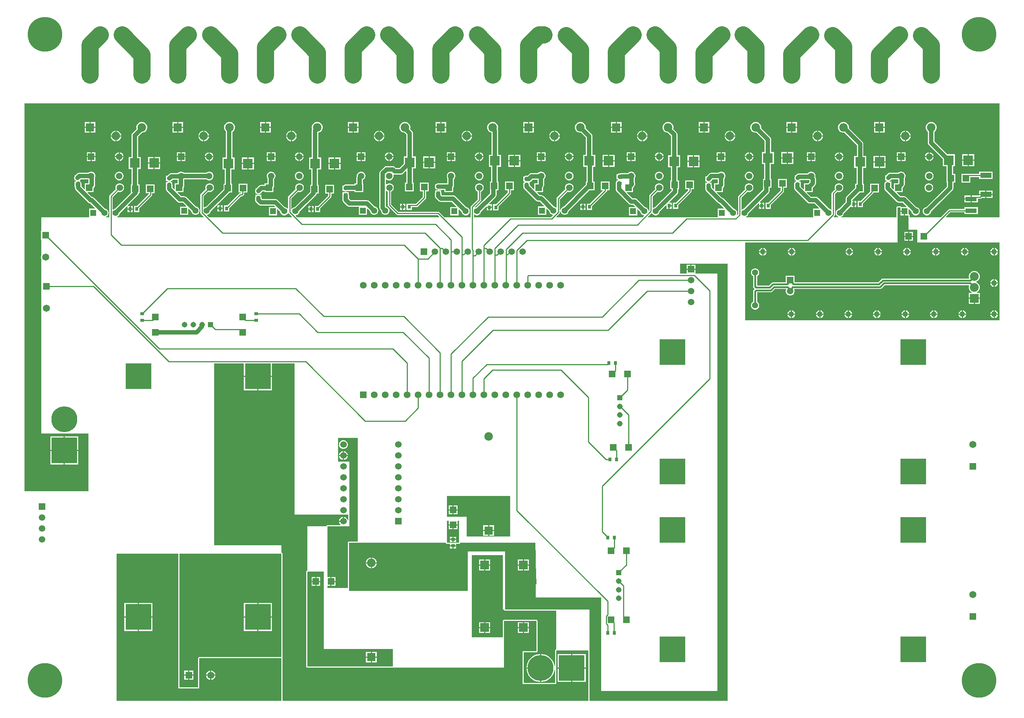
<source format=gbr>
%TF.GenerationSoftware,Altium Limited,Altium Designer,22.1.2 (22)*%
G04 Layer_Physical_Order=1*
G04 Layer_Color=255*
%FSLAX45Y45*%
%MOMM*%
%TF.SameCoordinates,97720CCC-B93B-4F85-99AC-C394CD96EF65*%
%TF.FilePolarity,Positive*%
%TF.FileFunction,Copper,L1,Top,Signal*%
%TF.Part,Single*%
G01*
G75*
%TA.AperFunction,Conductor*%
%ADD10C,0.25400*%
%TA.AperFunction,SMDPad,CuDef*%
%ADD11R,2.00000X2.00000*%
%ADD12R,1.50000X1.50000*%
%ADD13R,2.60000X1.20000*%
%ADD14R,0.90000X0.70000*%
%ADD15R,0.70000X0.90000*%
%ADD16R,1.50000X1.50000*%
%ADD17R,2.30000X2.30000*%
%ADD18R,2.60000X1.10000*%
%TA.AperFunction,Conductor*%
%ADD19C,1.00000*%
%ADD20C,0.38100*%
%ADD21C,4.00000*%
%TA.AperFunction,ComponentPad*%
%ADD22C,1.98000*%
%ADD23C,1.93500*%
%ADD24R,1.98000X1.98000*%
%ADD25C,1.49800*%
%ADD26R,1.49800X1.49800*%
%ADD27C,8.00000*%
%ADD28C,1.40000*%
%ADD29R,1.50000X1.50000*%
%ADD30C,1.50000*%
%ADD31R,1.53000X1.53000*%
%ADD32C,1.53000*%
%ADD33R,1.50000X1.50000*%
%ADD34R,2.04000X2.04000*%
%ADD35C,2.04000*%
%ADD36R,1.65000X1.65000*%
%ADD37C,1.65000*%
%ADD38C,1.30800*%
%ADD39R,1.30800X1.30800*%
%ADD40R,1.65000X1.65000*%
%ADD41C,6.00000*%
%ADD42R,6.00000X6.00000*%
%ADD43R,1.40000X1.40000*%
%ADD44R,6.00000X6.00000*%
%ADD45R,1.56000X1.56000*%
%ADD46C,1.56000*%
%ADD47R,1.30800X1.30800*%
%TA.AperFunction,ViaPad*%
%ADD48C,1.27000*%
G36*
X-3556457Y2246700D02*
X-3630400D01*
Y2114213D01*
X-3642133Y2109353D01*
X-3733949Y2201169D01*
Y2209800D01*
X-3736541Y2229483D01*
X-3739600Y2236869D01*
Y2258700D01*
X-3740613D01*
X-3740791Y2258751D01*
X-3742174Y2260819D01*
X-3736006Y2274441D01*
X-3732970Y2274841D01*
X-3714628Y2282438D01*
X-3698878Y2294524D01*
X-3662381Y2331021D01*
X-3556457D01*
Y2246700D01*
D02*
G37*
G36*
X622449D02*
X535200D01*
Y2114213D01*
X523467Y2109353D01*
X482451Y2150369D01*
Y2197100D01*
X479859Y2216783D01*
X476800Y2224169D01*
Y2258700D01*
X449980D01*
X444425Y2262962D01*
X437509Y2265827D01*
Y2279573D01*
X444426Y2282438D01*
X451544Y2287900D01*
X476800D01*
Y2311148D01*
X502602Y2336949D01*
X622449D01*
Y2246700D01*
D02*
G37*
G36*
X4800749Y2253401D02*
X4794048Y2246700D01*
X4700800D01*
Y2114213D01*
X4689067Y2109353D01*
X4646233Y2152187D01*
X4642400Y2163300D01*
X4642400D01*
Y2284100D01*
X4607597D01*
X4600656Y2290609D01*
X4602397Y2304678D01*
X4610026Y2307838D01*
X4617144Y2313300D01*
X4642400D01*
Y2336548D01*
X4646401Y2340549D01*
X4800749D01*
Y2253401D01*
D02*
G37*
G36*
X2743349Y2317999D02*
Y2278801D01*
X2711248Y2246700D01*
X2618000D01*
Y2114213D01*
X2606267Y2109353D01*
X2546900Y2168720D01*
Y2284100D01*
X2512097D01*
X2505156Y2290609D01*
X2506897Y2304678D01*
X2514526Y2307838D01*
X2521644Y2313300D01*
X2546900D01*
Y2324249D01*
X2737099D01*
X2743349Y2317999D01*
D02*
G37*
G36*
X-13957684Y2336340D02*
X-13957150Y2336032D01*
Y2246700D01*
X-14044400D01*
Y2114213D01*
X-14056133Y2109353D01*
X-14122549Y2175769D01*
Y2235200D01*
X-14125140Y2254883D01*
X-14132738Y2273225D01*
X-14140900Y2283862D01*
Y2284100D01*
X-14141083D01*
X-14144824Y2288976D01*
X-14159973Y2300600D01*
X-14160069Y2301899D01*
X-14155138Y2313300D01*
X-14140900D01*
Y2336548D01*
X-14136899Y2340549D01*
X-13961893D01*
X-13957684Y2336340D01*
D02*
G37*
G36*
X7149603Y1460500D02*
X5910731D01*
X5905870Y1472233D01*
X6007691Y1574053D01*
X6334300D01*
Y1532500D01*
X6645100D01*
Y1693300D01*
X6334300D01*
Y1651747D01*
X5991600D01*
X5976734Y1648789D01*
X5964131Y1640369D01*
X5784263Y1460500D01*
X5067798D01*
Y1502249D01*
X5067300Y1504751D01*
Y1507302D01*
X5066877Y1509429D01*
X5065901Y1511786D01*
X5065826Y1512160D01*
X5065614Y1512477D01*
X5063010Y1518765D01*
X5055865Y1525910D01*
X5049578Y1528514D01*
X5049260Y1528726D01*
X5048886Y1528801D01*
X5046529Y1529777D01*
X5044402Y1530200D01*
X5042400D01*
Y1640655D01*
X5054133Y1645515D01*
X5111600Y1588048D01*
Y1587640D01*
X5118102Y1563377D01*
X5130661Y1541623D01*
X5148423Y1523861D01*
X5170177Y1511302D01*
X5194440Y1504800D01*
X5219560D01*
X5243823Y1511302D01*
X5265577Y1523861D01*
X5283339Y1541623D01*
X5295898Y1563377D01*
X5302400Y1587640D01*
Y1612760D01*
X5295898Y1637023D01*
X5283339Y1658777D01*
X5265577Y1676539D01*
X5243823Y1689098D01*
X5219560Y1695600D01*
X5219152D01*
X4991265Y1923487D01*
X4975515Y1935573D01*
X4957173Y1943170D01*
X4937489Y1945761D01*
X4852658D01*
X4764253Y2034167D01*
X4769113Y2045900D01*
X4901600D01*
Y2139148D01*
X4930576Y2168124D01*
X4942662Y2183875D01*
X4950259Y2202217D01*
X4952851Y2221900D01*
Y2360716D01*
X4962763Y2377886D01*
X4969599Y2403395D01*
Y2429805D01*
X4962763Y2455314D01*
X4949559Y2478186D01*
X4930884Y2496860D01*
X4908013Y2510065D01*
X4882503Y2516900D01*
X4856094D01*
X4830584Y2510065D01*
X4807713Y2496860D01*
X4803504Y2492651D01*
X4614900D01*
X4595217Y2490059D01*
X4576875Y2482462D01*
X4561124Y2470376D01*
X4524848Y2434100D01*
X4501600D01*
Y2400769D01*
X4498541Y2393383D01*
X4495950Y2373700D01*
X4498541Y2354017D01*
X4501600Y2346630D01*
Y2313300D01*
X4526857D01*
X4533975Y2307838D01*
X4534541Y2307603D01*
X4534541Y2293857D01*
X4521275Y2288362D01*
X4515720Y2284100D01*
X4501600D01*
Y2271162D01*
X4493438Y2260525D01*
X4485841Y2242183D01*
X4483249Y2222500D01*
Y2131568D01*
X4485841Y2111885D01*
X4493438Y2093543D01*
X4505524Y2077792D01*
X4767381Y1815935D01*
X4783132Y1803849D01*
X4801474Y1796251D01*
X4821157Y1793660D01*
X4905988D01*
X4992315Y1707333D01*
X4987455Y1695600D01*
X4876030D01*
X4876024Y1695614D01*
X4875526Y1698115D01*
X4874110Y1700236D01*
X4873133Y1702592D01*
X4872835Y1703039D01*
X4872834Y1703040D01*
X4871030Y1704844D01*
X4869913Y1706517D01*
X4868240Y1707634D01*
X4865689Y1710185D01*
X4862356Y1711566D01*
X4861511Y1712131D01*
X4860514Y1712329D01*
X4859172Y1712885D01*
X4858960Y1713026D01*
X4858710Y1713076D01*
X4856354Y1714052D01*
X4854102Y1714500D01*
X4851551D01*
X4849050Y1714998D01*
X4790451D01*
X4787949Y1714500D01*
X4785399D01*
X4783271Y1714077D01*
X4780914Y1713101D01*
X4780540Y1713026D01*
X4780223Y1712814D01*
X4773935Y1710210D01*
X4766790Y1703065D01*
X4764186Y1696778D01*
X4763974Y1696460D01*
X4763899Y1696086D01*
X4762923Y1693729D01*
X4762500Y1691602D01*
Y1689051D01*
X4762002Y1686550D01*
Y1460500D01*
X3486189D01*
X3484517Y1473200D01*
X3484523Y1473202D01*
X3506277Y1485761D01*
X3524039Y1503523D01*
X3536598Y1525277D01*
X3543100Y1549540D01*
Y1549948D01*
X3700967Y1707815D01*
X3712700Y1702955D01*
Y1694900D01*
X3760399D01*
Y1765299D01*
Y1835700D01*
X3738750D01*
Y1860299D01*
X3911652Y2033200D01*
X4004900D01*
Y2234000D01*
X3987700D01*
Y2602800D01*
X4059200D01*
Y2883600D01*
X3994851D01*
Y3157800D01*
X3992259Y3177484D01*
X3987809Y3188228D01*
X3984662Y3195825D01*
X3972576Y3211576D01*
X3658001Y3526151D01*
X3658100Y3526522D01*
Y3559278D01*
X3649622Y3590917D01*
X3633245Y3619283D01*
X3610083Y3642445D01*
X3581717Y3658822D01*
X3550078Y3667300D01*
X3517322D01*
X3485683Y3658822D01*
X3457317Y3642445D01*
X3434155Y3619283D01*
X3417778Y3590917D01*
X3409300Y3559278D01*
Y3526522D01*
X3417778Y3494883D01*
X3434155Y3466517D01*
X3457317Y3443355D01*
X3485683Y3426978D01*
X3517322Y3418500D01*
X3550078D01*
X3550449Y3418599D01*
X3842749Y3126299D01*
Y2883600D01*
X3778400D01*
Y2602800D01*
X3835599D01*
Y2234000D01*
X3804100D01*
Y2140752D01*
X3608924Y1945575D01*
X3596838Y1929825D01*
X3589240Y1911483D01*
X3586649Y1891800D01*
Y1808601D01*
X3435548Y1657500D01*
X3435140D01*
X3410877Y1650998D01*
X3389123Y1638439D01*
X3371361Y1620677D01*
X3358802Y1598923D01*
X3352300Y1574660D01*
Y1549540D01*
X3358802Y1525277D01*
X3371361Y1503523D01*
X3389123Y1485761D01*
X3410877Y1473202D01*
X3410883Y1473200D01*
X3409211Y1460500D01*
X3310507D01*
X3305647Y1472233D01*
X3323269Y1489855D01*
X3331690Y1502458D01*
X3334647Y1517324D01*
Y1997609D01*
X3389751Y2052714D01*
X3415182Y2045900D01*
X3441618D01*
X3467153Y2052742D01*
X3490047Y2065960D01*
X3508740Y2084653D01*
X3521958Y2107547D01*
X3528800Y2133082D01*
Y2159518D01*
X3521958Y2185053D01*
X3508740Y2207947D01*
X3490047Y2226640D01*
X3467153Y2239858D01*
X3441618Y2246700D01*
X3415182D01*
X3389647Y2239858D01*
X3366753Y2226640D01*
X3348060Y2207947D01*
X3334842Y2185053D01*
X3328000Y2159518D01*
Y2133082D01*
X3334814Y2107651D01*
X3268332Y2041169D01*
X3259911Y2028566D01*
X3256954Y2013700D01*
Y1643799D01*
X3244254Y1639607D01*
X3224523Y1650998D01*
X3200260Y1657500D01*
X3199852D01*
X2946565Y1910787D01*
X2930815Y1922873D01*
X2912473Y1930470D01*
X2892789Y1933061D01*
X2782558D01*
X2681453Y2034167D01*
X2686313Y2045900D01*
X2818800D01*
Y2139148D01*
X2873176Y2193524D01*
X2885262Y2209275D01*
X2888409Y2216872D01*
X2892859Y2227617D01*
X2895451Y2247300D01*
Y2349500D01*
X2892859Y2369183D01*
X2888409Y2379928D01*
X2885262Y2387525D01*
X2881586Y2392316D01*
X2884555Y2403395D01*
Y2429805D01*
X2877719Y2455314D01*
X2864514Y2478186D01*
X2845840Y2496860D01*
X2822969Y2510065D01*
X2797459Y2516900D01*
X2771050D01*
X2745540Y2510065D01*
X2722669Y2496860D01*
X2703995Y2478186D01*
X2702935Y2476351D01*
X2503100D01*
X2483417Y2473759D01*
X2465075Y2466162D01*
X2449325Y2454076D01*
X2429348Y2434100D01*
X2406100D01*
Y2400769D01*
X2403041Y2393383D01*
X2400450Y2373700D01*
X2403041Y2354017D01*
X2406100Y2346630D01*
Y2313300D01*
X2431357D01*
X2438475Y2307838D01*
X2439041Y2307603D01*
X2439041Y2293857D01*
X2425775Y2288362D01*
X2420220Y2284100D01*
X2406100D01*
Y2271162D01*
X2397938Y2260525D01*
X2390341Y2242183D01*
X2387749Y2222500D01*
Y2144268D01*
X2390341Y2124585D01*
X2397938Y2106243D01*
X2410024Y2090492D01*
X2697281Y1803235D01*
X2713032Y1791149D01*
X2720629Y1788002D01*
X2731374Y1783551D01*
X2751057Y1780960D01*
X2861288D01*
X2973015Y1669233D01*
X2968155Y1657500D01*
X2832300D01*
Y1466700D01*
X2822168Y1460500D01*
X1276389D01*
X1274717Y1473200D01*
X1274723Y1473202D01*
X1296477Y1485761D01*
X1314239Y1503523D01*
X1326798Y1525277D01*
X1333300Y1549540D01*
Y1549948D01*
X1567367Y1784015D01*
X1579100Y1779155D01*
Y1739899D01*
X1626799D01*
Y1797600D01*
X1597545D01*
X1592685Y1809333D01*
X1796876Y2013524D01*
X1808962Y2029275D01*
X1816559Y2047616D01*
X1819151Y2067300D01*
Y2147500D01*
X1868500D01*
Y2348300D01*
X1850901D01*
Y2691700D01*
X1922000D01*
Y2972500D01*
X1857651D01*
Y3263000D01*
X1855059Y3282684D01*
X1850609Y3293428D01*
X1847462Y3301025D01*
X1835376Y3316776D01*
X1626001Y3526151D01*
X1626100Y3526522D01*
Y3559278D01*
X1617622Y3590917D01*
X1601245Y3619283D01*
X1578083Y3642445D01*
X1549717Y3658822D01*
X1518078Y3667300D01*
X1485322D01*
X1453683Y3658822D01*
X1425317Y3642445D01*
X1402155Y3619283D01*
X1385778Y3590917D01*
X1377300Y3559278D01*
Y3526522D01*
X1385778Y3494883D01*
X1402155Y3466517D01*
X1425317Y3443355D01*
X1453683Y3426978D01*
X1485322Y3418500D01*
X1518078D01*
X1518449Y3418599D01*
X1705549Y3231499D01*
Y2972500D01*
X1641200D01*
Y2691700D01*
X1698799D01*
Y2348300D01*
X1667700D01*
Y2230643D01*
X1667049Y2225700D01*
Y2098801D01*
X1225748Y1657500D01*
X1225340D01*
X1201077Y1650998D01*
X1181346Y1639607D01*
X1168646Y1643799D01*
Y1914409D01*
X1306951Y2052714D01*
X1332382Y2045900D01*
X1358818D01*
X1384353Y2052742D01*
X1407247Y2065960D01*
X1425940Y2084653D01*
X1439158Y2107547D01*
X1446000Y2133082D01*
Y2159518D01*
X1439158Y2185053D01*
X1425940Y2207947D01*
X1407247Y2226640D01*
X1384353Y2239858D01*
X1358818Y2246700D01*
X1332382D01*
X1306847Y2239858D01*
X1283953Y2226640D01*
X1265260Y2207947D01*
X1252042Y2185053D01*
X1245200Y2159518D01*
Y2133082D01*
X1252014Y2107651D01*
X1102331Y1957968D01*
X1093910Y1945366D01*
X1090953Y1930500D01*
Y1529070D01*
X1073680Y1511796D01*
X1063518Y1519594D01*
X1066798Y1525277D01*
X1073300Y1549540D01*
Y1574660D01*
X1066798Y1598923D01*
X1054239Y1620677D01*
X1036477Y1638439D01*
X1014723Y1650998D01*
X990460Y1657500D01*
X990052D01*
X749465Y1898087D01*
X733715Y1910173D01*
X715373Y1917770D01*
X715001Y1917819D01*
X598653Y2034167D01*
X603513Y2045900D01*
X736000D01*
Y2139148D01*
X752276Y2155424D01*
X764362Y2171175D01*
X767509Y2178772D01*
X771959Y2189517D01*
X774551Y2209200D01*
Y2350095D01*
X779470Y2355014D01*
X792675Y2377886D01*
X799510Y2403395D01*
Y2429805D01*
X792675Y2455314D01*
X779470Y2478186D01*
X760796Y2496860D01*
X737925Y2510065D01*
X712415Y2516900D01*
X686006D01*
X660496Y2510065D01*
X637625Y2496860D01*
X629816Y2489051D01*
X471100D01*
X451417Y2486459D01*
X433075Y2478862D01*
X417325Y2466776D01*
X359248Y2408700D01*
X336000D01*
Y2375369D01*
X332941Y2367983D01*
X330350Y2348300D01*
X332941Y2328617D01*
X336000Y2321230D01*
Y2287900D01*
X361257D01*
X368375Y2282438D01*
X375291Y2279573D01*
Y2265827D01*
X368375Y2262962D01*
X362820Y2258700D01*
X336000D01*
Y2224170D01*
X332941Y2216783D01*
X330349Y2197100D01*
Y2118868D01*
X332941Y2099185D01*
X340538Y2080843D01*
X352624Y2065092D01*
X627181Y1790535D01*
X642932Y1778449D01*
X661274Y1770851D01*
X661646Y1770802D01*
X763215Y1669233D01*
X758355Y1657500D01*
X622500D01*
Y1473947D01*
X622500Y1466700D01*
X612059Y1461247D01*
X-101600D01*
X-105353Y1460500D01*
X-994793D01*
X-999653Y1472233D01*
X-917736Y1554150D01*
X-901865Y1552061D01*
X-895839Y1541623D01*
X-878077Y1523861D01*
X-856323Y1511302D01*
X-832060Y1504800D01*
X-806940D01*
X-782677Y1511302D01*
X-760923Y1523861D01*
X-743161Y1541623D01*
X-730602Y1563377D01*
X-724100Y1587640D01*
Y1588980D01*
X-578933Y1734147D01*
X-567200Y1729287D01*
Y1656800D01*
X-519500D01*
Y1727200D01*
X-506800D01*
Y1739900D01*
X-446400D01*
Y1797600D01*
X-498887D01*
X-503747Y1809333D01*
X-314524Y1998556D01*
X-302438Y2014307D01*
X-294841Y2032648D01*
X-292249Y2052332D01*
Y2109400D01*
X-277800D01*
Y2310200D01*
X-308099D01*
Y2615500D01*
X-249700D01*
Y2896300D01*
X-314049D01*
Y3376181D01*
X-316641Y3395865D01*
X-324238Y3414207D01*
X-336324Y3429958D01*
X-411603Y3505237D01*
X-405900Y3526522D01*
Y3559278D01*
X-414378Y3590917D01*
X-430755Y3619283D01*
X-453917Y3642445D01*
X-482283Y3658822D01*
X-513922Y3667300D01*
X-546678D01*
X-578317Y3658822D01*
X-606683Y3642445D01*
X-629845Y3619283D01*
X-646222Y3590917D01*
X-654700Y3559278D01*
Y3526522D01*
X-646222Y3494883D01*
X-629845Y3466517D01*
X-606683Y3443355D01*
X-578317Y3426978D01*
X-546678Y3418500D01*
X-539970D01*
X-466151Y3344680D01*
Y2896300D01*
X-530500D01*
Y2615500D01*
X-460201D01*
Y2310200D01*
X-478600D01*
Y2109400D01*
X-444351D01*
Y2083833D01*
X-832776Y1695408D01*
X-856323Y1689098D01*
X-876054Y1677707D01*
X-888754Y1681899D01*
Y1939809D01*
X-775849Y2052714D01*
X-750418Y2045900D01*
X-723982D01*
X-698447Y2052742D01*
X-675553Y2065960D01*
X-656860Y2084653D01*
X-643642Y2107547D01*
X-636800Y2133082D01*
Y2159518D01*
X-643642Y2185053D01*
X-656860Y2207947D01*
X-675553Y2226640D01*
X-698447Y2239858D01*
X-723982Y2246700D01*
X-750418D01*
X-775953Y2239858D01*
X-798847Y2226640D01*
X-817540Y2207947D01*
X-830758Y2185053D01*
X-837600Y2159518D01*
Y2133082D01*
X-830786Y2107651D01*
X-955069Y1983368D01*
X-963490Y1970766D01*
X-966447Y1955900D01*
Y1619646D01*
X-972892Y1614849D01*
X-986045Y1620019D01*
X-990602Y1637023D01*
X-1003161Y1658777D01*
X-1020923Y1676539D01*
X-1042677Y1689098D01*
X-1066940Y1695600D01*
X-1067348D01*
X-1249485Y1877737D01*
X-1265236Y1889823D01*
X-1283578Y1897420D01*
X-1303261Y1900012D01*
X-1349992D01*
X-1484147Y2034167D01*
X-1479287Y2045900D01*
X-1346800D01*
Y2139148D01*
X-1317824Y2168124D01*
X-1305738Y2183875D01*
X-1298141Y2202217D01*
X-1295549Y2221900D01*
Y2247900D01*
X-1298141Y2267583D01*
X-1300254Y2272687D01*
Y2364228D01*
X-1292369Y2377886D01*
X-1285534Y2403395D01*
Y2429805D01*
X-1292369Y2455314D01*
X-1305574Y2478186D01*
X-1324248Y2496860D01*
X-1347119Y2510065D01*
X-1372629Y2516900D01*
X-1399038D01*
X-1424548Y2510065D01*
X-1447419Y2496860D01*
X-1461157Y2483122D01*
X-1608838D01*
X-1628522Y2480531D01*
X-1641511Y2475150D01*
X-1651000D01*
X-1670683Y2472559D01*
X-1689025Y2464962D01*
X-1696143Y2459500D01*
X-1721400D01*
Y2426169D01*
X-1724459Y2418783D01*
X-1727050Y2399100D01*
X-1724459Y2379416D01*
X-1721400Y2372031D01*
Y2338700D01*
X-1696143D01*
X-1689025Y2333238D01*
X-1688459Y2333003D01*
Y2319257D01*
X-1701725Y2313762D01*
X-1707280Y2309500D01*
X-1721400D01*
Y2296562D01*
X-1729562Y2285925D01*
X-1737159Y2267583D01*
X-1739751Y2247900D01*
Y2106168D01*
X-1737159Y2086485D01*
X-1729562Y2068143D01*
X-1717476Y2052392D01*
X-1435269Y1770185D01*
X-1419518Y1758099D01*
X-1401177Y1750502D01*
X-1381493Y1747910D01*
X-1334762D01*
X-1294185Y1707333D01*
X-1299045Y1695600D01*
X-1434900D01*
Y1504800D01*
X-1244100D01*
Y1640655D01*
X-1232367Y1645515D01*
X-1174900Y1588048D01*
Y1587640D01*
X-1168398Y1563377D01*
X-1155839Y1541623D01*
X-1138077Y1523861D01*
X-1116323Y1511302D01*
X-1094316Y1505405D01*
X-1088300Y1493461D01*
X-1121261Y1460500D01*
X-3115693D01*
X-3120553Y1472233D01*
X-3045931Y1546855D01*
X-3037511Y1559458D01*
X-3034553Y1574323D01*
Y1594017D01*
X-3021853Y1595689D01*
X-3016598Y1576077D01*
X-3004039Y1554323D01*
X-2986277Y1536561D01*
X-2964523Y1524002D01*
X-2940260Y1517500D01*
X-2915140D01*
X-2890877Y1524002D01*
X-2869123Y1536561D01*
X-2851361Y1554323D01*
X-2838802Y1576077D01*
X-2832300Y1600340D01*
Y1600748D01*
X-2349048Y2084000D01*
X-2233600D01*
Y2284800D01*
X-2270249D01*
Y2628200D01*
X-2218200D01*
Y2909000D01*
X-2282549D01*
Y3339200D01*
X-2285141Y3358884D01*
X-2289591Y3369628D01*
X-2292738Y3377225D01*
X-2304824Y3392976D01*
X-2437999Y3526151D01*
X-2437900Y3526522D01*
Y3559278D01*
X-2446378Y3590917D01*
X-2462755Y3619283D01*
X-2485917Y3642445D01*
X-2514283Y3658822D01*
X-2545922Y3667300D01*
X-2578678D01*
X-2610317Y3658822D01*
X-2638683Y3642445D01*
X-2661845Y3619283D01*
X-2678222Y3590917D01*
X-2686700Y3559278D01*
Y3526522D01*
X-2678222Y3494883D01*
X-2661845Y3466517D01*
X-2638683Y3443355D01*
X-2610317Y3426978D01*
X-2578678Y3418500D01*
X-2545922D01*
X-2545551Y3418599D01*
X-2434651Y3307699D01*
Y2909000D01*
X-2499000D01*
Y2628200D01*
X-2422351D01*
Y2284800D01*
X-2434400D01*
Y2213618D01*
X-2434976Y2213176D01*
X-2939852Y1708300D01*
X-2940260D01*
X-2964523Y1701798D01*
X-2986277Y1689239D01*
X-3004039Y1671477D01*
X-3016598Y1649723D01*
X-3021853Y1630111D01*
X-3034553Y1631783D01*
Y1876809D01*
X-2858648Y2052714D01*
X-2833218Y2045900D01*
X-2806782D01*
X-2781247Y2052742D01*
X-2758353Y2065960D01*
X-2739660Y2084653D01*
X-2726442Y2107547D01*
X-2719600Y2133082D01*
Y2159518D01*
X-2726442Y2185053D01*
X-2739660Y2207947D01*
X-2758353Y2226640D01*
X-2781247Y2239858D01*
X-2806782Y2246700D01*
X-2833218D01*
X-2858753Y2239858D01*
X-2881647Y2226640D01*
X-2900340Y2207947D01*
X-2913558Y2185053D01*
X-2920400Y2159518D01*
Y2133082D01*
X-2913586Y2107652D01*
X-3100869Y1920369D01*
X-3109289Y1907766D01*
X-3112247Y1892900D01*
Y1688956D01*
X-3123980Y1684096D01*
X-3129123Y1689239D01*
X-3150877Y1701798D01*
X-3175140Y1708300D01*
X-3175548D01*
X-3416135Y1948887D01*
X-3431885Y1960973D01*
X-3450227Y1968570D01*
X-3469911Y1971161D01*
X-3503941D01*
X-3566947Y2034167D01*
X-3562087Y2045900D01*
X-3429600D01*
Y2139148D01*
X-3426630Y2142118D01*
X-3414544Y2157868D01*
X-3406947Y2176210D01*
X-3404356Y2195894D01*
Y2341276D01*
X-3390618Y2355014D01*
X-3377413Y2377886D01*
X-3370578Y2403395D01*
Y2429805D01*
X-3377413Y2455314D01*
X-3390618Y2478186D01*
X-3409292Y2496860D01*
X-3432163Y2510065D01*
X-3457673Y2516900D01*
X-3484082D01*
X-3509592Y2510065D01*
X-3532463Y2496860D01*
X-3546201Y2483122D01*
X-3693882D01*
X-3713566Y2480531D01*
X-3731907Y2472933D01*
X-3747658Y2460847D01*
X-3784155Y2424350D01*
X-3810000D01*
X-3829683Y2421759D01*
X-3848025Y2414162D01*
X-3855143Y2408700D01*
X-3880400D01*
Y2375369D01*
X-3883459Y2367983D01*
X-3886050Y2348300D01*
X-3883459Y2328616D01*
X-3880400Y2321231D01*
Y2287900D01*
X-3865114D01*
X-3859243Y2282029D01*
X-3860307Y2266238D01*
X-3863776Y2263576D01*
X-3867517Y2258700D01*
X-3880400D01*
Y2236870D01*
X-3883459Y2229483D01*
X-3886051Y2209800D01*
Y2169668D01*
X-3883459Y2149985D01*
X-3880400Y2142598D01*
Y2137900D01*
X-3878454D01*
X-3875862Y2131643D01*
X-3863776Y2115892D01*
X-3589219Y1841335D01*
X-3573468Y1829249D01*
X-3555126Y1821651D01*
X-3535443Y1819060D01*
X-3501412D01*
X-3402385Y1720033D01*
X-3407245Y1708300D01*
X-3543100D01*
Y1517500D01*
X-3352300D01*
Y1653355D01*
X-3340567Y1658215D01*
X-3283100Y1600748D01*
Y1600340D01*
X-3276598Y1576077D01*
X-3264039Y1554323D01*
X-3246277Y1536561D01*
X-3224523Y1524002D01*
X-3202516Y1518105D01*
X-3196500Y1506161D01*
X-3241414Y1461247D01*
X-4178300D01*
X-4182053Y1460500D01*
X-5028454D01*
Y1517849D01*
X-5015753Y1522404D01*
X-4996523Y1511302D01*
X-4972260Y1504800D01*
X-4947140D01*
X-4922877Y1511302D01*
X-4901123Y1523861D01*
X-4883361Y1541623D01*
X-4870802Y1563377D01*
X-4864300Y1587640D01*
Y1588048D01*
X-4744533Y1707815D01*
X-4732800Y1702955D01*
Y1701800D01*
X-4672400D01*
X-4612000D01*
Y1759500D01*
X-4676255D01*
X-4681115Y1771233D01*
X-4527724Y1924624D01*
X-4515638Y1940375D01*
X-4512491Y1947972D01*
X-4508041Y1958716D01*
X-4505449Y1978400D01*
Y2084000D01*
X-4456100D01*
Y2284800D01*
X-4473699D01*
Y2628200D01*
X-4402600D01*
Y2909000D01*
X-4466949D01*
Y3465081D01*
X-4469541Y3484765D01*
X-4476553Y3501694D01*
X-4469900Y3526522D01*
Y3559278D01*
X-4478378Y3590917D01*
X-4494755Y3619283D01*
X-4517917Y3642445D01*
X-4546283Y3658822D01*
X-4577922Y3667300D01*
X-4610678D01*
X-4642317Y3658822D01*
X-4670683Y3642445D01*
X-4693845Y3619283D01*
X-4710222Y3590917D01*
X-4718700Y3559278D01*
Y3526522D01*
X-4710222Y3494883D01*
X-4693845Y3466517D01*
X-4670683Y3443355D01*
X-4642317Y3426978D01*
X-4619051Y3420743D01*
Y2909000D01*
X-4683400D01*
Y2628200D01*
X-4625801D01*
Y2284800D01*
X-4656900D01*
Y2164343D01*
X-4657551Y2159400D01*
Y2009901D01*
X-4971852Y1695600D01*
X-4972260D01*
X-4996523Y1689098D01*
X-5004295Y1684611D01*
X-5012093Y1694774D01*
X-4973786Y1733081D01*
X-4973783Y1733083D01*
X-4874731Y1832135D01*
X-4866311Y1844737D01*
X-4863353Y1859603D01*
Y1892300D01*
X-4863953Y1895316D01*
Y2052796D01*
X-4841153Y2065960D01*
X-4822460Y2084653D01*
X-4809242Y2107547D01*
X-4802400Y2133082D01*
Y2159518D01*
X-4809242Y2185053D01*
X-4822460Y2207947D01*
X-4841153Y2226640D01*
X-4864047Y2239858D01*
X-4889582Y2246700D01*
X-4916018D01*
X-4941553Y2239858D01*
X-4964447Y2226640D01*
X-4983140Y2207947D01*
X-4996358Y2185053D01*
X-5003200Y2159518D01*
Y2133082D01*
X-4996358Y2107547D01*
X-4983140Y2084653D01*
X-4964447Y2065960D01*
X-4941646Y2052796D01*
Y1892300D01*
X-4941047Y1889284D01*
Y1875694D01*
X-5028719Y1788022D01*
X-5028721Y1788020D01*
X-5094769Y1721972D01*
X-5103190Y1709370D01*
X-5106147Y1694504D01*
Y1610584D01*
X-5105935Y1609519D01*
X-5107162Y1600200D01*
X-5105935Y1590881D01*
X-5106147Y1589816D01*
Y1460500D01*
X-5710863D01*
X-5827231Y1576869D01*
X-5839834Y1585289D01*
X-5854700Y1588247D01*
X-6778409D01*
X-6946753Y1756591D01*
Y2052796D01*
X-6923953Y2065960D01*
X-6905260Y2084653D01*
X-6892042Y2107547D01*
X-6885200Y2133082D01*
Y2159518D01*
X-6892042Y2185053D01*
X-6905260Y2207947D01*
X-6923953Y2226640D01*
X-6946847Y2239858D01*
X-6972382Y2246700D01*
X-6998818D01*
X-7024353Y2239858D01*
X-7047247Y2226640D01*
X-7053482Y2220405D01*
X-7065215Y2225265D01*
Y2332410D01*
X-7053482Y2337271D01*
X-7052551Y2336340D01*
X-7029680Y2323135D01*
X-7004170Y2316300D01*
X-6977761D01*
X-6952251Y2323135D01*
X-6929380Y2336340D01*
X-6910706Y2355014D01*
X-6897501Y2377886D01*
X-6890666Y2403395D01*
Y2429805D01*
X-6893423Y2440095D01*
X-6889794Y2445004D01*
X-6883001Y2450271D01*
X-6865961Y2448028D01*
X-6721521D01*
X-6701838Y2450619D01*
X-6683496Y2458217D01*
X-6667746Y2470303D01*
X-6607834Y2530214D01*
X-6596101Y2525354D01*
Y2259400D01*
X-6625400D01*
Y2058600D01*
X-6424600D01*
Y2259400D01*
X-6443999D01*
Y2590100D01*
X-6374700D01*
Y2870900D01*
X-6439049D01*
Y3405181D01*
X-6441641Y3424865D01*
X-6446091Y3435609D01*
X-6449238Y3443207D01*
X-6461324Y3458957D01*
X-6507603Y3505237D01*
X-6501900Y3526522D01*
Y3559278D01*
X-6510378Y3590917D01*
X-6526755Y3619283D01*
X-6549917Y3642445D01*
X-6578283Y3658822D01*
X-6609922Y3667300D01*
X-6642678D01*
X-6674317Y3658822D01*
X-6702683Y3642445D01*
X-6725845Y3619283D01*
X-6742222Y3590917D01*
X-6750700Y3559278D01*
Y3526522D01*
X-6742222Y3494883D01*
X-6725845Y3466517D01*
X-6702683Y3443355D01*
X-6674317Y3426978D01*
X-6642678Y3418500D01*
X-6635970D01*
X-6591151Y3373680D01*
Y2870900D01*
X-6655500D01*
Y2697652D01*
X-6753023Y2600129D01*
X-6834460D01*
X-6855007Y2620676D01*
X-6870757Y2632762D01*
X-6889099Y2640359D01*
X-6908783Y2642951D01*
X-7053222D01*
X-7072905Y2640359D01*
X-7091247Y2632762D01*
X-7106998Y2620676D01*
X-7195042Y2532632D01*
X-7207128Y2516881D01*
X-7214725Y2498540D01*
X-7217317Y2478856D01*
Y1680266D01*
X-7214725Y1660582D01*
X-7207128Y1642241D01*
X-7195042Y1626490D01*
X-7178476Y1609924D01*
X-7176000Y1608024D01*
Y1600340D01*
X-7169498Y1576077D01*
X-7156939Y1554323D01*
X-7139177Y1536561D01*
X-7117423Y1524002D01*
X-7093160Y1517500D01*
X-7068040D01*
X-7043777Y1524002D01*
X-7022023Y1536561D01*
X-7004261Y1554323D01*
X-6991702Y1576077D01*
X-6985200Y1600340D01*
Y1625460D01*
X-6991702Y1649723D01*
X-7004261Y1671477D01*
X-7022023Y1689239D01*
X-7043777Y1701798D01*
X-7062807Y1706898D01*
X-7065215Y1710036D01*
Y2067335D01*
X-7053482Y2072195D01*
X-7047247Y2065960D01*
X-7024446Y2052796D01*
Y1740500D01*
X-7021489Y1725634D01*
X-7013069Y1713031D01*
X-6821969Y1521931D01*
X-6809366Y1513511D01*
X-6794500Y1510553D01*
X-5870791D01*
X-5832470Y1472233D01*
X-5837331Y1460500D01*
X-9121639D01*
X-9154600Y1493461D01*
X-9148584Y1505405D01*
X-9126577Y1511302D01*
X-9104823Y1523861D01*
X-9087061Y1541623D01*
X-9074502Y1563377D01*
X-9068000Y1587640D01*
Y1588048D01*
X-8693324Y1962724D01*
X-8681238Y1978475D01*
X-8678091Y1986072D01*
X-8673641Y1996816D01*
X-8672195Y2007800D01*
X-8621700D01*
Y2208600D01*
X-8639299D01*
Y2564700D01*
X-8568200D01*
Y2845500D01*
X-8632549D01*
Y3421011D01*
X-8610283Y3426978D01*
X-8581917Y3443355D01*
X-8558755Y3466517D01*
X-8542378Y3494883D01*
X-8533900Y3526522D01*
Y3559278D01*
X-8542378Y3590917D01*
X-8558755Y3619283D01*
X-8581917Y3642445D01*
X-8610283Y3658822D01*
X-8641922Y3667300D01*
X-8674678D01*
X-8706317Y3658822D01*
X-8734683Y3642445D01*
X-8757845Y3619283D01*
X-8774222Y3590917D01*
X-8782700Y3559278D01*
Y3526522D01*
X-8775817Y3500835D01*
X-8782059Y3485765D01*
X-8784651Y3466081D01*
Y2845500D01*
X-8849000D01*
Y2564700D01*
X-8791401D01*
Y2208600D01*
X-8822500D01*
Y2088143D01*
X-8823151Y2083200D01*
Y2048001D01*
X-9175552Y1695600D01*
X-9175960D01*
X-9200223Y1689098D01*
X-9221977Y1676539D01*
X-9239739Y1658777D01*
X-9244853Y1649918D01*
X-9257553Y1653321D01*
Y1902209D01*
X-9107049Y2052714D01*
X-9081618Y2045900D01*
X-9055182D01*
X-9029647Y2052742D01*
X-9006753Y2065960D01*
X-8988060Y2084653D01*
X-8974842Y2107547D01*
X-8968000Y2133082D01*
Y2159518D01*
X-8974842Y2185053D01*
X-8988060Y2207947D01*
X-9006753Y2226640D01*
X-9029647Y2239858D01*
X-9055182Y2246700D01*
X-9081618D01*
X-9107153Y2239858D01*
X-9130047Y2226640D01*
X-9148740Y2207947D01*
X-9161958Y2185053D01*
X-9168800Y2159518D01*
Y2133082D01*
X-9161986Y2107651D01*
X-9323869Y1945769D01*
X-9332289Y1933166D01*
X-9335247Y1918300D01*
Y1661943D01*
X-9341317Y1660316D01*
X-9347947Y1659662D01*
X-9364823Y1676539D01*
X-9386577Y1689098D01*
X-9410840Y1695600D01*
X-9411248D01*
X-9572824Y1857176D01*
X-9588575Y1869262D01*
X-9606917Y1876859D01*
X-9626600Y1879451D01*
X-9930220D01*
X-9944249Y1893480D01*
Y1905000D01*
X-9946841Y1924683D01*
X-9949900Y1932069D01*
Y1979300D01*
X-10007001D01*
X-10016460Y1980545D01*
Y1993354D01*
X-10011700Y1993982D01*
X-10000617Y1995441D01*
X-9982274Y2003038D01*
X-9975156Y2008500D01*
X-9949900D01*
Y2031748D01*
X-9924098Y2057549D01*
X-9878800D01*
Y2045900D01*
X-9678000D01*
Y2139519D01*
X-9667138Y2153675D01*
X-9659541Y2172016D01*
X-9656949Y2191700D01*
Y2343815D01*
X-9645750Y2355014D01*
X-9632545Y2377886D01*
X-9625710Y2403395D01*
Y2429805D01*
X-9632545Y2455314D01*
X-9645750Y2478186D01*
X-9664424Y2496860D01*
X-9687296Y2510065D01*
X-9712805Y2516900D01*
X-9739215D01*
X-9764724Y2510065D01*
X-9787596Y2496860D01*
X-9806270Y2478186D01*
X-9819475Y2455314D01*
X-9826310Y2429805D01*
Y2403395D01*
X-9819475Y2377886D01*
X-9809051Y2359831D01*
Y2246700D01*
X-9878800D01*
Y2209651D01*
X-9955600D01*
X-9975283Y2207059D01*
X-9993625Y2199462D01*
X-10009375Y2187376D01*
X-10067452Y2129300D01*
X-10090700D01*
Y2095969D01*
X-10093759Y2088583D01*
X-10096350Y2068900D01*
X-10093759Y2049217D01*
X-10090700Y2041830D01*
Y2008500D01*
X-10065443D01*
X-10058325Y2003038D01*
X-10039983Y1995441D01*
X-10028900Y1993982D01*
X-10024140Y1993354D01*
Y1980545D01*
X-10033599Y1979300D01*
X-10090700D01*
Y1932070D01*
X-10093759Y1924683D01*
X-10096351Y1905000D01*
Y1861979D01*
X-10093759Y1842295D01*
X-10086162Y1823953D01*
X-10074076Y1808203D01*
X-10015497Y1749624D01*
X-9999747Y1737538D01*
X-9992149Y1734391D01*
X-9981405Y1729941D01*
X-9961721Y1727349D01*
X-9658101D01*
X-9638085Y1707333D01*
X-9642945Y1695600D01*
X-9778800D01*
Y1504800D01*
X-9588000D01*
Y1640655D01*
X-9576267Y1645515D01*
X-9518800Y1588048D01*
Y1587640D01*
X-9512298Y1563377D01*
X-9499739Y1541623D01*
X-9481977Y1523861D01*
X-9460223Y1511302D01*
X-9435960Y1504800D01*
X-9410840D01*
X-9386577Y1511302D01*
X-9364823Y1523861D01*
X-9347061Y1541623D01*
X-9339912Y1554006D01*
X-9324965Y1554495D01*
X-9323869Y1552855D01*
X-9243247Y1472233D01*
X-9248107Y1460500D01*
X-11167314D01*
X-11212000Y1505186D01*
X-11205984Y1517130D01*
X-11183977Y1523027D01*
X-11162223Y1535586D01*
X-11144461Y1553348D01*
X-11131902Y1575102D01*
X-11125400Y1599366D01*
Y1599773D01*
X-10699924Y2025249D01*
X-10693823Y2033200D01*
X-10628300D01*
Y2234000D01*
X-10645899D01*
Y2564700D01*
X-10574800D01*
Y2845500D01*
X-10626699D01*
Y3435975D01*
X-10613917Y3443355D01*
X-10590755Y3466517D01*
X-10574378Y3494883D01*
X-10565900Y3526522D01*
Y3559278D01*
X-10574378Y3590917D01*
X-10590755Y3619283D01*
X-10613917Y3642445D01*
X-10642283Y3658822D01*
X-10673922Y3667300D01*
X-10706678D01*
X-10738317Y3658822D01*
X-10766683Y3642445D01*
X-10789845Y3619283D01*
X-10806222Y3590917D01*
X-10814700Y3559278D01*
Y3526522D01*
X-10806222Y3494883D01*
X-10789845Y3466517D01*
X-10778801Y3455472D01*
Y2845500D01*
X-10855600D01*
Y2564700D01*
X-10798001D01*
Y2234000D01*
X-10829100D01*
Y2113543D01*
X-10829459Y2110818D01*
X-11232952Y1707325D01*
X-11233360D01*
X-11257623Y1700824D01*
X-11277354Y1689432D01*
X-11290054Y1693624D01*
Y1952509D01*
X-11189849Y2052714D01*
X-11164418Y2045900D01*
X-11137982D01*
X-11112447Y2052742D01*
X-11089553Y2065960D01*
X-11070860Y2084653D01*
X-11057642Y2107547D01*
X-11050800Y2133082D01*
Y2159518D01*
X-11057642Y2185053D01*
X-11070860Y2207947D01*
X-11089553Y2226640D01*
X-11112447Y2239858D01*
X-11137982Y2246700D01*
X-11164418D01*
X-11189953Y2239858D01*
X-11212847Y2226640D01*
X-11231540Y2207947D01*
X-11244758Y2185053D01*
X-11251600Y2159518D01*
Y2133082D01*
X-11244786Y2107651D01*
X-11356369Y1996068D01*
X-11364790Y1983466D01*
X-11367747Y1968600D01*
Y1567149D01*
X-11364790Y1552283D01*
X-11356369Y1539680D01*
X-11288922Y1472233D01*
X-11293782Y1460500D01*
X-13290511D01*
X-13292183Y1473200D01*
X-13292177Y1473202D01*
X-13270422Y1485761D01*
X-13252661Y1503523D01*
X-13240102Y1525277D01*
X-13233600Y1549540D01*
Y1549948D01*
X-13065199Y1718348D01*
X-13052499Y1713088D01*
Y1663700D01*
X-13004800D01*
Y1721400D01*
X-13044188D01*
X-13049448Y1734100D01*
X-12811324Y1972224D01*
X-12799238Y1987975D01*
X-12791641Y2006317D01*
X-12789774Y2020500D01*
X-12774600D01*
Y2221300D01*
X-12804900D01*
Y2577400D01*
X-12746500D01*
Y2858200D01*
X-12810849D01*
Y3323860D01*
X-12716210Y3418500D01*
X-12705922D01*
X-12674283Y3426978D01*
X-12645917Y3443355D01*
X-12622755Y3466517D01*
X-12606378Y3494883D01*
X-12597900Y3526522D01*
Y3559278D01*
X-12606378Y3590917D01*
X-12622755Y3619283D01*
X-12645917Y3642445D01*
X-12674283Y3658822D01*
X-12705922Y3667300D01*
X-12738678D01*
X-12770317Y3658822D01*
X-12798683Y3642445D01*
X-12821844Y3619283D01*
X-12838222Y3590917D01*
X-12846700Y3559278D01*
Y3526522D01*
X-12841753Y3508060D01*
X-12940675Y3409137D01*
X-12952762Y3393386D01*
X-12960359Y3375045D01*
X-12962952Y3355361D01*
Y2858200D01*
X-13027299D01*
Y2577400D01*
X-12957001D01*
Y2221300D01*
X-12975400D01*
Y2023252D01*
X-13341151Y1657500D01*
X-13341560D01*
X-13365823Y1650998D01*
X-13385555Y1639607D01*
X-13398254Y1643799D01*
Y1927109D01*
X-13272649Y2052714D01*
X-13247218Y2045900D01*
X-13220782D01*
X-13195247Y2052742D01*
X-13172353Y2065960D01*
X-13153661Y2084653D01*
X-13140442Y2107547D01*
X-13133600Y2133082D01*
Y2159518D01*
X-13140442Y2185053D01*
X-13153661Y2207947D01*
X-13172353Y2226640D01*
X-13195247Y2239858D01*
X-13220782Y2246700D01*
X-13247218D01*
X-13272752Y2239858D01*
X-13295647Y2226640D01*
X-13314340Y2207947D01*
X-13327557Y2185053D01*
X-13334399Y2159518D01*
Y2133082D01*
X-13327586Y2107651D01*
X-13464569Y1970668D01*
X-13472990Y1958066D01*
X-13475948Y1943200D01*
Y1460500D01*
X-13550511D01*
X-13552184Y1473200D01*
X-13552177Y1473202D01*
X-13530423Y1485761D01*
X-13512662Y1503523D01*
X-13500102Y1525277D01*
X-13493600Y1549540D01*
Y1574660D01*
X-13500102Y1598923D01*
X-13512662Y1620677D01*
X-13530423Y1638439D01*
X-13552177Y1650998D01*
X-13576440Y1657500D01*
X-13576848D01*
X-13830135Y1910787D01*
X-13845885Y1922873D01*
X-13864227Y1930470D01*
X-13879225Y1932444D01*
X-13980946Y2034167D01*
X-13976086Y2045900D01*
X-13843600D01*
Y2139148D01*
X-13827324Y2155424D01*
X-13815237Y2171175D01*
X-13812091Y2178772D01*
X-13807642Y2189517D01*
X-13805049Y2209200D01*
Y2373701D01*
X-13802634Y2377886D01*
X-13795798Y2403395D01*
Y2429805D01*
X-13802634Y2455314D01*
X-13815839Y2478186D01*
X-13834512Y2496860D01*
X-13857384Y2510065D01*
X-13882893Y2516900D01*
X-13909303D01*
X-13934813Y2510065D01*
X-13957684Y2496860D01*
X-13961893Y2492651D01*
X-14168401D01*
X-14188083Y2490059D01*
X-14206425Y2482462D01*
X-14222176Y2470376D01*
X-14258452Y2434100D01*
X-14281700D01*
Y2400769D01*
X-14284760Y2393383D01*
X-14287350Y2373700D01*
X-14284760Y2354017D01*
X-14281700Y2346630D01*
Y2313300D01*
X-14256442D01*
X-14249326Y2307838D01*
X-14248891Y2307658D01*
X-14246977Y2293119D01*
X-14252376Y2288976D01*
X-14256117Y2284100D01*
X-14281700D01*
Y2163300D01*
X-14274651D01*
Y2144268D01*
X-14272060Y2124585D01*
X-14264462Y2106243D01*
X-14252376Y2090492D01*
X-13965118Y1803235D01*
X-13949368Y1791149D01*
X-13941771Y1788002D01*
X-13931026Y1783551D01*
X-13916029Y1781577D01*
X-13803685Y1669233D01*
X-13808545Y1657500D01*
X-13944400D01*
Y1473200D01*
X-13944400Y1466700D01*
X-13954532Y1460500D01*
X-15049500D01*
Y1149300D01*
X-15055800D01*
Y933500D01*
X-15049500D01*
Y571118D01*
X-15055800Y547605D01*
Y519195D01*
X-15049500Y495682D01*
Y-3556000D01*
X-13957300D01*
Y-4889500D01*
X-15442703D01*
Y4102100D01*
X7149603D01*
Y1460500D01*
D02*
G37*
G36*
X4851301Y1688652D02*
X4851600Y1688204D01*
Y1612900D01*
X4947000D01*
Y1600200D01*
X4959700D01*
Y1504800D01*
X5039350D01*
X5041477Y1504377D01*
X5041900Y1502249D01*
Y1460500D01*
Y1168400D01*
X5245100D01*
Y876300D01*
X7149603D01*
Y-927100D01*
X1257300D01*
Y876300D01*
X4787900D01*
Y1686550D01*
X4788323Y1688677D01*
X4790451Y1689100D01*
X4849050D01*
X4851301Y1688652D01*
D02*
G37*
G36*
X-9182100Y-5435600D02*
X-8066335D01*
X-8065216Y-5435900D01*
X-8038384D01*
X-8037265Y-5435600D01*
X-7937998D01*
Y-5569936D01*
X-7950698Y-5571608D01*
X-7956844Y-5548668D01*
X-7970260Y-5525432D01*
X-7989232Y-5506460D01*
X-8012468Y-5493044D01*
X-8038384Y-5486100D01*
X-8039100D01*
Y-5588000D01*
X-8051800D01*
Y-5600700D01*
X-8153700D01*
Y-5601416D01*
X-8146756Y-5627332D01*
X-8133340Y-5650568D01*
X-8120206Y-5663702D01*
X-8125467Y-5676402D01*
X-8420100D01*
X-8430011Y-5678374D01*
X-8438412Y-5683988D01*
X-8444026Y-5692389D01*
X-8445998Y-5702300D01*
X-8890001Y-5702301D01*
Y-5702300D01*
X-8890001Y-5702301D01*
X-8890001D01*
X-8890000Y-6733632D01*
X-8896669Y-6738088D01*
X-8908313Y-6749731D01*
X-8913927Y-6758133D01*
X-8915898Y-6768044D01*
X-8915898Y-8950949D01*
X-8915400Y-8953451D01*
Y-8956001D01*
X-8914977Y-8958129D01*
X-8914001Y-8960486D01*
X-8913926Y-8960860D01*
X-8913714Y-8961177D01*
X-8911110Y-8967465D01*
X-8903965Y-8974610D01*
X-8897678Y-8977214D01*
X-8897360Y-8977426D01*
X-8896986Y-8977501D01*
X-8894629Y-8978477D01*
X-8892502Y-8978900D01*
X-8889951D01*
X-8887450Y-8979398D01*
X-6911351D01*
X-6908849Y-8978900D01*
X-4330700D01*
Y-8279008D01*
X-4330202Y-8276506D01*
Y-7899400D01*
X-3581400D01*
Y-8597900D01*
X-3898900D01*
Y-8978900D01*
Y-9334002D01*
Y-9359900D01*
X-3124200D01*
Y-8587750D01*
X-3123988Y-8587434D01*
X-3123396Y-8586004D01*
X-3121967Y-8585412D01*
X-3121650Y-8585200D01*
X-3121649Y-8585200D01*
X-2375398D01*
Y-9753104D01*
X-9448303Y-9753105D01*
D01*
D01*
X-9461002Y-9740405D01*
D01*
Y-8978900D01*
Y-8765551D01*
X-9461500Y-8763050D01*
X-9461500Y-8760500D01*
X-9462007Y-8757949D01*
X-9462983Y-8755591D01*
X-9463481Y-8753089D01*
X-9464897Y-8750970D01*
X-9465278Y-8750051D01*
X-9464898Y-8749134D01*
X-9463481Y-8747013D01*
X-9462983Y-8744511D01*
X-9462007Y-8742154D01*
X-9461500Y-8739604D01*
Y-8737054D01*
X-9461002Y-8734552D01*
Y-6343744D01*
X-9461500Y-6341243D01*
Y-6338692D01*
X-9461948Y-6336441D01*
X-9461948Y-6336440D01*
Y-6336439D01*
X-9462924Y-6334083D01*
X-9462974Y-6333834D01*
X-9463115Y-6333622D01*
X-9465814Y-6327105D01*
X-9465815Y-6327105D01*
X-9465815Y-6327104D01*
X-9470802Y-6322118D01*
X-9470943Y-6321906D01*
X-9471156Y-6321764D01*
X-9472959Y-6319960D01*
X-9472960Y-6319960D01*
X-9474869Y-6318684D01*
X-9477225Y-6317708D01*
X-9479345Y-6316292D01*
X-9486367Y-6313383D01*
X-9486900Y-6313277D01*
Y-6146800D01*
X-11049000D01*
Y-1927246D01*
X-10357700D01*
Y-2213800D01*
X-10032300D01*
X-9706900D01*
Y-1927246D01*
X-9182100D01*
Y-5435600D01*
D02*
G37*
G36*
X-5372100Y-6083300D02*
X-5651500D01*
Y-5575300D01*
X-5612200D01*
Y-5661400D01*
X-5511800D01*
X-5411400D01*
Y-5575300D01*
X-5372100D01*
Y-6083300D01*
D02*
G37*
G36*
X-4191000Y-5943600D02*
X-5194300D01*
Y-5486400D01*
X-5651500D01*
Y-5003800D01*
X-4191000D01*
Y-5943600D01*
D02*
G37*
G36*
X-7721600Y-5994400D02*
Y-6057402D01*
X-7924800D01*
X-7927302Y-6057900D01*
X-7937500D01*
Y-6061238D01*
X-7943112Y-6064988D01*
X-7948726Y-6073389D01*
X-7950698Y-6083300D01*
Y-7137400D01*
X-8420100D01*
Y-7085400D01*
X-8351025D01*
Y-6985000D01*
Y-6884600D01*
X-8420100D01*
Y-5740400D01*
Y-5702300D01*
X-7912100D01*
Y-4229100D01*
Y-4216400D01*
Y-4203700D01*
X-8178800D01*
Y-3657600D01*
X-7721600D01*
Y-5994400D01*
D02*
G37*
G36*
X-4356100Y-7632700D02*
X-4331198D01*
X-4329226Y-7642611D01*
X-4323612Y-7651012D01*
X-4315211Y-7656626D01*
X-4305300Y-7658598D01*
X-3124200D01*
X-3124200Y-8559800D01*
X-3126701D01*
X-3128829Y-8560223D01*
X-3131186Y-8561199D01*
X-3131560Y-8561274D01*
X-3131877Y-8561486D01*
X-3138165Y-8564090D01*
X-3145310Y-8571235D01*
X-3147914Y-8577522D01*
X-3148126Y-8577840D01*
X-3148201Y-8578214D01*
X-3149177Y-8580571D01*
X-3149600Y-8582698D01*
Y-8585249D01*
X-3150098Y-8587750D01*
Y-8937752D01*
X-3162798Y-8938751D01*
X-3166813Y-8913402D01*
X-3182640Y-8864690D01*
X-3205893Y-8819053D01*
X-3235999Y-8777616D01*
X-3272216Y-8741399D01*
X-3313653Y-8711293D01*
X-3359290Y-8688040D01*
X-3408002Y-8672213D01*
X-3458590Y-8664200D01*
X-3471501D01*
Y-8989600D01*
Y-9315000D01*
X-3458590D01*
X-3408002Y-9306987D01*
X-3359290Y-9291160D01*
X-3313653Y-9267907D01*
X-3272216Y-9237801D01*
X-3235999Y-9201584D01*
X-3205893Y-9160147D01*
X-3182640Y-9114510D01*
X-3166813Y-9065798D01*
X-3162798Y-9040449D01*
X-3150098Y-9041448D01*
Y-9334002D01*
X-3873002D01*
Y-8978900D01*
Y-8623798D01*
X-3581400D01*
X-3571489Y-8621826D01*
X-3563088Y-8616212D01*
X-3557474Y-8607811D01*
X-3555502Y-8597900D01*
Y-7899400D01*
X-3557474Y-7889489D01*
X-3563088Y-7881088D01*
X-3571489Y-7875474D01*
X-3581400Y-7873502D01*
X-4330202D01*
X-4340113Y-7875474D01*
X-4348515Y-7881088D01*
X-4354129Y-7889489D01*
X-4356100Y-7899400D01*
Y-8276506D01*
D01*
X-4356598Y-8279008D01*
Y-8280400D01*
X-4365500D01*
X-4367833Y-8281367D01*
X-4368800Y-8280400D01*
X-5080000D01*
Y-7632700D01*
Y-6388100D01*
X-5080967Y-6387133D01*
X-5076106Y-6375400D01*
X-4356100D01*
Y-7632700D01*
D02*
G37*
G36*
X-8509000Y-8547100D02*
X-6908800D01*
Y-8950950D01*
X-6909223Y-8953077D01*
X-6911351Y-8953500D01*
X-8887450D01*
X-8889577Y-8953077D01*
X-8890000Y-8950949D01*
X-8890000Y-6768044D01*
X-8878357Y-6756400D01*
X-8509000D01*
Y-8547100D01*
D02*
G37*
G36*
X-9498824Y-6336803D02*
X-9496278Y-6337309D01*
X-9489256Y-6340218D01*
X-9487348Y-6341493D01*
X-9486900Y-6343744D01*
Y-8734552D01*
X-9487407Y-8737102D01*
X-11389349D01*
X-11391851Y-8737600D01*
X-11394401D01*
X-11396529Y-8738023D01*
X-11398886Y-8738999D01*
X-11399260Y-8739074D01*
X-11399577Y-8739286D01*
X-11405865Y-8741890D01*
X-11413010Y-8749035D01*
X-11415614Y-8755322D01*
X-11415826Y-8755640D01*
X-11415901Y-8756014D01*
X-11416877Y-8758371D01*
X-11417300Y-8760498D01*
Y-8763049D01*
X-11417798Y-8765550D01*
Y-9435602D01*
X-11848602D01*
Y-6337300D01*
X-9499600D01*
X-9499103Y-6336803D01*
X-9498824D01*
D02*
G37*
G36*
X850900Y152400D02*
Y-9753104D01*
X-2349500Y-9753104D01*
Y-7632700D01*
X-4305300D01*
Y-7048500D01*
Y-6286500D01*
X-5168900D01*
Y-7200900D01*
X-7924800D01*
Y-6085850D01*
X-7924352Y-6083599D01*
X-7923904Y-6083300D01*
X-5677398D01*
X-5675426Y-6093211D01*
X-5669812Y-6101612D01*
X-5661411Y-6107226D01*
X-5651500Y-6109198D01*
X-5582200D01*
Y-6144400D01*
X-5511800D01*
X-5441400D01*
Y-6109198D01*
X-5372100D01*
X-5362189Y-6107226D01*
X-5353788Y-6101612D01*
X-5348174Y-6093211D01*
X-5346202Y-6083300D01*
X-3606800D01*
X-3597776Y-6426200D01*
X-3594100D01*
Y-6565900D01*
X-3581640Y-7039402D01*
X-3590501Y-7048500D01*
X-3594100D01*
Y-7353300D01*
X-2082800D01*
Y-9525000D01*
X609600D01*
Y152400D01*
X112603D01*
X100400Y153600D01*
X100400Y165100D01*
Y241300D01*
X0D01*
X-100400D01*
X-100400Y153600D01*
X-112912Y153147D01*
X-254000D01*
Y381000D01*
X850900D01*
Y152400D01*
D02*
G37*
G36*
X-11874500Y-9435602D02*
Y-9461500D01*
X-11391900D01*
Y-8765550D01*
X-11391477Y-8763423D01*
X-11389349Y-8763000D01*
X-9487407D01*
X-9486900Y-8765551D01*
Y-9753104D01*
X-13309599D01*
Y-9702800D01*
Y-6337300D01*
X-11874500D01*
Y-9435602D01*
D02*
G37*
%LPC*%
G36*
X4490100Y3667300D02*
X4378399D01*
Y3555600D01*
X4490100D01*
Y3667300D01*
D02*
G37*
G36*
X2458100D02*
X2346399D01*
Y3555600D01*
X2458100D01*
Y3667300D01*
D02*
G37*
G36*
X4352999D02*
X4241300D01*
Y3555600D01*
X4352999D01*
Y3667300D01*
D02*
G37*
G36*
X2320999D02*
X2209300D01*
Y3555600D01*
X2320999D01*
Y3667300D01*
D02*
G37*
G36*
X-11765900D02*
X-11877600D01*
Y3555600D01*
X-11765900D01*
Y3667300D01*
D02*
G37*
G36*
X-13797900D02*
X-13909599D01*
Y3555600D01*
X-13797900D01*
Y3667300D01*
D02*
G37*
G36*
X-11903000D02*
X-12014700D01*
Y3555600D01*
X-11903000D01*
Y3667300D01*
D02*
G37*
G36*
X-13935001D02*
X-14046700D01*
Y3555600D01*
X-13935001D01*
Y3667300D01*
D02*
G37*
G36*
X426100D02*
X314400D01*
Y3555599D01*
X426100D01*
Y3667300D01*
D02*
G37*
G36*
X-1605900D02*
X-1717600D01*
Y3555599D01*
X-1605900D01*
Y3667300D01*
D02*
G37*
G36*
X-3637900D02*
X-3749600D01*
Y3555599D01*
X-3637900D01*
Y3667300D01*
D02*
G37*
G36*
X-5669900D02*
X-5781600D01*
Y3555599D01*
X-5669900D01*
Y3667300D01*
D02*
G37*
G36*
X-7701900D02*
X-7813600D01*
Y3555599D01*
X-7701900D01*
Y3667300D01*
D02*
G37*
G36*
X-9733900D02*
X-9845600D01*
Y3555599D01*
X-9733900D01*
Y3667300D01*
D02*
G37*
G36*
X289000D02*
X177300D01*
Y3555599D01*
X289000D01*
Y3667300D01*
D02*
G37*
G36*
X-1743000D02*
X-1854700D01*
Y3555599D01*
X-1743000D01*
Y3667300D01*
D02*
G37*
G36*
X-3775000D02*
X-3886700D01*
Y3555599D01*
X-3775000D01*
Y3667300D01*
D02*
G37*
G36*
X-5807000D02*
X-5918700D01*
Y3555599D01*
X-5807000D01*
Y3667300D01*
D02*
G37*
G36*
X-7839000D02*
X-7950700D01*
Y3555599D01*
X-7839000D01*
Y3667300D01*
D02*
G37*
G36*
X-9871000D02*
X-9982700D01*
Y3555599D01*
X-9871000D01*
Y3667300D01*
D02*
G37*
G36*
X4490100Y3530200D02*
X4378399D01*
Y3418500D01*
X4490100D01*
Y3530200D01*
D02*
G37*
G36*
X4352999D02*
X4241300D01*
Y3418500D01*
X4352999D01*
Y3530200D01*
D02*
G37*
G36*
X2458100D02*
X2346399D01*
Y3418500D01*
X2458100D01*
Y3530200D01*
D02*
G37*
G36*
X2320999D02*
X2209300D01*
Y3418500D01*
X2320999D01*
Y3530200D01*
D02*
G37*
G36*
X426100Y3530199D02*
X314400D01*
Y3418500D01*
X426100D01*
Y3530199D01*
D02*
G37*
G36*
X289000D02*
X177300D01*
Y3418500D01*
X289000D01*
Y3530199D01*
D02*
G37*
G36*
X-1605900D02*
X-1717600D01*
Y3418500D01*
X-1605900D01*
Y3530199D01*
D02*
G37*
G36*
X-1743000D02*
X-1854700D01*
Y3418500D01*
X-1743000D01*
Y3530199D01*
D02*
G37*
G36*
X-3637900D02*
X-3749600D01*
Y3418500D01*
X-3637900D01*
Y3530199D01*
D02*
G37*
G36*
X-3775000D02*
X-3886700D01*
Y3418500D01*
X-3775000D01*
Y3530199D01*
D02*
G37*
G36*
X-5669900D02*
X-5781600D01*
Y3418500D01*
X-5669900D01*
Y3530199D01*
D02*
G37*
G36*
X-5807000D02*
X-5918700D01*
Y3418500D01*
X-5807000D01*
Y3530199D01*
D02*
G37*
G36*
X-7701900D02*
X-7813600D01*
Y3418500D01*
X-7701900D01*
Y3530199D01*
D02*
G37*
G36*
X-7839000D02*
X-7950700D01*
Y3418500D01*
X-7839000D01*
Y3530199D01*
D02*
G37*
G36*
X-9733900D02*
X-9845600D01*
Y3418500D01*
X-9733900D01*
Y3530199D01*
D02*
G37*
G36*
X-9871000D02*
X-9982700D01*
Y3418500D01*
X-9871000D01*
Y3530199D01*
D02*
G37*
G36*
X-11765900Y3530200D02*
X-11877600D01*
Y3418500D01*
X-11765900D01*
Y3530200D01*
D02*
G37*
G36*
X-11903000D02*
X-12014700D01*
Y3418500D01*
X-11903000D01*
Y3530200D01*
D02*
G37*
G36*
X-13797900D02*
X-13909599D01*
Y3418500D01*
X-13797900D01*
Y3530200D01*
D02*
G37*
G36*
X-13935001D02*
X-14046700D01*
Y3418500D01*
X-13935001D01*
Y3530200D01*
D02*
G37*
G36*
X4981781Y3465050D02*
X4978400D01*
Y3355600D01*
X5087850D01*
Y3358981D01*
X5079526Y3390048D01*
X5063444Y3417902D01*
X5040702Y3440644D01*
X5012848Y3456726D01*
X4981781Y3465050D01*
D02*
G37*
G36*
X2949781D02*
X2946400D01*
Y3355600D01*
X3055850D01*
Y3358981D01*
X3047526Y3390048D01*
X3031444Y3417902D01*
X3008702Y3440644D01*
X2980848Y3456726D01*
X2949781Y3465050D01*
D02*
G37*
G36*
X917781D02*
X914400D01*
Y3355600D01*
X1023850D01*
Y3358981D01*
X1015526Y3390048D01*
X999444Y3417902D01*
X976702Y3440644D01*
X948848Y3456726D01*
X917781Y3465050D01*
D02*
G37*
G36*
X-1114219D02*
X-1117600D01*
Y3355600D01*
X-1008150D01*
Y3358981D01*
X-1016474Y3390048D01*
X-1032556Y3417902D01*
X-1055298Y3440644D01*
X-1083152Y3456726D01*
X-1114219Y3465050D01*
D02*
G37*
G36*
X-3146219D02*
X-3149600D01*
Y3355600D01*
X-3040150D01*
Y3358981D01*
X-3048474Y3390048D01*
X-3064556Y3417902D01*
X-3087298Y3440644D01*
X-3115152Y3456726D01*
X-3146219Y3465050D01*
D02*
G37*
G36*
X-5178219D02*
X-5181600D01*
Y3355600D01*
X-5072150D01*
Y3358981D01*
X-5080474Y3390048D01*
X-5096556Y3417902D01*
X-5119298Y3440644D01*
X-5147152Y3456726D01*
X-5178219Y3465050D01*
D02*
G37*
G36*
X-7210219D02*
X-7213600D01*
Y3355600D01*
X-7104150D01*
Y3358981D01*
X-7112474Y3390048D01*
X-7128556Y3417902D01*
X-7151298Y3440644D01*
X-7179152Y3456726D01*
X-7210219Y3465050D01*
D02*
G37*
G36*
X-9242219D02*
X-9245600D01*
Y3355600D01*
X-9136150D01*
Y3358981D01*
X-9144474Y3390048D01*
X-9160556Y3417902D01*
X-9183298Y3440644D01*
X-9211152Y3456726D01*
X-9242219Y3465050D01*
D02*
G37*
G36*
X-11274219D02*
X-11277600D01*
Y3355600D01*
X-11168150D01*
Y3358981D01*
X-11176474Y3390048D01*
X-11192556Y3417902D01*
X-11215298Y3440644D01*
X-11243152Y3456726D01*
X-11274219Y3465050D01*
D02*
G37*
G36*
X-13306219D02*
X-13309599D01*
Y3355600D01*
X-13200150D01*
Y3358981D01*
X-13208475Y3390048D01*
X-13224556Y3417902D01*
X-13247298Y3440644D01*
X-13275153Y3456726D01*
X-13306219Y3465050D01*
D02*
G37*
G36*
X889000D02*
X885619D01*
X854552Y3456726D01*
X826698Y3440644D01*
X803956Y3417902D01*
X787874Y3390048D01*
X779550Y3358981D01*
Y3355600D01*
X889000D01*
Y3465050D01*
D02*
G37*
G36*
X-1143000D02*
X-1146381D01*
X-1177448Y3456726D01*
X-1205302Y3440644D01*
X-1228044Y3417902D01*
X-1244126Y3390048D01*
X-1252450Y3358981D01*
Y3355600D01*
X-1143000D01*
Y3465050D01*
D02*
G37*
G36*
X-3175000D02*
X-3178381D01*
X-3209448Y3456726D01*
X-3237302Y3440644D01*
X-3260044Y3417902D01*
X-3276126Y3390048D01*
X-3284450Y3358981D01*
Y3355600D01*
X-3175000D01*
Y3465050D01*
D02*
G37*
G36*
X-5207000D02*
X-5210381D01*
X-5241448Y3456726D01*
X-5269302Y3440644D01*
X-5292044Y3417902D01*
X-5308126Y3390048D01*
X-5316450Y3358981D01*
Y3355600D01*
X-5207000D01*
Y3465050D01*
D02*
G37*
G36*
X-7239000D02*
X-7242381D01*
X-7273448Y3456726D01*
X-7301302Y3440644D01*
X-7324044Y3417902D01*
X-7340126Y3390048D01*
X-7348450Y3358981D01*
Y3355600D01*
X-7239000D01*
Y3465050D01*
D02*
G37*
G36*
X-9271000D02*
X-9274381D01*
X-9305448Y3456726D01*
X-9333302Y3440644D01*
X-9356044Y3417902D01*
X-9372126Y3390048D01*
X-9380450Y3358981D01*
Y3355600D01*
X-9271000D01*
Y3465050D01*
D02*
G37*
G36*
X4953000D02*
X4949619D01*
X4918552Y3456726D01*
X4890698Y3440644D01*
X4867956Y3417902D01*
X4851874Y3390048D01*
X4843550Y3358981D01*
Y3355600D01*
X4953000D01*
Y3465050D01*
D02*
G37*
G36*
X2921000D02*
X2917619D01*
X2886552Y3456726D01*
X2858698Y3440644D01*
X2835956Y3417902D01*
X2819874Y3390048D01*
X2811550Y3358981D01*
Y3355600D01*
X2921000D01*
Y3465050D01*
D02*
G37*
G36*
X-11303000D02*
X-11306381D01*
X-11337448Y3456726D01*
X-11365302Y3440644D01*
X-11388044Y3417902D01*
X-11404126Y3390048D01*
X-11412450Y3358981D01*
Y3355600D01*
X-11303000D01*
Y3465050D01*
D02*
G37*
G36*
X-13335001D02*
X-13338380D01*
X-13369447Y3456726D01*
X-13397302Y3440644D01*
X-13420044Y3417902D01*
X-13436127Y3390048D01*
X-13444450Y3358981D01*
Y3355600D01*
X-13335001D01*
Y3465050D01*
D02*
G37*
G36*
X5087850Y3330200D02*
X4978400D01*
Y3220750D01*
X4981781D01*
X5012848Y3229075D01*
X5040702Y3245156D01*
X5063444Y3267898D01*
X5079526Y3295752D01*
X5087850Y3326819D01*
Y3330200D01*
D02*
G37*
G36*
X4953000D02*
X4843550D01*
Y3326819D01*
X4851874Y3295752D01*
X4867956Y3267898D01*
X4890698Y3245156D01*
X4918552Y3229075D01*
X4949619Y3220750D01*
X4953000D01*
Y3330200D01*
D02*
G37*
G36*
X3055850D02*
X2946400D01*
Y3220750D01*
X2949781D01*
X2980848Y3229075D01*
X3008702Y3245156D01*
X3031444Y3267898D01*
X3047526Y3295752D01*
X3055850Y3326819D01*
Y3330200D01*
D02*
G37*
G36*
X2921000D02*
X2811550D01*
Y3326819D01*
X2819874Y3295752D01*
X2835956Y3267898D01*
X2858698Y3245156D01*
X2886552Y3229075D01*
X2917619Y3220750D01*
X2921000D01*
Y3330200D01*
D02*
G37*
G36*
X1023850D02*
X914400D01*
Y3220750D01*
X917781D01*
X948848Y3229075D01*
X976702Y3245156D01*
X999444Y3267898D01*
X1015526Y3295752D01*
X1023850Y3326819D01*
Y3330200D01*
D02*
G37*
G36*
X889000D02*
X779550D01*
Y3326819D01*
X787874Y3295752D01*
X803956Y3267898D01*
X826698Y3245156D01*
X854552Y3229075D01*
X885619Y3220750D01*
X889000D01*
Y3330200D01*
D02*
G37*
G36*
X-1008150D02*
X-1117600D01*
Y3220750D01*
X-1114219D01*
X-1083152Y3229075D01*
X-1055298Y3245156D01*
X-1032556Y3267898D01*
X-1016474Y3295752D01*
X-1008150Y3326819D01*
Y3330200D01*
D02*
G37*
G36*
X-1143000D02*
X-1252450D01*
Y3326819D01*
X-1244126Y3295752D01*
X-1228044Y3267898D01*
X-1205302Y3245156D01*
X-1177448Y3229075D01*
X-1146381Y3220750D01*
X-1143000D01*
Y3330200D01*
D02*
G37*
G36*
X-3040150D02*
X-3149600D01*
Y3220750D01*
X-3146219D01*
X-3115152Y3229075D01*
X-3087298Y3245156D01*
X-3064556Y3267898D01*
X-3048474Y3295752D01*
X-3040150Y3326819D01*
Y3330200D01*
D02*
G37*
G36*
X-3175000D02*
X-3284450D01*
Y3326819D01*
X-3276126Y3295752D01*
X-3260044Y3267898D01*
X-3237302Y3245156D01*
X-3209448Y3229075D01*
X-3178381Y3220750D01*
X-3175000D01*
Y3330200D01*
D02*
G37*
G36*
X-5072150D02*
X-5181600D01*
Y3220750D01*
X-5178219D01*
X-5147152Y3229075D01*
X-5119298Y3245156D01*
X-5096556Y3267898D01*
X-5080474Y3295752D01*
X-5072150Y3326819D01*
Y3330200D01*
D02*
G37*
G36*
X-5207000D02*
X-5316450D01*
Y3326819D01*
X-5308126Y3295752D01*
X-5292044Y3267898D01*
X-5269302Y3245156D01*
X-5241448Y3229075D01*
X-5210381Y3220750D01*
X-5207000D01*
Y3330200D01*
D02*
G37*
G36*
X-7104150D02*
X-7213600D01*
Y3220750D01*
X-7210219D01*
X-7179152Y3229075D01*
X-7151298Y3245156D01*
X-7128556Y3267898D01*
X-7112474Y3295752D01*
X-7104150Y3326819D01*
Y3330200D01*
D02*
G37*
G36*
X-7239000D02*
X-7348450D01*
Y3326819D01*
X-7340126Y3295752D01*
X-7324044Y3267898D01*
X-7301302Y3245156D01*
X-7273448Y3229075D01*
X-7242381Y3220750D01*
X-7239000D01*
Y3330200D01*
D02*
G37*
G36*
X-9136150D02*
X-9245600D01*
Y3220750D01*
X-9242219D01*
X-9211152Y3229075D01*
X-9183298Y3245156D01*
X-9160556Y3267898D01*
X-9144474Y3295752D01*
X-9136150Y3326819D01*
Y3330200D01*
D02*
G37*
G36*
X-9271000D02*
X-9380450D01*
Y3326819D01*
X-9372126Y3295752D01*
X-9356044Y3267898D01*
X-9333302Y3245156D01*
X-9305448Y3229075D01*
X-9274381Y3220750D01*
X-9271000D01*
Y3330200D01*
D02*
G37*
G36*
X-11168150D02*
X-11277600D01*
Y3220750D01*
X-11274219D01*
X-11243152Y3229075D01*
X-11215298Y3245156D01*
X-11192556Y3267898D01*
X-11176474Y3295752D01*
X-11168150Y3326819D01*
Y3330200D01*
D02*
G37*
G36*
X-11303000D02*
X-11412450D01*
Y3326819D01*
X-11404126Y3295752D01*
X-11388044Y3267898D01*
X-11365302Y3245156D01*
X-11337448Y3229075D01*
X-11306381Y3220750D01*
X-11303000D01*
Y3330200D01*
D02*
G37*
G36*
X-13200150D02*
X-13309599D01*
Y3220750D01*
X-13306219D01*
X-13275153Y3229075D01*
X-13247298Y3245156D01*
X-13224556Y3267898D01*
X-13208475Y3295752D01*
X-13200150Y3326819D01*
Y3330200D01*
D02*
G37*
G36*
X-13335001D02*
X-13444450D01*
Y3326819D01*
X-13436127Y3295752D01*
X-13420044Y3267898D01*
X-13397302Y3245156D01*
X-13369447Y3229075D01*
X-13338380Y3220750D01*
X-13335001D01*
Y3330200D01*
D02*
G37*
G36*
X5532504Y2966900D02*
X5531999D01*
Y2879300D01*
X5619599D01*
Y2879805D01*
X5612763Y2905314D01*
X5599559Y2928186D01*
X5580884Y2946860D01*
X5558013Y2960065D01*
X5532504Y2966900D01*
D02*
G37*
G36*
X5506599D02*
X5506094D01*
X5480584Y2960065D01*
X5457713Y2946860D01*
X5439039Y2928186D01*
X5425834Y2905314D01*
X5418999Y2879805D01*
Y2879300D01*
X5506599D01*
Y2966900D01*
D02*
G37*
G36*
X4969599D02*
X4881999D01*
Y2879300D01*
X4969599D01*
Y2966900D01*
D02*
G37*
G36*
X4856599D02*
X4768999D01*
Y2879300D01*
X4856599D01*
Y2966900D01*
D02*
G37*
G36*
X3447459D02*
X3446955D01*
Y2879300D01*
X3534555D01*
Y2879805D01*
X3527719Y2905314D01*
X3514515Y2928186D01*
X3495840Y2946860D01*
X3472969Y2960065D01*
X3447459Y2966900D01*
D02*
G37*
G36*
X3421555D02*
X3421050D01*
X3395540Y2960065D01*
X3372669Y2946860D01*
X3353995Y2928186D01*
X3340790Y2905314D01*
X3333955Y2879805D01*
Y2879300D01*
X3421555D01*
Y2966900D01*
D02*
G37*
G36*
X2884555D02*
X2796955D01*
Y2879300D01*
X2884555D01*
Y2966900D01*
D02*
G37*
G36*
X2771555D02*
X2683955D01*
Y2879300D01*
X2771555D01*
Y2966900D01*
D02*
G37*
G36*
X1362415D02*
X1361911D01*
Y2879300D01*
X1449511D01*
Y2879805D01*
X1442675Y2905314D01*
X1429471Y2928186D01*
X1410796Y2946860D01*
X1387925Y2960065D01*
X1362415Y2966900D01*
D02*
G37*
G36*
X1336511D02*
X1336006D01*
X1310496Y2960065D01*
X1287625Y2946860D01*
X1268951Y2928186D01*
X1255746Y2905314D01*
X1248911Y2879805D01*
Y2879300D01*
X1336511D01*
Y2966900D01*
D02*
G37*
G36*
X799510D02*
X711910D01*
Y2879300D01*
X799510D01*
Y2966900D01*
D02*
G37*
G36*
X686510D02*
X598910D01*
Y2879300D01*
X686510D01*
Y2966900D01*
D02*
G37*
G36*
X-722629D02*
X-723133D01*
Y2879300D01*
X-635533D01*
Y2879805D01*
X-642369Y2905314D01*
X-655573Y2928186D01*
X-674248Y2946860D01*
X-697119Y2960065D01*
X-722629Y2966900D01*
D02*
G37*
G36*
X-748533D02*
X-749038D01*
X-774548Y2960065D01*
X-797419Y2946860D01*
X-816093Y2928186D01*
X-829298Y2905314D01*
X-836133Y2879805D01*
Y2879300D01*
X-748533D01*
Y2966900D01*
D02*
G37*
G36*
X-1285534D02*
X-1373134D01*
Y2879300D01*
X-1285534D01*
Y2966900D01*
D02*
G37*
G36*
X-1398534D02*
X-1486134D01*
Y2879300D01*
X-1398534D01*
Y2966900D01*
D02*
G37*
G36*
X-2807673D02*
X-2808178D01*
Y2879300D01*
X-2720577D01*
Y2879805D01*
X-2727413Y2905314D01*
X-2740618Y2928186D01*
X-2759292Y2946860D01*
X-2782163Y2960065D01*
X-2807673Y2966900D01*
D02*
G37*
G36*
X-2833578D02*
X-2834082D01*
X-2859592Y2960065D01*
X-2882463Y2946860D01*
X-2901137Y2928186D01*
X-2914342Y2905314D01*
X-2921178Y2879805D01*
Y2879300D01*
X-2833578D01*
Y2966900D01*
D02*
G37*
G36*
X-3370578D02*
X-3458178D01*
Y2879300D01*
X-3370578D01*
Y2966900D01*
D02*
G37*
G36*
X-3483578D02*
X-3571178D01*
Y2879300D01*
X-3483578D01*
Y2966900D01*
D02*
G37*
G36*
X-4892717D02*
X-4893222D01*
Y2879300D01*
X-4805622D01*
Y2879805D01*
X-4812457Y2905314D01*
X-4825662Y2928186D01*
X-4844336Y2946860D01*
X-4867207Y2960065D01*
X-4892717Y2966900D01*
D02*
G37*
G36*
X-4918622D02*
X-4919126D01*
X-4944636Y2960065D01*
X-4967507Y2946860D01*
X-4986182Y2928186D01*
X-4999386Y2905314D01*
X-5006222Y2879805D01*
Y2879300D01*
X-4918622D01*
Y2966900D01*
D02*
G37*
G36*
X-5455622D02*
X-5543222D01*
Y2879300D01*
X-5455622D01*
Y2966900D01*
D02*
G37*
G36*
X-5568622D02*
X-5656222D01*
Y2879300D01*
X-5568622D01*
Y2966900D01*
D02*
G37*
G36*
X-6977761D02*
X-6978266D01*
Y2879300D01*
X-6890666D01*
Y2879805D01*
X-6897501Y2905314D01*
X-6910706Y2928186D01*
X-6929380Y2946860D01*
X-6952251Y2960065D01*
X-6977761Y2966900D01*
D02*
G37*
G36*
X-7003666D02*
X-7004170D01*
X-7029680Y2960065D01*
X-7052551Y2946860D01*
X-7071226Y2928186D01*
X-7084430Y2905314D01*
X-7091266Y2879805D01*
Y2879300D01*
X-7003666D01*
Y2966900D01*
D02*
G37*
G36*
X-7540666D02*
X-7628266D01*
Y2879300D01*
X-7540666D01*
Y2966900D01*
D02*
G37*
G36*
X-7653666D02*
X-7741266D01*
Y2879300D01*
X-7653666D01*
Y2966900D01*
D02*
G37*
G36*
X-9062805D02*
X-9063310D01*
Y2879300D01*
X-8975710D01*
Y2879805D01*
X-8982545Y2905314D01*
X-8995750Y2928186D01*
X-9014424Y2946860D01*
X-9037295Y2960065D01*
X-9062805Y2966900D01*
D02*
G37*
G36*
X-9088710D02*
X-9089214D01*
X-9114724Y2960065D01*
X-9137595Y2946860D01*
X-9156270Y2928186D01*
X-9169474Y2905314D01*
X-9176310Y2879805D01*
Y2879300D01*
X-9088710D01*
Y2966900D01*
D02*
G37*
G36*
X-9625710D02*
X-9713310D01*
Y2879300D01*
X-9625710D01*
Y2966900D01*
D02*
G37*
G36*
X-9738710D02*
X-9826310D01*
Y2879300D01*
X-9738710D01*
Y2966900D01*
D02*
G37*
G36*
X-11147849D02*
X-11148354D01*
Y2879300D01*
X-11060754D01*
Y2879805D01*
X-11067589Y2905314D01*
X-11080794Y2928186D01*
X-11099468Y2946860D01*
X-11122339Y2960065D01*
X-11147849Y2966900D01*
D02*
G37*
G36*
X-11173754D02*
X-11174259D01*
X-11199768Y2960065D01*
X-11222639Y2946860D01*
X-11241314Y2928186D01*
X-11254519Y2905314D01*
X-11261354Y2879805D01*
Y2879300D01*
X-11173754D01*
Y2966900D01*
D02*
G37*
G36*
X-11710754D02*
X-11798354D01*
Y2879300D01*
X-11710754D01*
Y2966900D01*
D02*
G37*
G36*
X-11823754D02*
X-11911354D01*
Y2879300D01*
X-11823754D01*
Y2966900D01*
D02*
G37*
G36*
X-13232893D02*
X-13233398D01*
Y2879300D01*
X-13145798D01*
Y2879805D01*
X-13152634Y2905314D01*
X-13165839Y2928186D01*
X-13184512Y2946860D01*
X-13207384Y2960065D01*
X-13232893Y2966900D01*
D02*
G37*
G36*
X-13258798D02*
X-13259303D01*
X-13284811Y2960065D01*
X-13307684Y2946860D01*
X-13326358Y2928186D01*
X-13339563Y2905314D01*
X-13346397Y2879805D01*
Y2879300D01*
X-13258798D01*
Y2966900D01*
D02*
G37*
G36*
X-13795798D02*
X-13883398D01*
Y2879300D01*
X-13795798D01*
Y2966900D01*
D02*
G37*
G36*
X-13908798D02*
X-13996397D01*
Y2879300D01*
X-13908798D01*
Y2966900D01*
D02*
G37*
G36*
X2372000Y2972500D02*
X2244300D01*
Y2844800D01*
X2372000D01*
Y2972500D01*
D02*
G37*
G36*
X2218900D02*
X2091200D01*
Y2844800D01*
X2218900D01*
Y2972500D01*
D02*
G37*
G36*
X6563000Y2921700D02*
X6435300D01*
Y2794000D01*
X6563000D01*
Y2921700D01*
D02*
G37*
G36*
X6409900D02*
X6282200D01*
Y2794000D01*
X6409900D01*
Y2921700D01*
D02*
G37*
G36*
X-1768200Y2909000D02*
X-1895900D01*
Y2781300D01*
X-1768200D01*
Y2909000D01*
D02*
G37*
G36*
X-1921300D02*
X-2049000D01*
Y2781300D01*
X-1921300D01*
Y2909000D01*
D02*
G37*
G36*
X-3952600D02*
X-4080300D01*
Y2781300D01*
X-3952600D01*
Y2909000D01*
D02*
G37*
G36*
X-4105700D02*
X-4233400D01*
Y2781300D01*
X-4105700D01*
Y2909000D01*
D02*
G37*
G36*
X200300Y2896300D02*
X72600D01*
Y2768600D01*
X200300D01*
Y2896300D01*
D02*
G37*
G36*
X47200D02*
X-80500D01*
Y2768600D01*
X47200D01*
Y2896300D01*
D02*
G37*
G36*
X5619599Y2853900D02*
X5531999D01*
Y2766300D01*
X5532504D01*
X5558013Y2773135D01*
X5580884Y2786340D01*
X5599559Y2805014D01*
X5612763Y2827886D01*
X5619599Y2853395D01*
Y2853900D01*
D02*
G37*
G36*
X5506599D02*
X5418999D01*
Y2853395D01*
X5425834Y2827886D01*
X5439039Y2805014D01*
X5457713Y2786340D01*
X5480584Y2773135D01*
X5506094Y2766300D01*
X5506599D01*
Y2853900D01*
D02*
G37*
G36*
X4969599D02*
X4881999D01*
Y2766300D01*
X4969599D01*
Y2853900D01*
D02*
G37*
G36*
X4856599D02*
X4768999D01*
Y2766300D01*
X4856599D01*
Y2853900D01*
D02*
G37*
G36*
X3534555D02*
X3446955D01*
Y2766300D01*
X3447459D01*
X3472969Y2773135D01*
X3495840Y2786340D01*
X3514515Y2805014D01*
X3527719Y2827886D01*
X3534555Y2853395D01*
Y2853900D01*
D02*
G37*
G36*
X3421555D02*
X3333955D01*
Y2853395D01*
X3340790Y2827886D01*
X3353995Y2805014D01*
X3372669Y2786340D01*
X3395540Y2773135D01*
X3421050Y2766300D01*
X3421555D01*
Y2853900D01*
D02*
G37*
G36*
X2884555D02*
X2796955D01*
Y2766300D01*
X2884555D01*
Y2853900D01*
D02*
G37*
G36*
X2771555D02*
X2683955D01*
Y2766300D01*
X2771555D01*
Y2853900D01*
D02*
G37*
G36*
X1449511D02*
X1361911D01*
Y2766300D01*
X1362415D01*
X1387925Y2773135D01*
X1410796Y2786340D01*
X1429471Y2805014D01*
X1442675Y2827886D01*
X1449511Y2853395D01*
Y2853900D01*
D02*
G37*
G36*
X1336511D02*
X1248911D01*
Y2853395D01*
X1255746Y2827886D01*
X1268951Y2805014D01*
X1287625Y2786340D01*
X1310496Y2773135D01*
X1336006Y2766300D01*
X1336511D01*
Y2853900D01*
D02*
G37*
G36*
X799510D02*
X711910D01*
Y2766300D01*
X799510D01*
Y2853900D01*
D02*
G37*
G36*
X686510D02*
X598910D01*
Y2766300D01*
X686510D01*
Y2853900D01*
D02*
G37*
G36*
X-635533D02*
X-723133D01*
Y2766300D01*
X-722629D01*
X-697119Y2773135D01*
X-674248Y2786340D01*
X-655573Y2805014D01*
X-642369Y2827886D01*
X-635533Y2853395D01*
Y2853900D01*
D02*
G37*
G36*
X-748533D02*
X-836133D01*
Y2853395D01*
X-829298Y2827886D01*
X-816093Y2805014D01*
X-797419Y2786340D01*
X-774548Y2773135D01*
X-749038Y2766300D01*
X-748533D01*
Y2853900D01*
D02*
G37*
G36*
X-1285534D02*
X-1373134D01*
Y2766300D01*
X-1285534D01*
Y2853900D01*
D02*
G37*
G36*
X-1398534D02*
X-1486134D01*
Y2766300D01*
X-1398534D01*
Y2853900D01*
D02*
G37*
G36*
X-2720577D02*
X-2808178D01*
Y2766300D01*
X-2807673D01*
X-2782163Y2773135D01*
X-2759292Y2786340D01*
X-2740618Y2805014D01*
X-2727413Y2827886D01*
X-2720577Y2853395D01*
Y2853900D01*
D02*
G37*
G36*
X-2833578D02*
X-2921178D01*
Y2853395D01*
X-2914342Y2827886D01*
X-2901137Y2805014D01*
X-2882463Y2786340D01*
X-2859592Y2773135D01*
X-2834082Y2766300D01*
X-2833578D01*
Y2853900D01*
D02*
G37*
G36*
X-3370578D02*
X-3458178D01*
Y2766300D01*
X-3370578D01*
Y2853900D01*
D02*
G37*
G36*
X-3483578D02*
X-3571178D01*
Y2766300D01*
X-3483578D01*
Y2853900D01*
D02*
G37*
G36*
X-4805622D02*
X-4893222D01*
Y2766300D01*
X-4892717D01*
X-4867207Y2773135D01*
X-4844336Y2786340D01*
X-4825662Y2805014D01*
X-4812457Y2827886D01*
X-4805622Y2853395D01*
Y2853900D01*
D02*
G37*
G36*
X-4918622D02*
X-5006222D01*
Y2853395D01*
X-4999386Y2827886D01*
X-4986182Y2805014D01*
X-4967507Y2786340D01*
X-4944636Y2773135D01*
X-4919126Y2766300D01*
X-4918622D01*
Y2853900D01*
D02*
G37*
G36*
X-5455622D02*
X-5543222D01*
Y2766300D01*
X-5455622D01*
Y2853900D01*
D02*
G37*
G36*
X-5568622D02*
X-5656222D01*
Y2766300D01*
X-5568622D01*
Y2853900D01*
D02*
G37*
G36*
X-6890666D02*
X-6978266D01*
Y2766300D01*
X-6977761D01*
X-6952251Y2773135D01*
X-6929380Y2786340D01*
X-6910706Y2805014D01*
X-6897501Y2827886D01*
X-6890666Y2853395D01*
Y2853900D01*
D02*
G37*
G36*
X-7003666D02*
X-7091266D01*
Y2853395D01*
X-7084430Y2827886D01*
X-7071226Y2805014D01*
X-7052551Y2786340D01*
X-7029680Y2773135D01*
X-7004170Y2766300D01*
X-7003666D01*
Y2853900D01*
D02*
G37*
G36*
X-7540666D02*
X-7628266D01*
Y2766300D01*
X-7540666D01*
Y2853900D01*
D02*
G37*
G36*
X-7653666D02*
X-7741266D01*
Y2766300D01*
X-7653666D01*
Y2853900D01*
D02*
G37*
G36*
X-8975710D02*
X-9063310D01*
Y2766300D01*
X-9062805D01*
X-9037295Y2773135D01*
X-9014424Y2786340D01*
X-8995750Y2805014D01*
X-8982545Y2827886D01*
X-8975710Y2853395D01*
Y2853900D01*
D02*
G37*
G36*
X-9088710D02*
X-9176310D01*
Y2853395D01*
X-9169474Y2827886D01*
X-9156270Y2805014D01*
X-9137595Y2786340D01*
X-9114724Y2773135D01*
X-9089214Y2766300D01*
X-9088710D01*
Y2853900D01*
D02*
G37*
G36*
X-9625710D02*
X-9713310D01*
Y2766300D01*
X-9625710D01*
Y2853900D01*
D02*
G37*
G36*
X-9738710D02*
X-9826310D01*
Y2766300D01*
X-9738710D01*
Y2853900D01*
D02*
G37*
G36*
X-11060754D02*
X-11148354D01*
Y2766300D01*
X-11147849D01*
X-11122339Y2773135D01*
X-11099468Y2786340D01*
X-11080794Y2805014D01*
X-11067589Y2827886D01*
X-11060754Y2853395D01*
Y2853900D01*
D02*
G37*
G36*
X-11173754D02*
X-11261354D01*
Y2853395D01*
X-11254519Y2827886D01*
X-11241314Y2805014D01*
X-11222639Y2786340D01*
X-11199768Y2773135D01*
X-11174259Y2766300D01*
X-11173754D01*
Y2853900D01*
D02*
G37*
G36*
X-11710754D02*
X-11798354D01*
Y2766300D01*
X-11710754D01*
Y2853900D01*
D02*
G37*
G36*
X-11823754D02*
X-11911354D01*
Y2766300D01*
X-11823754D01*
Y2853900D01*
D02*
G37*
G36*
X-13145798D02*
X-13233398D01*
Y2766300D01*
X-13232893D01*
X-13207384Y2773135D01*
X-13184512Y2786340D01*
X-13165839Y2805014D01*
X-13152634Y2827886D01*
X-13145798Y2853395D01*
Y2853900D01*
D02*
G37*
G36*
X-13258798D02*
X-13346397D01*
Y2853395D01*
X-13339563Y2827886D01*
X-13326358Y2805014D01*
X-13307684Y2786340D01*
X-13284811Y2773135D01*
X-13259303Y2766300D01*
X-13258798D01*
Y2853900D01*
D02*
G37*
G36*
X-13795798D02*
X-13883398D01*
Y2766300D01*
X-13795798D01*
Y2853900D01*
D02*
G37*
G36*
X-13908798D02*
X-13996397D01*
Y2766300D01*
X-13908798D01*
Y2853900D01*
D02*
G37*
G36*
X4509200Y2883600D02*
X4381500D01*
Y2755900D01*
X4509200D01*
Y2883600D01*
D02*
G37*
G36*
X4356100D02*
X4228400D01*
Y2755900D01*
X4356100D01*
Y2883600D01*
D02*
G37*
G36*
X-5924700Y2870900D02*
X-6052400D01*
Y2743200D01*
X-5924700D01*
Y2870900D01*
D02*
G37*
G36*
X-6077800D02*
X-6205500D01*
Y2743200D01*
X-6077800D01*
Y2870900D01*
D02*
G37*
G36*
X-12296500Y2858200D02*
X-12424200D01*
Y2730500D01*
X-12296500D01*
Y2858200D01*
D02*
G37*
G36*
X-12449600D02*
X-12577300D01*
Y2730500D01*
X-12449600D01*
Y2858200D01*
D02*
G37*
G36*
X-8118200Y2845500D02*
X-8245900D01*
Y2717800D01*
X-8118200D01*
Y2845500D01*
D02*
G37*
G36*
X-8271300D02*
X-8399000D01*
Y2717800D01*
X-8271300D01*
Y2845500D01*
D02*
G37*
G36*
X-10124800D02*
X-10252500D01*
Y2717800D01*
X-10124800D01*
Y2845500D01*
D02*
G37*
G36*
X-10277900D02*
X-10405600D01*
Y2717800D01*
X-10277900D01*
Y2845500D01*
D02*
G37*
G36*
X2372000Y2819400D02*
X2244300D01*
Y2691700D01*
X2372000D01*
Y2819400D01*
D02*
G37*
G36*
X2218900D02*
X2091200D01*
Y2691700D01*
X2218900D01*
Y2819400D01*
D02*
G37*
G36*
X6563000Y2768600D02*
X6435300D01*
Y2640900D01*
X6563000D01*
Y2768600D01*
D02*
G37*
G36*
X6409900D02*
X6282200D01*
Y2640900D01*
X6409900D01*
Y2768600D01*
D02*
G37*
G36*
X-1768200Y2755900D02*
X-1895900D01*
Y2628200D01*
X-1768200D01*
Y2755900D01*
D02*
G37*
G36*
X-1921300D02*
X-2049000D01*
Y2628200D01*
X-1921300D01*
Y2755900D01*
D02*
G37*
G36*
X-3952600D02*
X-4080300D01*
Y2628200D01*
X-3952600D01*
Y2755900D01*
D02*
G37*
G36*
X-4105700D02*
X-4233400D01*
Y2628200D01*
X-4105700D01*
Y2755900D01*
D02*
G37*
G36*
X200300Y2743200D02*
X72600D01*
Y2615500D01*
X200300D01*
Y2743200D01*
D02*
G37*
G36*
X47200D02*
X-80500D01*
Y2615500D01*
X47200D01*
Y2743200D01*
D02*
G37*
G36*
X4509200Y2730500D02*
X4381500D01*
Y2602800D01*
X4509200D01*
Y2730500D01*
D02*
G37*
G36*
X4356100D02*
X4228400D01*
Y2602800D01*
X4356100D01*
Y2730500D01*
D02*
G37*
G36*
X-5924700Y2717800D02*
X-6052400D01*
Y2590100D01*
X-5924700D01*
Y2717800D01*
D02*
G37*
G36*
X-6077800D02*
X-6205500D01*
Y2590100D01*
X-6077800D01*
Y2717800D01*
D02*
G37*
G36*
X-12296500Y2705100D02*
X-12424200D01*
Y2577400D01*
X-12296500D01*
Y2705100D01*
D02*
G37*
G36*
X-12449600D02*
X-12577300D01*
Y2577400D01*
X-12449600D01*
Y2705100D01*
D02*
G37*
G36*
X-8118200Y2692400D02*
X-8245900D01*
Y2564700D01*
X-8118200D01*
Y2692400D01*
D02*
G37*
G36*
X-8271300D02*
X-8399000D01*
Y2564700D01*
X-8271300D01*
Y2692400D01*
D02*
G37*
G36*
X-10124800D02*
X-10252500D01*
Y2564700D01*
X-10124800D01*
Y2692400D01*
D02*
G37*
G36*
X-10277900D02*
X-10405600D01*
Y2564700D01*
X-10277900D01*
Y2692400D01*
D02*
G37*
G36*
X-11147849Y2516900D02*
X-11174259D01*
X-11199768Y2510065D01*
X-11222639Y2496860D01*
X-11226849Y2492651D01*
X-11745259D01*
X-11749468Y2496860D01*
X-11772340Y2510065D01*
X-11797849Y2516900D01*
X-11824259D01*
X-11849769Y2510065D01*
X-11872640Y2496860D01*
X-11886378Y2483122D01*
X-12034058D01*
X-12053742Y2480531D01*
X-12072084Y2472933D01*
X-12087834Y2460847D01*
X-12117150Y2431532D01*
X-12128425Y2426862D01*
X-12135543Y2421400D01*
X-12160800D01*
Y2388069D01*
X-12163859Y2380683D01*
X-12166450Y2361000D01*
X-12163859Y2341316D01*
X-12160800Y2333931D01*
Y2300600D01*
X-12135543D01*
X-12128425Y2295138D01*
X-12122957Y2292873D01*
Y2279127D01*
X-12128425Y2276862D01*
X-12135543Y2271400D01*
X-12160800D01*
Y2238069D01*
X-12163859Y2230683D01*
X-12166450Y2211000D01*
Y2118868D01*
X-12163859Y2099184D01*
X-12156262Y2080842D01*
X-12144176Y2065092D01*
X-11894531Y1815447D01*
X-11878780Y1803361D01*
X-11871183Y1800214D01*
X-11860439Y1795764D01*
X-11840755Y1793172D01*
X-11769599D01*
X-11695485Y1719058D01*
X-11700345Y1707325D01*
X-11836200D01*
Y1516525D01*
X-11645400D01*
Y1652380D01*
X-11633667Y1657240D01*
X-11576200Y1599773D01*
Y1599366D01*
X-11569698Y1575102D01*
X-11557139Y1553348D01*
X-11539377Y1535586D01*
X-11517623Y1523027D01*
X-11493360Y1516525D01*
X-11468240D01*
X-11443977Y1523027D01*
X-11422223Y1535586D01*
X-11404461Y1553348D01*
X-11391902Y1575102D01*
X-11385400Y1599366D01*
Y1624485D01*
X-11391902Y1648748D01*
X-11404461Y1670502D01*
X-11422223Y1688264D01*
X-11443977Y1700824D01*
X-11468240Y1707325D01*
X-11468648D01*
X-11684322Y1922999D01*
X-11700073Y1935085D01*
X-11718414Y1942682D01*
X-11738098Y1945274D01*
X-11809254D01*
X-11898147Y2034167D01*
X-11893287Y2045900D01*
X-11760800D01*
Y2139519D01*
X-11749938Y2153675D01*
X-11746791Y2161272D01*
X-11742341Y2172016D01*
X-11739749Y2191700D01*
Y2340549D01*
X-11226849D01*
X-11222639Y2336340D01*
X-11199768Y2323135D01*
X-11174259Y2316300D01*
X-11147849D01*
X-11122339Y2323135D01*
X-11099468Y2336340D01*
X-11080794Y2355014D01*
X-11067589Y2377886D01*
X-11060754Y2403395D01*
Y2429805D01*
X-11067589Y2455314D01*
X-11080794Y2478186D01*
X-11099468Y2496860D01*
X-11122339Y2510065D01*
X-11147849Y2516900D01*
D02*
G37*
G36*
X6988000Y2515200D02*
X6677200D01*
Y2468646D01*
X6440200D01*
X6425334Y2465689D01*
X6420710Y2462600D01*
X6272200D01*
Y2261800D01*
X6473000D01*
Y2390953D01*
X6677200D01*
Y2344400D01*
X6988000D01*
Y2515200D01*
D02*
G37*
G36*
X5532504Y2516900D02*
X5506094D01*
X5480584Y2510065D01*
X5457713Y2496860D01*
X5439039Y2478186D01*
X5425834Y2455314D01*
X5418999Y2429805D01*
Y2403395D01*
X5425834Y2377886D01*
X5439039Y2355014D01*
X5457713Y2336340D01*
X5480584Y2323135D01*
X5506094Y2316300D01*
X5532504D01*
X5558013Y2323135D01*
X5580884Y2336340D01*
X5599559Y2355014D01*
X5612763Y2377886D01*
X5619599Y2403395D01*
Y2429805D01*
X5612763Y2455314D01*
X5599559Y2478186D01*
X5580884Y2496860D01*
X5558013Y2510065D01*
X5532504Y2516900D01*
D02*
G37*
G36*
X3447459D02*
X3421050D01*
X3395540Y2510065D01*
X3372669Y2496860D01*
X3353995Y2478186D01*
X3340790Y2455314D01*
X3333955Y2429805D01*
Y2403395D01*
X3340790Y2377886D01*
X3353995Y2355014D01*
X3372669Y2336340D01*
X3395540Y2323135D01*
X3421050Y2316300D01*
X3447459D01*
X3472969Y2323135D01*
X3495840Y2336340D01*
X3514515Y2355014D01*
X3527719Y2377886D01*
X3534555Y2403395D01*
Y2429805D01*
X3527719Y2455314D01*
X3514515Y2478186D01*
X3495840Y2496860D01*
X3472969Y2510065D01*
X3447459Y2516900D01*
D02*
G37*
G36*
X1362415D02*
X1336006D01*
X1310496Y2510065D01*
X1287625Y2496860D01*
X1268951Y2478186D01*
X1255746Y2455314D01*
X1248911Y2429805D01*
Y2403395D01*
X1255746Y2377886D01*
X1268951Y2355014D01*
X1287625Y2336340D01*
X1310496Y2323135D01*
X1336006Y2316300D01*
X1362415D01*
X1387925Y2323135D01*
X1410796Y2336340D01*
X1429471Y2355014D01*
X1442675Y2377886D01*
X1449511Y2403395D01*
Y2429805D01*
X1442675Y2455314D01*
X1429471Y2478186D01*
X1410796Y2496860D01*
X1387925Y2510065D01*
X1362415Y2516900D01*
D02*
G37*
G36*
X-722629D02*
X-749038D01*
X-774548Y2510065D01*
X-797419Y2496860D01*
X-816093Y2478186D01*
X-829298Y2455314D01*
X-836133Y2429805D01*
Y2403395D01*
X-829298Y2377886D01*
X-816093Y2355014D01*
X-797419Y2336340D01*
X-774548Y2323135D01*
X-749038Y2316300D01*
X-722629D01*
X-697119Y2323135D01*
X-674248Y2336340D01*
X-655573Y2355014D01*
X-642369Y2377886D01*
X-635533Y2403395D01*
Y2429805D01*
X-642369Y2455314D01*
X-655573Y2478186D01*
X-674248Y2496860D01*
X-697119Y2510065D01*
X-722629Y2516900D01*
D02*
G37*
G36*
X-2807673D02*
X-2834082D01*
X-2859592Y2510065D01*
X-2882463Y2496860D01*
X-2901137Y2478186D01*
X-2914342Y2455314D01*
X-2921178Y2429805D01*
Y2403395D01*
X-2914342Y2377886D01*
X-2901137Y2355014D01*
X-2882463Y2336340D01*
X-2859592Y2323135D01*
X-2834082Y2316300D01*
X-2807673D01*
X-2782163Y2323135D01*
X-2759292Y2336340D01*
X-2740618Y2355014D01*
X-2727413Y2377886D01*
X-2720577Y2403395D01*
Y2429805D01*
X-2727413Y2455314D01*
X-2740618Y2478186D01*
X-2759292Y2496860D01*
X-2782163Y2510065D01*
X-2807673Y2516900D01*
D02*
G37*
G36*
X-4892717D02*
X-4919126D01*
X-4944636Y2510065D01*
X-4967507Y2496860D01*
X-4986182Y2478186D01*
X-4999386Y2455314D01*
X-5006222Y2429805D01*
Y2403395D01*
X-4999386Y2377886D01*
X-4986182Y2355014D01*
X-4967507Y2336340D01*
X-4944636Y2323135D01*
X-4919126Y2316300D01*
X-4892717D01*
X-4867207Y2323135D01*
X-4844336Y2336340D01*
X-4825662Y2355014D01*
X-4812457Y2377886D01*
X-4805622Y2403395D01*
Y2429805D01*
X-4812457Y2455314D01*
X-4825662Y2478186D01*
X-4844336Y2496860D01*
X-4867207Y2510065D01*
X-4892717Y2516900D01*
D02*
G37*
G36*
X-9062805D02*
X-9089214D01*
X-9114724Y2510065D01*
X-9137595Y2496860D01*
X-9156270Y2478186D01*
X-9169474Y2455314D01*
X-9176310Y2429805D01*
Y2403395D01*
X-9169474Y2377886D01*
X-9156270Y2355014D01*
X-9137595Y2336340D01*
X-9114724Y2323135D01*
X-9089214Y2316300D01*
X-9062805D01*
X-9037295Y2323135D01*
X-9014424Y2336340D01*
X-8995750Y2355014D01*
X-8982545Y2377886D01*
X-8975710Y2403395D01*
Y2429805D01*
X-8982545Y2455314D01*
X-8995750Y2478186D01*
X-9014424Y2496860D01*
X-9037295Y2510065D01*
X-9062805Y2516900D01*
D02*
G37*
G36*
X-13232893D02*
X-13259303D01*
X-13284811Y2510065D01*
X-13307684Y2496860D01*
X-13326358Y2478186D01*
X-13339563Y2455314D01*
X-13346397Y2429805D01*
Y2403395D01*
X-13339563Y2377886D01*
X-13326358Y2355014D01*
X-13307684Y2336340D01*
X-13284811Y2323135D01*
X-13259303Y2316300D01*
X-13232893D01*
X-13207384Y2323135D01*
X-13184512Y2336340D01*
X-13165839Y2355014D01*
X-13152634Y2377886D01*
X-13145798Y2403395D01*
Y2429805D01*
X-13152634Y2455314D01*
X-13165839Y2478186D01*
X-13184512Y2496860D01*
X-13207384Y2510065D01*
X-13232893Y2516900D01*
D02*
G37*
G36*
X-5542717D02*
X-5569127D01*
X-5594636Y2510065D01*
X-5617507Y2496860D01*
X-5636182Y2478186D01*
X-5649386Y2455314D01*
X-5656222Y2429805D01*
Y2403395D01*
X-5649386Y2377886D01*
X-5641501Y2364228D01*
Y2246700D01*
X-5656218D01*
X-5664200Y2247751D01*
X-5854700D01*
X-5874383Y2245159D01*
X-5892725Y2237562D01*
X-5899843Y2232100D01*
X-5925100D01*
Y2198769D01*
X-5928159Y2191383D01*
X-5930751Y2171700D01*
X-5928159Y2152017D01*
X-5925100Y2144631D01*
Y2111300D01*
X-5899843D01*
X-5892725Y2105838D01*
X-5874383Y2098241D01*
X-5854700Y2095649D01*
X-5713200D01*
Y2045900D01*
X-5512400D01*
Y2139148D01*
X-5511675Y2139874D01*
X-5499588Y2155624D01*
X-5491991Y2173966D01*
X-5489400Y2193650D01*
Y2341276D01*
X-5475662Y2355014D01*
X-5462457Y2377886D01*
X-5455622Y2403395D01*
Y2429805D01*
X-5462457Y2455314D01*
X-5475662Y2478186D01*
X-5494336Y2496860D01*
X-5517207Y2510065D01*
X-5542717Y2516900D01*
D02*
G37*
G36*
X5524418Y2246700D02*
X5497982D01*
X5472447Y2239858D01*
X5449553Y2226640D01*
X5430860Y2207947D01*
X5417642Y2185053D01*
X5410800Y2159518D01*
Y2133082D01*
X5417642Y2107547D01*
X5430860Y2084653D01*
X5449553Y2065960D01*
X5472447Y2052742D01*
X5497982Y2045900D01*
X5524418D01*
X5549953Y2052742D01*
X5572847Y2065960D01*
X5591540Y2084653D01*
X5604758Y2107547D01*
X5611600Y2133082D01*
Y2159518D01*
X5604758Y2185053D01*
X5591540Y2207947D01*
X5572847Y2226640D01*
X5549953Y2239858D01*
X5524418Y2246700D01*
D02*
G37*
G36*
X-7627761Y2516900D02*
X-7654171D01*
X-7679680Y2510065D01*
X-7702552Y2496860D01*
X-7721226Y2478186D01*
X-7734431Y2455314D01*
X-7741266Y2429805D01*
Y2403395D01*
X-7741204Y2403164D01*
X-7746249Y2390984D01*
X-7748841Y2371300D01*
Y2246700D01*
X-7796000D01*
Y2222351D01*
X-7987100D01*
X-8006783Y2219759D01*
X-8025125Y2212162D01*
X-8040875Y2200076D01*
X-8048152Y2192800D01*
X-8071400D01*
Y2159469D01*
X-8074459Y2152083D01*
X-8077050Y2132400D01*
X-8074459Y2112717D01*
X-8071400Y2105330D01*
Y2072000D01*
X-8046143D01*
X-8039025Y2066538D01*
X-8020683Y2058941D01*
X-8009600Y2057482D01*
X-8004840Y2056854D01*
Y2044045D01*
X-8014299Y2042800D01*
X-8071400D01*
Y1995570D01*
X-8074459Y1988183D01*
X-8077051Y1968500D01*
Y1866900D01*
X-8074459Y1847217D01*
X-8066862Y1828875D01*
X-8054776Y1813124D01*
X-7965876Y1724224D01*
X-7950125Y1712138D01*
X-7931783Y1704541D01*
X-7912100Y1701949D01*
X-7696000D01*
Y1517500D01*
X-7505200D01*
Y1653355D01*
X-7493467Y1658215D01*
X-7436000Y1600748D01*
Y1600340D01*
X-7429498Y1576077D01*
X-7416939Y1554323D01*
X-7399177Y1536561D01*
X-7377423Y1524002D01*
X-7353160Y1517500D01*
X-7328040D01*
X-7303777Y1524002D01*
X-7282023Y1536561D01*
X-7264261Y1554323D01*
X-7251702Y1576077D01*
X-7245200Y1600340D01*
Y1625460D01*
X-7251702Y1649723D01*
X-7264261Y1671477D01*
X-7282023Y1689239D01*
X-7303777Y1701798D01*
X-7328040Y1708300D01*
X-7328448D01*
X-7451924Y1831776D01*
X-7467675Y1843862D01*
X-7486017Y1851459D01*
X-7505700Y1854051D01*
X-7880599D01*
X-7924949Y1898401D01*
Y1968500D01*
X-7927541Y1988183D01*
X-7930600Y1995569D01*
Y2042800D01*
X-7987701D01*
X-7997160Y2044045D01*
Y2056854D01*
X-7992400Y2057482D01*
X-7981317Y2058941D01*
X-7962974Y2066538D01*
X-7958138Y2070249D01*
X-7796000D01*
Y2045900D01*
X-7595200D01*
Y2246700D01*
X-7596739D01*
Y2326318D01*
X-7579380Y2336340D01*
X-7560706Y2355014D01*
X-7547501Y2377886D01*
X-7540666Y2403395D01*
Y2429805D01*
X-7547501Y2455314D01*
X-7560706Y2478186D01*
X-7579380Y2496860D01*
X-7602251Y2510065D01*
X-7627761Y2516900D01*
D02*
G37*
G36*
X6988000Y2075200D02*
X6845300D01*
Y2002500D01*
X6988000D01*
Y2075200D01*
D02*
G37*
G36*
X6819900D02*
X6677200D01*
Y2002500D01*
X6819900D01*
Y2075200D01*
D02*
G37*
G36*
X6988000Y1977100D02*
X6845300D01*
Y1904400D01*
X6988000D01*
Y1977100D01*
D02*
G37*
G36*
X6477000Y1963300D02*
X6334300D01*
Y1895600D01*
X6477000D01*
Y1963300D01*
D02*
G37*
G36*
X6819900Y1977100D02*
X6677200D01*
Y1964047D01*
X6532000D01*
X6528246Y1963300D01*
X6502400D01*
Y1882900D01*
Y1802500D01*
X6645100D01*
Y1886354D01*
X6698001D01*
X6712866Y1889311D01*
X6725469Y1897732D01*
X6732138Y1904400D01*
X6819900D01*
Y1977100D01*
D02*
G37*
G36*
X6477000Y1870200D02*
X6334300D01*
Y1802500D01*
X6477000D01*
Y1870200D01*
D02*
G37*
G36*
X3833500Y1835700D02*
X3785799D01*
Y1777999D01*
X3833500D01*
Y1835700D01*
D02*
G37*
G36*
X1699900Y1797600D02*
X1652199D01*
Y1739899D01*
X1699900D01*
Y1797600D01*
D02*
G37*
G36*
X-2440300Y1772200D02*
X-2488000D01*
Y1714500D01*
X-2440300D01*
Y1772200D01*
D02*
G37*
G36*
X-6618600D02*
X-6666300D01*
Y1714500D01*
X-6618600D01*
Y1772200D01*
D02*
G37*
G36*
X-2513400D02*
X-2561100D01*
Y1714500D01*
X-2513400D01*
Y1772200D01*
D02*
G37*
G36*
X-6691700D02*
X-6739400D01*
Y1714500D01*
X-6691700D01*
Y1772200D01*
D02*
G37*
G36*
X4354900Y2234000D02*
X4154100D01*
Y2075054D01*
X4153353Y2071300D01*
Y2060490D01*
X3928563Y1835700D01*
X3862700D01*
Y1694900D01*
X3983500D01*
Y1780763D01*
X4219668Y2016931D01*
X4228089Y2029534D01*
X4228819Y2033200D01*
X4354900D01*
Y2234000D01*
D02*
G37*
G36*
X3833500Y1752599D02*
X3785799D01*
Y1694900D01*
X3833500D01*
Y1752599D01*
D02*
G37*
G36*
X-10848900Y1734100D02*
X-10896600D01*
Y1676400D01*
X-10848900D01*
Y1734100D01*
D02*
G37*
G36*
X-10922000D02*
X-10969700D01*
Y1676400D01*
X-10922000D01*
Y1734100D01*
D02*
G37*
G36*
X-12931700Y1721400D02*
X-12979401D01*
Y1663700D01*
X-12931700D01*
Y1721400D01*
D02*
G37*
G36*
X-8739500Y1721400D02*
X-8787200D01*
Y1663700D01*
X-8739500D01*
Y1721400D01*
D02*
G37*
G36*
X-8812600D02*
X-8860300D01*
Y1663700D01*
X-8812600D01*
Y1721400D01*
D02*
G37*
G36*
X2218500Y2348300D02*
X2017700D01*
Y2147500D01*
X2079253D01*
Y2081890D01*
X1794963Y1797600D01*
X1729100D01*
Y1656800D01*
X1849900D01*
Y1742663D01*
X2145568Y2038331D01*
X2153989Y2050934D01*
X2156946Y2065800D01*
Y2147500D01*
X2218500D01*
Y2348300D01*
D02*
G37*
G36*
X1699900Y1714499D02*
X1652199D01*
Y1656800D01*
X1699900D01*
Y1714499D01*
D02*
G37*
G36*
X1626799D02*
X1579100D01*
Y1656800D01*
X1626799D01*
Y1714499D01*
D02*
G37*
G36*
X72200Y2310200D02*
X-128600D01*
Y2109400D01*
X-64247D01*
Y2084691D01*
X-351337Y1797600D01*
X-417200D01*
Y1656800D01*
X-296400D01*
Y1742663D01*
X2069Y2041131D01*
X10489Y2053734D01*
X13447Y2068600D01*
Y2109400D01*
X72200D01*
Y2310200D01*
D02*
G37*
G36*
X-446400Y1714500D02*
X-494100D01*
Y1656800D01*
X-446400D01*
Y1714500D01*
D02*
G37*
G36*
X-1883600Y2284800D02*
X-2084400D01*
Y2084000D01*
X-2050030D01*
X-2045170Y2072267D01*
X-2345237Y1772200D01*
X-2411100D01*
Y1631400D01*
X-2290300D01*
Y1717263D01*
X-1956532Y2051031D01*
X-1948111Y2063634D01*
X-1945154Y2078500D01*
Y2084000D01*
X-1883600D01*
Y2284800D01*
D02*
G37*
G36*
X-2440300Y1689100D02*
X-2488000D01*
Y1631400D01*
X-2440300D01*
Y1689100D01*
D02*
G37*
G36*
X-2513400D02*
X-2561100D01*
Y1631400D01*
X-2513400D01*
Y1689100D01*
D02*
G37*
G36*
X-6074600Y2259400D02*
X-6275400D01*
Y2058600D01*
X-6213847D01*
Y1930991D01*
X-6371891Y1772946D01*
X-6506700D01*
X-6510454Y1772200D01*
X-6589400D01*
Y1631400D01*
X-6468600D01*
Y1695253D01*
X-6355800D01*
X-6340934Y1698210D01*
X-6328332Y1706631D01*
X-6147532Y1887431D01*
X-6139111Y1900034D01*
X-6136154Y1914900D01*
Y2058600D01*
X-6074600D01*
Y2259400D01*
D02*
G37*
G36*
X-6618600Y1689100D02*
X-6666300D01*
Y1631400D01*
X-6618600D01*
Y1689100D01*
D02*
G37*
G36*
X-6691700D02*
X-6739400D01*
Y1631400D01*
X-6691700D01*
Y1689100D01*
D02*
G37*
G36*
X-4106100Y2284800D02*
X-4306900D01*
Y2084000D01*
X-4245347D01*
Y2031090D01*
X-4516937Y1759500D01*
X-4582800D01*
Y1618700D01*
X-4462000D01*
Y1704563D01*
X-4179032Y1987531D01*
X-4170611Y2000134D01*
X-4167654Y2015000D01*
Y2084000D01*
X-4106100D01*
Y2284800D01*
D02*
G37*
G36*
X-4612000Y1676400D02*
X-4659700D01*
Y1618700D01*
X-4612000D01*
Y1676400D01*
D02*
G37*
G36*
X-4685100D02*
X-4732800D01*
Y1618700D01*
X-4685100D01*
Y1676400D01*
D02*
G37*
G36*
X-10278300Y2234000D02*
X-10479100D01*
Y2033200D01*
X-10427447D01*
Y2020047D01*
X-10441800D01*
X-10456666Y2017089D01*
X-10469269Y2008669D01*
X-10743837Y1734100D01*
X-10819700D01*
Y1593300D01*
X-10698900D01*
Y1669163D01*
X-10425709Y1942353D01*
X-10403479D01*
X-10388613Y1945311D01*
X-10376010Y1953731D01*
X-10361131Y1968610D01*
X-10352711Y1981213D01*
X-10349753Y1996079D01*
Y2033200D01*
X-10278300D01*
Y2234000D01*
D02*
G37*
G36*
X-10848900Y1651000D02*
X-10896600D01*
Y1593300D01*
X-10848900D01*
Y1651000D01*
D02*
G37*
G36*
X-10922000D02*
X-10969700D01*
Y1593300D01*
X-10922000D01*
Y1651000D01*
D02*
G37*
G36*
X-12424600Y2221300D02*
X-12625400D01*
Y2020500D01*
X-12561047D01*
Y1996991D01*
X-12836636Y1721400D01*
X-12902499D01*
Y1580600D01*
X-12781700D01*
Y1666463D01*
X-12494731Y1953431D01*
X-12486311Y1966034D01*
X-12483353Y1980900D01*
Y2020500D01*
X-12424600D01*
Y2221300D01*
D02*
G37*
G36*
X-12931700Y1638300D02*
X-12979401D01*
Y1580600D01*
X-12931700D01*
Y1638300D01*
D02*
G37*
G36*
X-13004800D02*
X-13052499D01*
Y1580600D01*
X-13004800D01*
Y1638300D01*
D02*
G37*
G36*
X-8271700Y2208600D02*
X-8472500D01*
Y2007800D01*
X-8408147D01*
Y1957691D01*
X-8644437Y1721400D01*
X-8710300D01*
Y1580600D01*
X-8589500D01*
Y1666463D01*
X-8341831Y1914131D01*
X-8333411Y1926734D01*
X-8330453Y1941600D01*
Y2007800D01*
X-8271700D01*
Y2208600D01*
D02*
G37*
G36*
X-8739500Y1638300D02*
X-8787200D01*
Y1580600D01*
X-8739500D01*
Y1638300D01*
D02*
G37*
G36*
X-8812600D02*
X-8860300D01*
Y1580600D01*
X-8812600D01*
Y1638300D01*
D02*
G37*
G36*
X5582078Y3667300D02*
X5549322D01*
X5517683Y3658822D01*
X5489317Y3642445D01*
X5466155Y3619283D01*
X5449778Y3590917D01*
X5441300Y3559278D01*
Y3526522D01*
X5449778Y3494883D01*
X5466155Y3466517D01*
X5489317Y3443355D01*
X5489649Y3443163D01*
Y3188200D01*
X5492241Y3168516D01*
X5499838Y3150175D01*
X5511924Y3134424D01*
X5832200Y2814148D01*
Y2640900D01*
X5921549D01*
Y2387200D01*
X5922200Y2382257D01*
Y2261800D01*
X5927949D01*
Y2168701D01*
X5454848Y1695600D01*
X5454440D01*
X5430177Y1689098D01*
X5408423Y1676539D01*
X5390661Y1658777D01*
X5378102Y1637023D01*
X5371600Y1612760D01*
Y1587640D01*
X5378102Y1563377D01*
X5390661Y1541623D01*
X5408423Y1523861D01*
X5430177Y1511302D01*
X5454440Y1504800D01*
X5479560D01*
X5503823Y1511302D01*
X5525577Y1523861D01*
X5543339Y1541623D01*
X5555898Y1563377D01*
X5562400Y1587640D01*
Y1588048D01*
X6057776Y2083424D01*
X6069862Y2099175D01*
X6073009Y2106772D01*
X6077459Y2117516D01*
X6080051Y2137200D01*
Y2261800D01*
X6123000D01*
Y2462600D01*
X6073651D01*
Y2640900D01*
X6113000D01*
Y2921700D01*
X5939752D01*
X5641751Y3219701D01*
Y3443163D01*
X5642083Y3443355D01*
X5665245Y3466517D01*
X5681622Y3494883D01*
X5690100Y3526522D01*
Y3559278D01*
X5681622Y3590917D01*
X5665245Y3619283D01*
X5642083Y3642445D01*
X5613717Y3658822D01*
X5582078Y3667300D01*
D02*
G37*
G36*
X-5854700Y2082651D02*
X-5858883Y2082100D01*
X-5925100D01*
Y2033669D01*
X-5928159Y2026283D01*
X-5930751Y2006600D01*
Y1950879D01*
X-5928159Y1931195D01*
X-5920562Y1912853D01*
X-5908476Y1897103D01*
X-5849897Y1838524D01*
X-5834147Y1826438D01*
X-5826549Y1823291D01*
X-5815805Y1818841D01*
X-5796121Y1816249D01*
X-5543301D01*
X-5434385Y1707333D01*
X-5439245Y1695600D01*
X-5575100D01*
Y1504800D01*
X-5384300D01*
Y1640655D01*
X-5372567Y1645515D01*
X-5315100Y1588048D01*
Y1587640D01*
X-5308598Y1563377D01*
X-5296039Y1541623D01*
X-5278277Y1523861D01*
X-5256523Y1511302D01*
X-5232260Y1504800D01*
X-5207140D01*
X-5182877Y1511302D01*
X-5161123Y1523861D01*
X-5143361Y1541623D01*
X-5130802Y1563377D01*
X-5124300Y1587640D01*
Y1612760D01*
X-5130802Y1637023D01*
X-5143361Y1658777D01*
X-5161123Y1676539D01*
X-5182877Y1689098D01*
X-5207140Y1695600D01*
X-5207548D01*
X-5458024Y1946076D01*
X-5473775Y1958162D01*
X-5492117Y1965759D01*
X-5511800Y1968351D01*
X-5764620D01*
X-5778649Y1982380D01*
Y2006600D01*
X-5781241Y2026283D01*
X-5784300Y2033669D01*
Y2082100D01*
X-5850517D01*
X-5854700Y2082651D01*
D02*
G37*
G36*
X-14192599Y-3621400D02*
X-14505299D01*
Y-3934100D01*
X-14192599D01*
Y-3621400D01*
D02*
G37*
G36*
X-14530701D02*
X-14843401D01*
Y-3934100D01*
X-14530701D01*
Y-3621400D01*
D02*
G37*
G36*
X-14192599Y-3959500D02*
X-14505299D01*
Y-4272200D01*
X-14192599D01*
Y-3959500D01*
D02*
G37*
G36*
X-14530701D02*
X-14843401D01*
Y-4272200D01*
X-14530701D01*
Y-3959500D01*
D02*
G37*
%LPD*%
G36*
X-11891851Y2246700D02*
X-11961600D01*
Y2114213D01*
X-11973333Y2109353D01*
X-12014349Y2150369D01*
Y2211000D01*
X-12016940Y2230683D01*
X-12020000Y2238069D01*
Y2271400D01*
X-12045257D01*
X-12052374Y2276862D01*
X-12052708Y2277000D01*
X-12054018Y2284066D01*
X-12052708Y2290746D01*
X-12042105Y2295138D01*
X-12034987Y2300600D01*
X-12020000D01*
Y2313578D01*
X-12002557Y2331021D01*
X-11891851D01*
Y2246700D01*
D02*
G37*
%LPC*%
G36*
X4934300Y1587500D02*
X4851600D01*
Y1504800D01*
X4934300D01*
Y1587500D01*
D02*
G37*
G36*
X5145100Y1116400D02*
X5057400D01*
Y1028700D01*
X5145100D01*
Y1116400D01*
D02*
G37*
G36*
X5032000D02*
X4944300D01*
Y1028700D01*
X5032000D01*
Y1116400D01*
D02*
G37*
G36*
X5145100Y1003300D02*
X5057400D01*
Y915600D01*
X5145100D01*
Y1003300D01*
D02*
G37*
G36*
X5032000D02*
X4944300D01*
Y915600D01*
X5032000D01*
Y1003300D01*
D02*
G37*
G36*
X7035800Y749033D02*
Y673100D01*
X7111733D01*
X7105942Y694714D01*
X7094238Y714986D01*
X7077686Y731538D01*
X7057414Y743242D01*
X7035800Y749033D01*
D02*
G37*
G36*
X7010400D02*
X6988786Y743242D01*
X6968514Y731538D01*
X6951962Y714986D01*
X6940258Y694714D01*
X6934467Y673100D01*
X7010400D01*
Y749033D01*
D02*
G37*
G36*
X6354761D02*
Y673100D01*
X6430694D01*
X6424902Y694714D01*
X6413199Y714986D01*
X6396647Y731538D01*
X6376375Y743242D01*
X6354761Y749033D01*
D02*
G37*
G36*
X6329361D02*
X6307747Y743242D01*
X6287475Y731538D01*
X6270923Y714986D01*
X6259219Y694714D01*
X6253428Y673100D01*
X6329361D01*
Y749033D01*
D02*
G37*
G36*
X5686423D02*
Y673100D01*
X5762357D01*
X5756565Y694714D01*
X5744861Y714986D01*
X5728309Y731538D01*
X5708038Y743242D01*
X5686423Y749033D01*
D02*
G37*
G36*
X5661023D02*
X5639409Y743242D01*
X5619138Y731538D01*
X5602586Y714986D01*
X5590882Y694714D01*
X5585090Y673100D01*
X5661023D01*
Y749033D01*
D02*
G37*
G36*
X5018086D02*
Y673100D01*
X5094019D01*
X5088228Y694714D01*
X5076524Y714986D01*
X5059972Y731538D01*
X5039700Y743242D01*
X5018086Y749033D01*
D02*
G37*
G36*
X4992686D02*
X4971072Y743242D01*
X4950800Y731538D01*
X4934248Y714986D01*
X4922545Y694714D01*
X4916753Y673100D01*
X4992686D01*
Y749033D01*
D02*
G37*
G36*
X4349749D02*
Y673100D01*
X4425682D01*
X4419891Y694714D01*
X4408187Y714986D01*
X4391635Y731538D01*
X4371363Y743242D01*
X4349749Y749033D01*
D02*
G37*
G36*
X4324349D02*
X4302735Y743242D01*
X4282463Y731538D01*
X4265911Y714986D01*
X4254207Y694714D01*
X4248416Y673100D01*
X4324349D01*
Y749033D01*
D02*
G37*
G36*
X3681412D02*
Y673100D01*
X3757345D01*
X3751553Y694714D01*
X3739850Y714986D01*
X3723298Y731538D01*
X3703026Y743242D01*
X3681412Y749033D01*
D02*
G37*
G36*
X3656012D02*
X3634398Y743242D01*
X3614126Y731538D01*
X3597574Y714986D01*
X3585870Y694714D01*
X3580079Y673100D01*
X3656012D01*
Y749033D01*
D02*
G37*
G36*
X2344737D02*
Y673100D01*
X2420670D01*
X2414879Y694714D01*
X2403175Y714986D01*
X2386623Y731538D01*
X2366351Y743242D01*
X2344737Y749033D01*
D02*
G37*
G36*
X2319337D02*
X2297723Y743242D01*
X2277451Y731538D01*
X2260899Y714986D01*
X2249196Y694714D01*
X2243404Y673100D01*
X2319337D01*
Y749033D01*
D02*
G37*
G36*
X1676400D02*
Y673100D01*
X1752333D01*
X1746542Y694714D01*
X1734838Y714986D01*
X1718286Y731538D01*
X1698014Y743242D01*
X1676400Y749033D01*
D02*
G37*
G36*
X1651000D02*
X1629386Y743242D01*
X1609114Y731538D01*
X1592562Y714986D01*
X1580858Y694714D01*
X1575067Y673100D01*
X1651000D01*
Y749033D01*
D02*
G37*
G36*
X7111733Y647700D02*
X7035800D01*
Y571767D01*
X7057414Y577558D01*
X7077686Y589262D01*
X7094238Y605814D01*
X7105942Y626086D01*
X7111733Y647700D01*
D02*
G37*
G36*
X7010400D02*
X6934467D01*
X6940258Y626086D01*
X6951962Y605814D01*
X6968514Y589262D01*
X6988786Y577558D01*
X7010400Y571767D01*
Y647700D01*
D02*
G37*
G36*
X6430694D02*
X6354761D01*
Y571767D01*
X6376375Y577558D01*
X6396647Y589262D01*
X6413199Y605814D01*
X6424902Y626086D01*
X6430694Y647700D01*
D02*
G37*
G36*
X6329361D02*
X6253428D01*
X6259219Y626086D01*
X6270923Y605814D01*
X6287475Y589262D01*
X6307747Y577558D01*
X6329361Y571767D01*
Y647700D01*
D02*
G37*
G36*
X5762357D02*
X5686423D01*
Y571767D01*
X5708038Y577558D01*
X5728309Y589262D01*
X5744861Y605814D01*
X5756565Y626086D01*
X5762357Y647700D01*
D02*
G37*
G36*
X5661023D02*
X5585090D01*
X5590882Y626086D01*
X5602586Y605814D01*
X5619138Y589262D01*
X5639409Y577558D01*
X5661023Y571767D01*
Y647700D01*
D02*
G37*
G36*
X5094019D02*
X5018086D01*
Y571767D01*
X5039700Y577558D01*
X5059972Y589262D01*
X5076524Y605814D01*
X5088228Y626086D01*
X5094019Y647700D01*
D02*
G37*
G36*
X4992686D02*
X4916753D01*
X4922545Y626086D01*
X4934248Y605814D01*
X4950800Y589262D01*
X4971072Y577558D01*
X4992686Y571767D01*
Y647700D01*
D02*
G37*
G36*
X4425682D02*
X4349749D01*
Y571767D01*
X4371363Y577558D01*
X4391635Y589262D01*
X4408187Y605814D01*
X4419891Y626086D01*
X4425682Y647700D01*
D02*
G37*
G36*
X4324349D02*
X4248416D01*
X4254207Y626086D01*
X4265911Y605814D01*
X4282463Y589262D01*
X4302735Y577558D01*
X4324349Y571767D01*
Y647700D01*
D02*
G37*
G36*
X3757345D02*
X3681412D01*
Y571767D01*
X3703026Y577558D01*
X3723298Y589262D01*
X3739850Y605814D01*
X3751553Y626086D01*
X3757345Y647700D01*
D02*
G37*
G36*
X3656012D02*
X3580079D01*
X3585870Y626086D01*
X3597574Y605814D01*
X3614126Y589262D01*
X3634398Y577558D01*
X3656012Y571767D01*
Y647700D01*
D02*
G37*
G36*
X2420670D02*
X2344737D01*
Y571767D01*
X2366351Y577558D01*
X2386623Y589262D01*
X2403175Y605814D01*
X2414879Y626086D01*
X2420670Y647700D01*
D02*
G37*
G36*
X2319337D02*
X2243404D01*
X2249196Y626086D01*
X2260899Y605814D01*
X2277451Y589262D01*
X2297723Y577558D01*
X2319337Y571767D01*
Y647700D01*
D02*
G37*
G36*
X1752333D02*
X1676400D01*
Y571767D01*
X1698014Y577558D01*
X1718286Y589262D01*
X1734838Y605814D01*
X1746542Y626086D01*
X1752333Y647700D01*
D02*
G37*
G36*
X1651000D02*
X1575067D01*
X1580858Y626086D01*
X1592562Y605814D01*
X1609114Y589262D01*
X1629386Y577558D01*
X1651000Y571767D01*
Y647700D01*
D02*
G37*
G36*
X7035800Y25133D02*
Y-50800D01*
X7111733D01*
X7105942Y-29186D01*
X7094238Y-8914D01*
X7077686Y7638D01*
X7057414Y19342D01*
X7035800Y25133D01*
D02*
G37*
G36*
X7010400D02*
X6988786Y19342D01*
X6968514Y7638D01*
X6951962Y-8914D01*
X6940258Y-29186D01*
X6934467Y-50800D01*
X7010400D01*
Y25133D01*
D02*
G37*
G36*
X7111733Y-76200D02*
X7035800D01*
Y-152133D01*
X7057414Y-146342D01*
X7077686Y-134638D01*
X7094238Y-118086D01*
X7105942Y-97814D01*
X7111733Y-76200D01*
D02*
G37*
G36*
X7010400D02*
X6934467D01*
X6940258Y-97814D01*
X6951962Y-118086D01*
X6968514Y-134638D01*
X6988786Y-146342D01*
X7010400Y-152133D01*
Y-76200D01*
D02*
G37*
G36*
X1498460Y273200D02*
X1473340D01*
X1449077Y266698D01*
X1427323Y254139D01*
X1409561Y236377D01*
X1397002Y214623D01*
X1390500Y190360D01*
Y165240D01*
X1397002Y140977D01*
X1409561Y119223D01*
X1427323Y101461D01*
X1440579Y93808D01*
Y-149132D01*
X1444029Y-166475D01*
X1453853Y-181178D01*
X1475875Y-203200D01*
X1453853Y-225222D01*
X1444029Y-239925D01*
X1440579Y-257268D01*
Y-500208D01*
X1427323Y-507861D01*
X1409561Y-525623D01*
X1397002Y-547377D01*
X1390500Y-571640D01*
Y-596760D01*
X1397002Y-621023D01*
X1409561Y-642777D01*
X1427323Y-660539D01*
X1449077Y-673098D01*
X1473340Y-679600D01*
X1498460D01*
X1522723Y-673098D01*
X1544477Y-660539D01*
X1562239Y-642777D01*
X1574798Y-621023D01*
X1581300Y-596760D01*
Y-571640D01*
X1574798Y-547377D01*
X1562239Y-525623D01*
X1544477Y-507861D01*
X1531221Y-500208D01*
Y-280271D01*
X1849402D01*
X1866746Y-276821D01*
X1881449Y-266997D01*
X1944375Y-204071D01*
X2200194D01*
X2203532Y-209851D01*
X2206034Y-216771D01*
X2199600Y-240782D01*
Y-267218D01*
X2206442Y-292753D01*
X2219660Y-315647D01*
X2238353Y-334340D01*
X2261247Y-347558D01*
X2286782Y-354400D01*
X2313218D01*
X2338753Y-347558D01*
X2361647Y-334340D01*
X2380340Y-315647D01*
X2393558Y-292753D01*
X2400400Y-267218D01*
Y-240782D01*
X2393966Y-216771D01*
X2396468Y-209851D01*
X2399805Y-204071D01*
X4383052D01*
X4400396Y-200621D01*
X4415099Y-190797D01*
X4490725Y-115171D01*
X6434236D01*
X6443981Y-127871D01*
X6438500Y-148327D01*
Y-181873D01*
X6447182Y-214275D01*
X6463955Y-243325D01*
X6487675Y-267045D01*
X6508380Y-279000D01*
X6504977Y-291700D01*
X6438500D01*
Y-406400D01*
X6565900D01*
X6693300D01*
Y-291700D01*
X6626823D01*
X6623420Y-279000D01*
X6644125Y-267045D01*
X6667845Y-243325D01*
X6684618Y-214275D01*
X6693300Y-181873D01*
Y-148327D01*
X6684618Y-115925D01*
X6667845Y-86875D01*
X6644125Y-63155D01*
X6615075Y-46382D01*
X6607864Y-44450D01*
Y-31750D01*
X6615075Y-29818D01*
X6644125Y-13045D01*
X6667845Y10675D01*
X6684618Y39725D01*
X6693300Y72127D01*
Y105673D01*
X6684618Y138075D01*
X6667845Y167125D01*
X6644125Y190845D01*
X6615075Y207618D01*
X6582673Y216300D01*
X6549127D01*
X6516725Y207618D01*
X6487675Y190845D01*
X6463955Y167125D01*
X6447182Y138075D01*
X6438500Y105673D01*
Y72127D01*
X6443981Y51671D01*
X6434236Y38971D01*
X4445651D01*
X4445650Y38971D01*
X4428306Y35521D01*
X4413603Y25697D01*
X4413603Y25696D01*
X4337977Y-49929D01*
X2400400D01*
Y100400D01*
X2199600D01*
Y-49929D01*
X1899300D01*
X1881956Y-53379D01*
X1867253Y-63203D01*
X1804327Y-126129D01*
X1531221D01*
Y93808D01*
X1544477Y101461D01*
X1562239Y119223D01*
X1574798Y140977D01*
X1581300Y165240D01*
Y190360D01*
X1574798Y214623D01*
X1562239Y236377D01*
X1544477Y254139D01*
X1522723Y266698D01*
X1498460Y273200D01*
D02*
G37*
G36*
X6693300Y-431800D02*
X6578600D01*
Y-546500D01*
X6693300D01*
Y-431800D01*
D02*
G37*
G36*
X6553200D02*
X6438500D01*
Y-546500D01*
X6553200D01*
Y-431800D01*
D02*
G37*
G36*
X7035800Y-698767D02*
Y-774700D01*
X7111733D01*
X7105942Y-753086D01*
X7094238Y-732814D01*
X7077686Y-716262D01*
X7057414Y-704558D01*
X7035800Y-698767D01*
D02*
G37*
G36*
X7010400D02*
X6988786Y-704558D01*
X6968514Y-716262D01*
X6951962Y-732814D01*
X6940258Y-753086D01*
X6934467Y-774700D01*
X7010400D01*
Y-698767D01*
D02*
G37*
G36*
X6299198D02*
Y-774700D01*
X6375131D01*
X6369340Y-753086D01*
X6357636Y-732814D01*
X6341084Y-716262D01*
X6320812Y-704558D01*
X6299198Y-698767D01*
D02*
G37*
G36*
X6273798D02*
X6252184Y-704558D01*
X6231912Y-716262D01*
X6215360Y-732814D01*
X6203657Y-753086D01*
X6197865Y-774700D01*
X6273798D01*
Y-698767D01*
D02*
G37*
G36*
X5638798D02*
Y-774700D01*
X5714732D01*
X5708940Y-753086D01*
X5697236Y-732814D01*
X5680684Y-716262D01*
X5660413Y-704558D01*
X5638798Y-698767D01*
D02*
G37*
G36*
X5613398D02*
X5591784Y-704558D01*
X5571513Y-716262D01*
X5554961Y-732814D01*
X5543257Y-753086D01*
X5537465Y-774700D01*
X5613398D01*
Y-698767D01*
D02*
G37*
G36*
X4978399D02*
Y-774700D01*
X5054332D01*
X5048540Y-753086D01*
X5036837Y-732814D01*
X5020285Y-716262D01*
X5000013Y-704558D01*
X4978399Y-698767D01*
D02*
G37*
G36*
X4952999D02*
X4931385Y-704558D01*
X4911113Y-716262D01*
X4894561Y-732814D01*
X4882857Y-753086D01*
X4877066Y-774700D01*
X4952999D01*
Y-698767D01*
D02*
G37*
G36*
X4317999D02*
Y-774700D01*
X4393932D01*
X4388141Y-753086D01*
X4376437Y-732814D01*
X4359885Y-716262D01*
X4339613Y-704558D01*
X4317999Y-698767D01*
D02*
G37*
G36*
X4292599D02*
X4270985Y-704558D01*
X4250713Y-716262D01*
X4234161Y-732814D01*
X4222457Y-753086D01*
X4216666Y-774700D01*
X4292599D01*
Y-698767D01*
D02*
G37*
G36*
X3657599D02*
Y-774700D01*
X3733532D01*
X3727741Y-753086D01*
X3716037Y-732814D01*
X3699485Y-716262D01*
X3679213Y-704558D01*
X3657599Y-698767D01*
D02*
G37*
G36*
X3632199D02*
X3610585Y-704558D01*
X3590313Y-716262D01*
X3573761Y-732814D01*
X3562058Y-753086D01*
X3556266Y-774700D01*
X3632199D01*
Y-698767D01*
D02*
G37*
G36*
X2997199D02*
Y-774700D01*
X3073133D01*
X3067341Y-753086D01*
X3055637Y-732814D01*
X3039085Y-716262D01*
X3018814Y-704558D01*
X2997199Y-698767D01*
D02*
G37*
G36*
X2971799D02*
X2950185Y-704558D01*
X2929914Y-716262D01*
X2913362Y-732814D01*
X2901658Y-753086D01*
X2895866Y-774700D01*
X2971799D01*
Y-698767D01*
D02*
G37*
G36*
X2336800D02*
Y-774700D01*
X2412733D01*
X2406941Y-753086D01*
X2395238Y-732814D01*
X2378686Y-716262D01*
X2358414Y-704558D01*
X2336800Y-698767D01*
D02*
G37*
G36*
X2311400D02*
X2289786Y-704558D01*
X2269514Y-716262D01*
X2252962Y-732814D01*
X2241258Y-753086D01*
X2235467Y-774700D01*
X2311400D01*
Y-698767D01*
D02*
G37*
G36*
X7111733Y-800100D02*
X7035800D01*
Y-876033D01*
X7057414Y-870242D01*
X7077686Y-858538D01*
X7094238Y-841986D01*
X7105942Y-821714D01*
X7111733Y-800100D01*
D02*
G37*
G36*
X7010400D02*
X6934467D01*
X6940258Y-821714D01*
X6951962Y-841986D01*
X6968514Y-858538D01*
X6988786Y-870242D01*
X7010400Y-876033D01*
Y-800100D01*
D02*
G37*
G36*
X6375131D02*
X6299198D01*
Y-876033D01*
X6320812Y-870242D01*
X6341084Y-858538D01*
X6357636Y-841986D01*
X6369340Y-821714D01*
X6375131Y-800100D01*
D02*
G37*
G36*
X6273798D02*
X6197865D01*
X6203657Y-821714D01*
X6215360Y-841986D01*
X6231912Y-858538D01*
X6252184Y-870242D01*
X6273798Y-876033D01*
Y-800100D01*
D02*
G37*
G36*
X5714732D02*
X5638798D01*
Y-876033D01*
X5660413Y-870242D01*
X5680684Y-858538D01*
X5697236Y-841986D01*
X5708940Y-821714D01*
X5714732Y-800100D01*
D02*
G37*
G36*
X5613398D02*
X5537465D01*
X5543257Y-821714D01*
X5554961Y-841986D01*
X5571513Y-858538D01*
X5591784Y-870242D01*
X5613398Y-876033D01*
Y-800100D01*
D02*
G37*
G36*
X5054332D02*
X4978399D01*
Y-876033D01*
X5000013Y-870242D01*
X5020285Y-858538D01*
X5036837Y-841986D01*
X5048540Y-821714D01*
X5054332Y-800100D01*
D02*
G37*
G36*
X4952999D02*
X4877066D01*
X4882857Y-821714D01*
X4894561Y-841986D01*
X4911113Y-858538D01*
X4931385Y-870242D01*
X4952999Y-876033D01*
Y-800100D01*
D02*
G37*
G36*
X4393932D02*
X4317999D01*
Y-876033D01*
X4339613Y-870242D01*
X4359885Y-858538D01*
X4376437Y-841986D01*
X4388141Y-821714D01*
X4393932Y-800100D01*
D02*
G37*
G36*
X4292599D02*
X4216666D01*
X4222457Y-821714D01*
X4234161Y-841986D01*
X4250713Y-858538D01*
X4270985Y-870242D01*
X4292599Y-876033D01*
Y-800100D01*
D02*
G37*
G36*
X3733532D02*
X3657599D01*
Y-876033D01*
X3679213Y-870242D01*
X3699485Y-858538D01*
X3716037Y-841986D01*
X3727741Y-821714D01*
X3733532Y-800100D01*
D02*
G37*
G36*
X3632199D02*
X3556266D01*
X3562058Y-821714D01*
X3573761Y-841986D01*
X3590313Y-858538D01*
X3610585Y-870242D01*
X3632199Y-876033D01*
Y-800100D01*
D02*
G37*
G36*
X3073133D02*
X2997199D01*
Y-876033D01*
X3018814Y-870242D01*
X3039085Y-858538D01*
X3055637Y-841986D01*
X3067341Y-821714D01*
X3073133Y-800100D01*
D02*
G37*
G36*
X2971799D02*
X2895866D01*
X2901658Y-821714D01*
X2913362Y-841986D01*
X2929914Y-858538D01*
X2950185Y-870242D01*
X2971799Y-876033D01*
Y-800100D01*
D02*
G37*
G36*
X2412733D02*
X2336800D01*
Y-876033D01*
X2358414Y-870242D01*
X2378686Y-858538D01*
X2395238Y-841986D01*
X2406941Y-821714D01*
X2412733Y-800100D01*
D02*
G37*
G36*
X2311400D02*
X2235467D01*
X2241258Y-821714D01*
X2252962Y-841986D01*
X2269514Y-858538D01*
X2289786Y-870242D01*
X2311400Y-876033D01*
Y-800100D01*
D02*
G37*
G36*
X-9706900Y-2239200D02*
X-10019600D01*
Y-2551900D01*
X-9706900D01*
Y-2239200D01*
D02*
G37*
G36*
X-10045000D02*
X-10357700D01*
Y-2551900D01*
X-10045000D01*
Y-2239200D01*
D02*
G37*
G36*
X-8064500Y-5486100D02*
X-8065216D01*
X-8091132Y-5493044D01*
X-8114368Y-5506460D01*
X-8133340Y-5525432D01*
X-8146756Y-5548668D01*
X-8153700Y-5574584D01*
Y-5575300D01*
X-8064500D01*
Y-5486100D01*
D02*
G37*
G36*
X-3755300Y-7927500D02*
X-3867999D01*
Y-8040200D01*
X-3755300D01*
Y-7927500D01*
D02*
G37*
G36*
X-3893399D02*
X-4006100D01*
Y-8040200D01*
X-3893399D01*
Y-7927500D01*
D02*
G37*
G36*
X-3755300Y-8065600D02*
X-3867999D01*
Y-8178300D01*
X-3755300D01*
Y-8065600D01*
D02*
G37*
G36*
X-3893399D02*
X-4006100D01*
Y-8178300D01*
X-3893399D01*
Y-8065600D01*
D02*
G37*
G36*
X-2438800Y-8664200D02*
X-2751499D01*
Y-8976900D01*
X-2438800D01*
Y-8664200D01*
D02*
G37*
G36*
X-2776899D02*
X-3089600D01*
Y-8976900D01*
X-2776899D01*
Y-8664200D01*
D02*
G37*
G36*
X-2438800Y-9002300D02*
X-2751499D01*
Y-9315000D01*
X-2438800D01*
Y-9002300D01*
D02*
G37*
G36*
X-2776899D02*
X-3089600D01*
Y-9315000D01*
X-2776899D01*
Y-9002300D01*
D02*
G37*
G36*
X-5411400Y-5686800D02*
X-5499100D01*
Y-5774500D01*
X-5411400D01*
Y-5686800D01*
D02*
G37*
G36*
X-5524500D02*
X-5612200D01*
Y-5774500D01*
X-5524500D01*
Y-5686800D01*
D02*
G37*
G36*
X-5441400Y-5946700D02*
X-5499100D01*
Y-5994400D01*
X-5441400D01*
Y-5946700D01*
D02*
G37*
G36*
X-5524500D02*
X-5582200D01*
Y-5994400D01*
X-5524500D01*
Y-5946700D01*
D02*
G37*
G36*
X-5441400Y-6019800D02*
X-5499100D01*
Y-6067500D01*
X-5441400D01*
Y-6019800D01*
D02*
G37*
G36*
X-5524500D02*
X-5582200D01*
Y-6067500D01*
X-5524500D01*
Y-6019800D01*
D02*
G37*
G36*
X-5411400Y-5223700D02*
X-5499100D01*
Y-5311400D01*
X-5411400D01*
Y-5223700D01*
D02*
G37*
G36*
X-5524500D02*
X-5612200D01*
Y-5311400D01*
X-5524500D01*
Y-5223700D01*
D02*
G37*
G36*
X-5411400Y-5336800D02*
X-5499100D01*
Y-5424500D01*
X-5411400D01*
Y-5336800D01*
D02*
G37*
G36*
X-5524500D02*
X-5612200D01*
Y-5424500D01*
X-5524500D01*
Y-5336800D01*
D02*
G37*
G36*
X-4561900Y-5679300D02*
X-4673600D01*
Y-5791000D01*
X-4561900D01*
Y-5679300D01*
D02*
G37*
G36*
X-4699000D02*
X-4810700D01*
Y-5791000D01*
X-4699000D01*
Y-5679300D01*
D02*
G37*
G36*
X-4561900Y-5816400D02*
X-4673600D01*
Y-5928100D01*
X-4561900D01*
Y-5816400D01*
D02*
G37*
G36*
X-4699000D02*
X-4810700D01*
Y-5928100D01*
X-4699000D01*
Y-5816400D01*
D02*
G37*
G36*
X-8038384Y-3708100D02*
X-8065216D01*
X-8091132Y-3715044D01*
X-8114368Y-3728460D01*
X-8133340Y-3747432D01*
X-8146756Y-3770668D01*
X-8153700Y-3796584D01*
Y-3823416D01*
X-8146756Y-3849332D01*
X-8133340Y-3872568D01*
X-8114368Y-3891540D01*
X-8091132Y-3904956D01*
X-8065216Y-3911900D01*
X-8038384D01*
X-8012468Y-3904956D01*
X-7989232Y-3891540D01*
X-7970260Y-3872568D01*
X-7956844Y-3849332D01*
X-7949900Y-3823416D01*
Y-3796584D01*
X-7956844Y-3770668D01*
X-7970260Y-3747432D01*
X-7989232Y-3728460D01*
X-8012468Y-3715044D01*
X-8038384Y-3708100D01*
D02*
G37*
G36*
Y-3962100D02*
X-8039100D01*
Y-4051300D01*
X-7949900D01*
Y-4050584D01*
X-7956844Y-4024668D01*
X-7970260Y-4001432D01*
X-7989232Y-3982460D01*
X-8012468Y-3969044D01*
X-8038384Y-3962100D01*
D02*
G37*
G36*
X-8064500D02*
X-8065216D01*
X-8091132Y-3969044D01*
X-8114368Y-3982460D01*
X-8133340Y-4001432D01*
X-8146756Y-4024668D01*
X-8153700Y-4050584D01*
Y-4051300D01*
X-8064500D01*
Y-3962100D01*
D02*
G37*
G36*
X-7949900Y-4076700D02*
X-8039100D01*
Y-4165900D01*
X-8038384D01*
X-8012468Y-4158956D01*
X-7989232Y-4145540D01*
X-7970260Y-4126568D01*
X-7956844Y-4103332D01*
X-7949900Y-4077416D01*
Y-4076700D01*
D02*
G37*
G36*
X-8064500D02*
X-8153700D01*
Y-4077416D01*
X-8146756Y-4103332D01*
X-8133340Y-4126568D01*
X-8114368Y-4145540D01*
X-8091132Y-4158956D01*
X-8065216Y-4165900D01*
X-8064500D01*
Y-4076700D01*
D02*
G37*
G36*
X-8237926Y-6884600D02*
X-8325625D01*
Y-6972300D01*
X-8237926D01*
Y-6884600D01*
D02*
G37*
G36*
Y-6997700D02*
X-8325625D01*
Y-7085400D01*
X-8237926D01*
Y-6997700D01*
D02*
G37*
G36*
X-4655300Y-6477500D02*
X-4768001D01*
Y-6590200D01*
X-4655300D01*
Y-6477500D01*
D02*
G37*
G36*
X-4793401D02*
X-4906100D01*
Y-6590200D01*
X-4793401D01*
Y-6477500D01*
D02*
G37*
G36*
X-4655300Y-6615600D02*
X-4768001D01*
Y-6728300D01*
X-4655300D01*
Y-6615600D01*
D02*
G37*
G36*
X-4793401D02*
X-4906100D01*
Y-6728300D01*
X-4793401D01*
Y-6615600D01*
D02*
G37*
G36*
X-4655300Y-7927500D02*
X-4768001D01*
Y-8040200D01*
X-4655300D01*
Y-7927500D01*
D02*
G37*
G36*
X-4793401D02*
X-4906100D01*
Y-8040200D01*
X-4793401D01*
Y-7927500D01*
D02*
G37*
G36*
X-4655300Y-8065600D02*
X-4768001D01*
Y-8178300D01*
X-4655300D01*
Y-8065600D01*
D02*
G37*
G36*
X-4793401D02*
X-4906100D01*
Y-8178300D01*
X-4793401D01*
Y-8065600D01*
D02*
G37*
G36*
X-3496901Y-8664200D02*
X-3509810D01*
X-3560398Y-8672213D01*
X-3609110Y-8688040D01*
X-3654747Y-8711293D01*
X-3696184Y-8741399D01*
X-3732401Y-8777616D01*
X-3762507Y-8819053D01*
X-3785760Y-8864690D01*
X-3801588Y-8913402D01*
X-3809600Y-8963990D01*
Y-8976900D01*
X-3496901D01*
Y-8664200D01*
D02*
G37*
G36*
Y-9002300D02*
X-3809600D01*
Y-9015210D01*
X-3801588Y-9065798D01*
X-3785760Y-9114510D01*
X-3762507Y-9160147D01*
X-3732401Y-9201584D01*
X-3696184Y-9237801D01*
X-3654747Y-9267907D01*
X-3609110Y-9291160D01*
X-3560398Y-9306987D01*
X-3509810Y-9315000D01*
X-3496901D01*
Y-9002300D01*
D02*
G37*
G36*
X-8587926Y-6884600D02*
X-8675626D01*
Y-6972300D01*
X-8587926D01*
Y-6884600D01*
D02*
G37*
G36*
X-8701026D02*
X-8788725D01*
Y-6972300D01*
X-8701026D01*
Y-6884600D01*
D02*
G37*
G36*
X-8587926Y-6997700D02*
X-8675626D01*
Y-7085400D01*
X-8587926D01*
Y-6997700D01*
D02*
G37*
G36*
X-8701026D02*
X-8788725D01*
Y-7085400D01*
X-8701026D01*
Y-6997700D01*
D02*
G37*
G36*
X-7279700Y-8613000D02*
X-7391400D01*
Y-8724700D01*
X-7279700D01*
Y-8613000D01*
D02*
G37*
G36*
X-7416800D02*
X-7528500D01*
Y-8724700D01*
X-7416800D01*
Y-8613000D01*
D02*
G37*
G36*
X-7279700Y-8750100D02*
X-7391400D01*
Y-8861800D01*
X-7279700D01*
Y-8750100D01*
D02*
G37*
G36*
X-7416800D02*
X-7528500D01*
Y-8861800D01*
X-7416800D01*
Y-8750100D01*
D02*
G37*
G36*
X-9706900Y-7481100D02*
X-10019600D01*
Y-7793800D01*
X-9706900D01*
Y-7481100D01*
D02*
G37*
G36*
X-10045000D02*
X-10357700D01*
Y-7793800D01*
X-10045000D01*
Y-7481100D01*
D02*
G37*
G36*
X-9706900Y-7819200D02*
X-10019600D01*
Y-8131900D01*
X-9706900D01*
Y-7819200D01*
D02*
G37*
G36*
X-10045000D02*
X-10357700D01*
Y-8131900D01*
X-10045000D01*
Y-7819200D01*
D02*
G37*
G36*
X-11525300Y-9048800D02*
X-11620500D01*
Y-9144000D01*
X-11525300D01*
Y-9048800D01*
D02*
G37*
G36*
X-11645900D02*
X-11741100D01*
Y-9144000D01*
X-11645900D01*
Y-9048800D01*
D02*
G37*
G36*
X-11525300Y-9169400D02*
X-11620500D01*
Y-9264600D01*
X-11525300D01*
Y-9169400D01*
D02*
G37*
G36*
X-11645900D02*
X-11741100D01*
Y-9264600D01*
X-11645900D01*
Y-9169400D01*
D02*
G37*
G36*
X100400Y354400D02*
X12700D01*
Y266700D01*
X100400D01*
Y354400D01*
D02*
G37*
G36*
X-12700D02*
X-100400D01*
Y266700D01*
X-12700D01*
Y354400D01*
D02*
G37*
G36*
X-5441400Y-6169800D02*
X-5499100D01*
Y-6217500D01*
X-5441400D01*
Y-6169800D01*
D02*
G37*
G36*
X-5524500D02*
X-5582200D01*
Y-6217500D01*
X-5524500D01*
Y-6169800D01*
D02*
G37*
G36*
X-7387722Y-6429000D02*
X-7391400D01*
Y-6540700D01*
X-7279700D01*
Y-6537022D01*
X-7288178Y-6505383D01*
X-7304555Y-6477017D01*
X-7327717Y-6453855D01*
X-7356083Y-6437478D01*
X-7387722Y-6429000D01*
D02*
G37*
G36*
X-7416800D02*
X-7420478D01*
X-7452117Y-6437478D01*
X-7480483Y-6453855D01*
X-7503645Y-6477017D01*
X-7520022Y-6505383D01*
X-7528500Y-6537022D01*
Y-6540700D01*
X-7416800D01*
Y-6429000D01*
D02*
G37*
G36*
X-3755300Y-6477500D02*
X-3867999D01*
Y-6590200D01*
X-3755300D01*
Y-6477500D01*
D02*
G37*
G36*
X-3893399D02*
X-4006100D01*
Y-6590200D01*
X-3893399D01*
Y-6477500D01*
D02*
G37*
G36*
X-7279700Y-6566100D02*
X-7391400D01*
Y-6677800D01*
X-7387722D01*
X-7356083Y-6669322D01*
X-7327717Y-6652945D01*
X-7304555Y-6629783D01*
X-7288178Y-6601417D01*
X-7279700Y-6569778D01*
Y-6566100D01*
D02*
G37*
G36*
X-7416800D02*
X-7528500D01*
Y-6569778D01*
X-7520022Y-6601417D01*
X-7503645Y-6629783D01*
X-7480483Y-6652945D01*
X-7452117Y-6669322D01*
X-7420478Y-6677800D01*
X-7416800D01*
Y-6566100D01*
D02*
G37*
G36*
X-3893399Y-6615600D02*
X-4006100D01*
Y-6728300D01*
X-3893399D01*
Y-6615600D01*
D02*
G37*
G36*
X-3755300D02*
X-3867999D01*
Y-6728300D01*
X-3797153D01*
X-3793400Y-6729046D01*
X-3789647Y-6728300D01*
X-3755300D01*
Y-6693953D01*
X-3754553Y-6690200D01*
X-3755300Y-6686447D01*
D01*
Y-6615600D01*
D02*
G37*
G36*
X-12476900Y-7481100D02*
X-12789600D01*
Y-7793800D01*
X-12476900D01*
Y-7481100D01*
D02*
G37*
G36*
X-12814999D02*
X-13127699D01*
Y-7793800D01*
X-12814999D01*
Y-7481100D01*
D02*
G37*
G36*
X-12476900Y-7819200D02*
X-12789600D01*
Y-8131900D01*
X-12476900D01*
Y-7819200D01*
D02*
G37*
G36*
X-12814999D02*
X-13127699D01*
Y-8131900D01*
X-12814999D01*
Y-7819200D01*
D02*
G37*
G36*
X-11110995Y-9048800D02*
X-11112500D01*
Y-9144000D01*
X-11017300D01*
Y-9142495D01*
X-11024653Y-9115052D01*
X-11038859Y-9090448D01*
X-11058948Y-9070359D01*
X-11083552Y-9056153D01*
X-11110995Y-9048800D01*
D02*
G37*
G36*
X-11137900D02*
X-11139405D01*
X-11166848Y-9056153D01*
X-11191452Y-9070359D01*
X-11211541Y-9090448D01*
X-11225747Y-9115052D01*
X-11233100Y-9142495D01*
Y-9144000D01*
X-11137900D01*
Y-9048800D01*
D02*
G37*
G36*
X-11017300Y-9169400D02*
X-11112500D01*
Y-9264600D01*
X-11110995D01*
X-11083552Y-9257247D01*
X-11058948Y-9243041D01*
X-11038859Y-9222952D01*
X-11024653Y-9198348D01*
X-11017300Y-9170905D01*
Y-9169400D01*
D02*
G37*
G36*
X-11137900D02*
X-11233100D01*
Y-9170905D01*
X-11225747Y-9198348D01*
X-11211541Y-9222952D01*
X-11191452Y-9243041D01*
X-11166848Y-9257247D01*
X-11139405Y-9264600D01*
X-11137900D01*
Y-9169400D01*
D02*
G37*
%LPD*%
D10*
X-5067300Y1610584D02*
G03*
X-5067300Y1589816I107600J-10384D01*
G01*
X-3779400Y99421D02*
X-3764521Y114300D01*
X76200D02*
X431800Y-241300D01*
X-3779400Y-114300D02*
Y99421D01*
X-3764521Y114300D02*
X76200D01*
X1790700Y1738400D02*
X2118100Y2065800D01*
Y2247900D01*
X1790700Y1727200D02*
Y1738400D01*
X-14947900Y1041400D02*
X-12319000Y-1587500D01*
X-6551171Y-2616200D02*
X-6540500D01*
X-13842999Y-139700D02*
X-12094300Y-1888400D01*
X-14922501Y-139700D02*
X-13842999D01*
X-12319000Y-1587500D02*
X-6908800D01*
X-12094300Y-1888400D02*
X-8923700D01*
X-5067300Y1589816D02*
X-5067300Y711200D01*
X-5049400Y571500D02*
Y693300D01*
X-5067300Y711200D02*
X-5049400Y693300D01*
Y571500D02*
X-5003800D01*
X-5049400Y-114300D02*
Y571500D01*
X-5067300Y1610584D02*
Y1694504D01*
X-5001252Y1760551D02*
X-4902200Y1859603D01*
X-5067300Y1694504D02*
X-5001253Y1760551D01*
X-4902800Y1892300D02*
Y2120300D01*
X-5001253Y1760551D02*
X-5001252D01*
X-4902200Y1859603D02*
Y1892300D01*
X-4279900Y596900D02*
Y711200D01*
Y-106800D02*
Y596900D01*
X-4249347D02*
X-4185847Y660400D01*
X-4279900Y596900D02*
X-4249347D01*
X-4185847Y660400D02*
X-4152900D01*
X-4541400Y-114300D02*
Y741800D01*
X-4490647Y584200D02*
X-4414447Y660400D01*
X-4533900Y584200D02*
X-4490647D01*
X-4414447Y660400D02*
X-4406900D01*
X-4795400Y-114300D02*
Y805300D01*
X-4744647Y736600D02*
X-4668447Y660400D01*
X-4660900D01*
X-4787900Y736600D02*
X-4744647D01*
X-5003800Y571500D02*
X-4914900Y660400D01*
X-5303400Y-114300D02*
Y998100D01*
X-5295900Y596900D02*
X-5265347D01*
X-5201847Y660400D02*
X-5168900D01*
X-5265347Y596900D02*
X-5201847Y660400D01*
X-5557400Y-114300D02*
Y934600D01*
X-5549900Y660400D02*
X-5422900D01*
X-5811400Y-114300D02*
Y744100D01*
X-5803900Y736600D02*
X-5760647D01*
X-5684447Y660400D02*
X-5676900D01*
X-5760647Y736600D02*
X-5684447Y660400D01*
X-6324600Y495300D02*
X-6319400Y490100D01*
X-6642100Y812800D02*
X-6324600Y495300D01*
X-6096000D01*
X-5930900Y660400D01*
X-3797300Y927100D02*
X2705577D01*
X-4033400Y-114300D02*
Y691000D01*
X-3797300Y927100D01*
X-13437100Y1050242D02*
X-13199658Y812800D01*
X-6642100D01*
X-11328900Y1567149D02*
X-10853951Y1092200D01*
X-6159500D01*
X-5811400Y744100D01*
X-9296400Y1580323D02*
X-9011477Y1295400D01*
X-5918200D01*
X-5557400Y934600D01*
X-6319400Y-114300D02*
Y490100D01*
X-3898900Y1092200D02*
X-431800D01*
X-4279900Y711200D02*
X-3898900Y1092200D01*
X-4000500Y1282700D02*
X-1244123D01*
X-4541400Y741800D02*
X-4000500Y1282700D01*
X-4178300Y1422400D02*
X-3225323D01*
X-4795400Y805300D02*
X-4178300Y1422400D01*
X431800Y-2286000D02*
Y-241300D01*
X-2057400Y-5830800D02*
Y-4775200D01*
X431800Y-2286000D01*
X-2374900Y-3746500D02*
X-1968500Y-4152900D01*
X-1866900D01*
X-2374900Y-3746500D02*
Y-2717800D01*
X-2057400Y-850900D02*
X-1206500Y0D01*
X0D01*
X-1790700Y-3881360D02*
Y-3860800D01*
X-1962460Y-7783218D02*
X-1929200Y-7749958D01*
X-1962460Y-7964782D02*
X-1929200Y-7998042D01*
Y-7749958D02*
Y-7443400D01*
X-1962460Y-7964782D02*
Y-7783218D01*
X-4033400Y-5339200D02*
X-1929200Y-7443400D01*
X-4033400Y-5339200D02*
Y-2654300D01*
X-1929200Y-8178800D02*
Y-7998042D01*
X-3848100Y-6635500D02*
Y-6553200D01*
Y-6635500D02*
X-3793400Y-6690200D01*
X-2057400Y-5830800D02*
X-1944600Y-5943600D01*
X-1943100D01*
X-6617850Y-3262750D02*
X-6319400Y-2964300D01*
X-8923700Y-1888400D02*
X-7549350Y-3262750D01*
X-6617850D01*
X-1790700Y-3881360D02*
X-1728400Y-3943660D01*
Y-4152900D02*
Y-3943660D01*
X-3009900Y-2082800D02*
X-2374900Y-2717800D01*
X-4597400Y-2082800D02*
X-3009900D01*
X-4795400Y-2280800D02*
X-4597400Y-2082800D01*
X-4795400Y-2654300D02*
Y-2280800D01*
X5448300Y990600D02*
Y1069600D01*
X5991600Y1612900D01*
X6489700D01*
X6443400Y1854200D02*
X6515100D01*
X6400800Y2349500D02*
Y2390400D01*
X6440200Y2429800D02*
X6832600D01*
X6400800Y2390400D02*
X6440200Y2429800D01*
X6741300Y1968500D02*
X6845300D01*
X6532000Y1925200D02*
X6698001D01*
X6741300Y1968500D01*
X6489700Y1882900D02*
X6532000Y1925200D01*
X4192200Y2071300D02*
X4254500Y2133600D01*
X3923100Y1765300D02*
Y1775300D01*
X4192200Y2044400D01*
Y2071300D01*
X-25400Y2068600D02*
Y2209800D01*
X-356800Y1727200D02*
Y1737200D01*
X-25400Y2068600D01*
X-6985600Y1740500D02*
X-6794500Y1549400D01*
X-6985600Y1740500D02*
Y2146300D01*
X-6794500Y1549400D02*
X-5854700D01*
X-12522200Y1980900D02*
Y2133600D01*
X-12534900Y2146300D02*
X-12522200Y2133600D01*
X-12842101Y1661000D02*
X-12522200Y1980900D01*
X-12842101Y1651000D02*
Y1661000D01*
X-13246100Y2134200D02*
Y2171700D01*
X-13437100Y1943200D02*
X-13246100Y2134200D01*
X-13437100Y1050242D02*
Y1943200D01*
X-10388600Y2120900D02*
X-10375900Y2133600D01*
X-10388600Y1996079D02*
Y2120900D01*
X-10441800Y1981200D02*
X-10403479D01*
X-10388600Y1996079D01*
X-10727000Y1696000D02*
X-10441800Y1981200D01*
X-10759300Y1663700D02*
Y1673700D01*
X-10737000Y1696000D01*
X-10727000D01*
X-8369300Y1941600D02*
Y2120900D01*
X-8649900Y1651000D02*
Y1661000D01*
X-8369300Y1941600D01*
X-6527800Y1689100D02*
Y1713000D01*
X-6506700Y1734100D01*
X-6355800D01*
X-6175000Y1914900D02*
Y2159000D01*
X-6355800Y1734100D02*
X-6175000Y1914900D01*
X-4508500Y1713000D02*
X-4206500Y2015000D01*
Y2184400D01*
X-4508500Y1701800D02*
Y1713000D01*
X-2348000Y1714500D02*
X-1984000Y2078500D01*
Y2184400D01*
X-2349500Y1714500D02*
X-2348000D01*
X-11151200Y2146300D02*
X-11150600Y2146900D01*
X-11328900Y1968600D02*
X-11151200Y2146300D01*
X-11163300Y2159000D02*
X-11151200Y2146900D01*
X-11328900Y1567149D02*
Y1968600D01*
X-11150600Y2146900D02*
Y2159000D01*
X-8699500Y-7010400D02*
X-8686800Y-7023100D01*
X-1753800Y-2101540D02*
Y-1917700D01*
X-1816100Y-2163840D02*
X-1753800Y-2101540D01*
X-1816100Y-2184400D02*
Y-2163840D01*
X-1473960Y-2550550D02*
Y-2171700D01*
X-1641210Y-2717800D02*
X-1473960Y-2550550D01*
X-1651000Y-2717800D02*
X-1641210D01*
X3378200Y2146300D02*
X3387701Y2136799D01*
X2705577Y927100D02*
X3295800Y1517324D01*
Y2013700D01*
X3387701Y2105601D01*
Y2136799D01*
X-1625600Y-2946210D02*
Y-2921000D01*
Y-2946210D02*
X-1448560Y-3123250D01*
Y-3873500D02*
Y-3123250D01*
X-1917700Y-1941600D02*
Y-1905000D01*
X-4731300Y-1950000D02*
X-1926100D01*
X-1917700Y-1941600D01*
X-5049400Y-2268100D02*
X-4731300Y-1950000D01*
X-5049400Y-2654300D02*
Y-2268100D01*
X-1787060Y-8157040D02*
X-1765300Y-8178800D01*
X-1849360Y-7874000D02*
X-1787060Y-7936300D01*
Y-8157040D02*
Y-7936300D01*
X-1512060Y-7861300D02*
X-1473200D01*
X-1561660Y-7811700D02*
Y-7086850D01*
Y-7811700D02*
X-1512060Y-7861300D01*
X-1673010Y-6975500D02*
X-1561660Y-7086850D01*
X-1638300Y-6819900D02*
Y-6740790D01*
X-1499360Y-6601850D02*
Y-6273800D01*
X-1638300Y-6740790D02*
X-1499360Y-6601850D01*
X-1841500Y-6286500D02*
Y-6265940D01*
X-1779200Y-6203640D01*
Y-5969000D01*
X-6908800Y-1587500D02*
X-6573400Y-1922900D01*
X-6319400Y-2964300D02*
Y-2654300D01*
X-6573400Y-2593971D02*
Y-1922900D01*
Y-2593971D02*
X-6551171Y-2616200D01*
X-6070600Y-2603500D02*
X-6045200Y-2628900D01*
X-6070600Y-2603500D02*
Y-1803400D01*
X-6667500Y-1206500D02*
X-6070600Y-1803400D01*
X-8645850Y-1206500D02*
X-6667500D01*
X-10071100Y-775900D02*
X-9076450D01*
X-8645850Y-1206500D01*
X-5557400Y-2654300D02*
Y-1709300D01*
X-4699000Y-850900D01*
X-2057400D01*
X-5303400Y-1874400D02*
X-4584700Y-1155700D01*
X-5303400Y-2654300D02*
Y-1874400D01*
X-12700Y-254000D02*
X0Y-266700D01*
X-4584700Y-1155700D02*
X-1917700D01*
X-6654800Y-838200D02*
X-5811400Y-1681600D01*
X-9156700Y-190500D02*
X-8509000Y-838200D01*
X-6654800D01*
X-12128500Y-190500D02*
X-9156700D01*
X-10388600Y-855740D02*
Y-850900D01*
X-10318440Y-925900D02*
X-10071100D01*
X-10388600Y-855740D02*
X-10318440Y-925900D01*
X-10388600Y-1205740D02*
X-10350500Y-1243840D01*
X-10450900Y-1143440D02*
X-10388600Y-1205740D01*
X-11017050Y-1143440D02*
X-10450900D01*
X-10350500Y-1257300D02*
Y-1243840D01*
X-11128400Y-1032090D02*
X-11017050Y-1143440D01*
X-12420600Y-868440D02*
Y-850900D01*
X-12712700Y-925900D02*
X-12478060D01*
X-12420600Y-868440D01*
X-12687300Y-749300D02*
X-12128500Y-190500D01*
X-5811400Y-2654300D02*
Y-1681600D01*
X-1917700Y-1155700D02*
X-1016000Y-254000D01*
X-12700D01*
X-1244123Y1282700D02*
X-927600Y1599223D01*
X-431800Y1092200D02*
X-101600Y1422400D01*
X-2832700Y2133600D02*
X-2806700D01*
X-3073400Y1892900D02*
X-2832700Y2133600D01*
X-3073400Y1574323D02*
Y1892900D01*
X-3225323Y1422400D02*
X-3073400Y1574323D01*
X-774700Y2108800D02*
Y2146300D01*
X-927600Y1955900D02*
X-774700Y2108800D01*
X-927600Y1599223D02*
Y1955900D01*
X-11151200Y2146300D02*
Y2146900D01*
X-9068400Y2146300D02*
X-9067800Y2146900D01*
Y2159000D01*
X-4902800Y2120300D02*
X-4876800Y2146300D01*
X-6985600Y2158400D02*
X-6985000Y2159000D01*
X-6985600Y2146300D02*
Y2158400D01*
X-9296400Y1580323D02*
Y1918300D01*
X-9068400Y2146300D01*
X-5854700Y1549400D02*
X-5303400Y998100D01*
X-101600Y1422400D02*
X1039221D01*
X1358900Y2159600D02*
Y2171700D01*
X1039221Y1422400D02*
X1129800Y1512979D01*
X1345600Y2146300D02*
X1358900Y2159600D01*
X1129800Y1930500D02*
X1345600Y2146300D01*
X1129800Y1512979D02*
Y1930500D01*
X-4287400Y-114300D02*
X-4279900Y-106800D01*
X-737200Y2133000D02*
X-723900Y2146300D01*
D11*
X-3880700Y-6602900D02*
D03*
Y-8052900D02*
D03*
X-4780700D02*
D03*
Y-6602900D02*
D03*
D12*
X-1849360Y-7874000D02*
D03*
X-1499360D02*
D03*
X-1798560Y-3873500D02*
D03*
X-1448560D02*
D03*
X-1499360Y-6273800D02*
D03*
X-1849360D02*
D03*
X-1823960Y-2171700D02*
D03*
X-1473960D02*
D03*
X3904500Y2133600D02*
D03*
X4254500D02*
D03*
X-8338325Y-6985000D02*
D03*
X-8688326D02*
D03*
X6022600Y2362200D02*
D03*
X6372600D02*
D03*
X-12525000Y2120900D02*
D03*
X-12875000D02*
D03*
X-8372100Y2108200D02*
D03*
X-8722100D02*
D03*
X-28200Y2209800D02*
D03*
X-378200D02*
D03*
X-10378700Y2133600D02*
D03*
X-10728700D02*
D03*
X2118100Y2247900D02*
D03*
X1768100D02*
D03*
X-6175000Y2159000D02*
D03*
X-6525000D02*
D03*
X-4206500Y2184400D02*
D03*
X-4556500D02*
D03*
X-1984000D02*
D03*
X-2334000D02*
D03*
X5394700Y1016000D02*
D03*
X5044700D02*
D03*
D13*
X6832600Y2429800D02*
D03*
Y1989800D02*
D03*
D14*
X-10071100Y-925900D02*
D03*
Y-775900D02*
D03*
X-5511800Y-6007100D02*
D03*
Y-6157100D02*
D03*
X-8001000Y1982400D02*
D03*
Y2132400D02*
D03*
X-14211301Y2223700D02*
D03*
Y2373700D02*
D03*
X-10020300Y1918900D02*
D03*
Y2068900D02*
D03*
X-12090400Y2211000D02*
D03*
Y2361000D02*
D03*
X-1651000Y2249100D02*
D03*
Y2399100D02*
D03*
X-3810000Y2198300D02*
D03*
Y2348300D02*
D03*
X-5854700Y2021700D02*
D03*
Y2171700D02*
D03*
X-12712700Y-925900D02*
D03*
Y-775900D02*
D03*
X406400Y2198300D02*
D03*
Y2348300D02*
D03*
X4572000Y2223700D02*
D03*
Y2373700D02*
D03*
X2476500D02*
D03*
Y2223700D02*
D03*
D15*
X-1779200Y-5969000D02*
D03*
X-1929200D02*
D03*
X-1779200Y-8178800D02*
D03*
X-1929200D02*
D03*
X-1728400Y-4152900D02*
D03*
X-1878400D02*
D03*
X-1753800Y-1917700D02*
D03*
X-1903800D02*
D03*
X-12992101Y1651000D02*
D03*
X-12842101D02*
D03*
X-8799900Y1651000D02*
D03*
X-8649900D02*
D03*
X-2500700Y1701800D02*
D03*
X-2350700D02*
D03*
X-10909300Y1663700D02*
D03*
X-10759300D02*
D03*
X-506800Y1727200D02*
D03*
X-356800D02*
D03*
X-4672400Y1689100D02*
D03*
X-4522400D02*
D03*
X-6679000Y1701800D02*
D03*
X-6529000D02*
D03*
X3773100Y1765300D02*
D03*
X3923100D02*
D03*
X1789500Y1727200D02*
D03*
X1639500D02*
D03*
D16*
X-5511800Y-5324100D02*
D03*
Y-5674100D02*
D03*
X-12407900Y-1205740D02*
D03*
Y-855740D02*
D03*
X-10388600Y-1205740D02*
D03*
Y-855740D02*
D03*
D17*
X1781600Y2832100D02*
D03*
X2231600D02*
D03*
X-390100Y2755900D02*
D03*
X59900D02*
D03*
X5972600Y2781300D02*
D03*
X6422600D02*
D03*
X-12436900Y2717800D02*
D03*
X-12886900D02*
D03*
X-10265200Y2705100D02*
D03*
X-10715200D02*
D03*
X-8258600D02*
D03*
X-8708600D02*
D03*
X-6065100Y2730500D02*
D03*
X-6515100D02*
D03*
X-4093000Y2768600D02*
D03*
X-4543000D02*
D03*
X-1908600D02*
D03*
X-2358600D02*
D03*
X4368800Y2743200D02*
D03*
X3918800D02*
D03*
D18*
X6489700Y1882900D02*
D03*
Y1612900D02*
D03*
D19*
X-11334293Y-1037983D02*
X-11328400Y-1032090D01*
X-12407900Y-1206500D02*
X-11455400D01*
X-11334293Y-1085393D02*
Y-1037983D01*
X-11455400Y-1206500D02*
X-11334293Y-1085393D01*
X-9779000Y2146300D02*
X-9778400D01*
X-9733000Y2409610D02*
X-9726010Y2416600D01*
X-9733000Y2191700D02*
Y2409610D01*
X-9778400Y2146300D02*
X-9733000Y2191700D01*
X-9955600Y2133600D02*
X-9829800D01*
X-10020300Y2068900D02*
X-9955600Y2133600D01*
X-10020300Y1861979D02*
X-9961721Y1803400D01*
X-9626600D01*
X-10020300Y1861979D02*
Y1905000D01*
X-9626600Y1803400D02*
X-9423400Y1600200D01*
X-6520050Y2725550D02*
Y2748150D01*
Y2163950D02*
Y2725550D01*
X-6515100Y2730500D01*
X-6721521Y2524079D02*
X-6520050Y2725550D01*
X-7141266Y1680266D02*
X-7124700Y1663700D01*
X-7141266Y2478856D02*
X-7053222Y2566900D01*
X-6908783D01*
X-6865961Y2524079D01*
X-7141266Y1680266D02*
Y2478856D01*
X-6865961Y2524079D02*
X-6721521D01*
X-5562600Y2438400D02*
X-5546393Y2422193D01*
X-5600700Y2146300D02*
Y2158400D01*
X-5565450Y2193650D01*
Y2407071D02*
X-5555922Y2416600D01*
X-5565450Y2193650D02*
Y2407071D01*
X-5854700Y2171700D02*
X-5664200D01*
X-5854700Y1950879D02*
Y2006600D01*
Y1950879D02*
X-5796121Y1892300D01*
X-5511800D01*
X-5219700Y1600200D01*
X-13905974Y2413000D02*
X-13886571Y2393596D01*
X-14168401Y2416600D02*
X-13896098D01*
X-13886571Y2393070D02*
X-13881100Y2387600D01*
Y2209200D02*
Y2387600D01*
X-13906500Y2413000D02*
X-13905974D01*
X-13886571Y2393070D02*
Y2393596D01*
X-13944000Y2146300D02*
X-13881100Y2209200D01*
X-13896098Y2416600D02*
X-13884700D01*
X-13881100Y2413000D01*
X-14211301Y2373700D02*
X-14168401Y2416600D01*
X-14198599Y2144268D02*
Y2235200D01*
X-13911343Y1857011D02*
X-13883911D01*
X-13589000Y1562100D01*
X-14198599Y2144268D02*
X-13911343Y1857011D01*
X-12886900Y2726900D02*
X-12880949Y2720950D01*
X-12903200Y2743200D02*
X-12886900Y2726900D01*
X-12880949Y2126850D02*
Y2720950D01*
X-12886900Y2726900D02*
Y3355361D01*
Y2717800D02*
Y2726900D01*
Y3355361D02*
X-12725400Y3516861D01*
Y3530600D01*
X-12865100Y2026000D02*
Y2146300D01*
X-12880949Y2126850D02*
X-12875000Y2120900D01*
X-13328999Y1562100D02*
X-12865100Y2026000D01*
X-10721950Y2140350D02*
Y2740050D01*
X-10728700Y2133600D02*
X-10706100D01*
X-11220800Y1611925D02*
X-10753700Y2079025D01*
Y2108600D01*
X-10728700Y2133600D01*
X-7672790Y2371300D02*
X-7632700Y2411390D01*
Y2425700D01*
X-7695600Y2146300D02*
X-7672790Y2169110D01*
Y2371300D01*
X-7987100Y2146300D02*
X-7708900D01*
X-8001000Y2132400D02*
X-7987100Y2146300D01*
X-8001000Y1866900D02*
X-7912100Y1778000D01*
X-8001000Y1866900D02*
Y1968500D01*
X-7912100Y1778000D02*
X-7505700D01*
X-7340600Y1612900D01*
X5956300Y2794000D02*
X5997600Y2752700D01*
X5565700Y3188200D02*
Y3527500D01*
X5562600Y3530600D02*
X5565700Y3527500D01*
Y3188200D02*
X5972600Y2781300D01*
X6004000Y2346400D02*
X6032500Y2374900D01*
X6021200Y2363600D02*
X6022600Y2362200D01*
X5997600Y2387200D02*
X6021200Y2363600D01*
X5997600Y2387200D02*
Y2752700D01*
X5467000Y1600200D02*
X6004000Y2137200D01*
Y2346400D01*
X4846294Y2416600D02*
X4864100Y2434406D01*
Y2438400D01*
X4876800Y2221900D02*
Y2438400D01*
X4801200Y2146300D02*
X4876800Y2221900D01*
X4614900Y2416600D02*
X4846294D01*
X4572000Y2373700D02*
X4614900Y2416600D01*
X4821157Y1869711D02*
X4937489D01*
X4559300Y2131568D02*
X4821157Y1869711D01*
X4937489D02*
X5207000Y1600200D01*
X4559300Y2131568D02*
Y2222500D01*
X3911650Y2140750D02*
Y2768550D01*
X3556000Y3520600D02*
Y3581400D01*
X3918800Y2743200D02*
Y3157800D01*
X3556000Y3520600D02*
X3918800Y3157800D01*
X3911600Y2768600D02*
X3911650Y2768550D01*
X3904500Y2133600D02*
X3911650Y2140750D01*
X3662700Y1891800D02*
X3904500Y2133600D01*
X3447700Y1562100D02*
X3662700Y1777100D01*
Y1891800D01*
X2761829Y2407071D02*
X2768600Y2400300D01*
X2781300Y2387600D02*
X2819400Y2349500D01*
Y2247300D02*
Y2349500D01*
X2718400Y2146300D02*
X2819400Y2247300D01*
X2761250Y2407071D02*
X2761829D01*
X2476500Y2373700D02*
X2503100Y2400300D01*
X2754479D01*
X2761250Y2407071D01*
X2463800Y2144268D02*
X2751057Y1857011D01*
X2463800Y2144268D02*
Y2222500D01*
X2892789Y1857011D02*
X3187700Y1562100D01*
X2751057Y1857011D02*
X2892789D01*
X1774850Y2254650D02*
Y2847950D01*
X1485900Y3517900D02*
X1526700D01*
X1781600Y2832100D02*
Y3263000D01*
X1526700Y3517900D02*
X1781600Y3263000D01*
X1768100Y2247900D02*
X1774850Y2254650D01*
X1765300Y2857500D02*
X1774850Y2847950D01*
X1743100Y2225700D02*
X1765300Y2247900D01*
X1237900Y1562100D02*
X1743100Y2067300D01*
Y2225700D01*
X471100Y2413000D02*
X698500D01*
X635600Y2146300D02*
X698500Y2209200D01*
Y2413000D01*
X406400Y2348300D02*
X471100Y2413000D01*
X680957Y1844311D02*
X695689D01*
X406400Y2118868D02*
X680957Y1844311D01*
X695689D02*
X977900Y1562100D01*
X406400Y2118868D02*
Y2197100D01*
X-390100Y2765000D02*
X-384150Y2759050D01*
X-393700Y2768600D02*
X-390100Y2765000D01*
X-384150Y2215750D02*
Y2759050D01*
X-390100Y2765000D02*
Y3376181D01*
Y2755900D02*
Y2765000D01*
X-520700Y3506781D02*
Y3543300D01*
Y3506781D02*
X-390100Y3376181D01*
X-384150Y2215750D02*
X-378200Y2209800D01*
X-368300Y2052332D02*
Y2184400D01*
X-819500Y1600200D02*
Y1601132D01*
X-368300Y2052332D01*
X-1376305Y2252605D02*
Y2430405D01*
Y2252605D02*
X-1371600Y2247900D01*
X-1384300Y2438400D02*
X-1376305Y2430405D01*
X-1447200Y2146300D02*
X-1371600Y2221900D01*
Y2247900D01*
X-1616810Y2399100D02*
X-1608838Y2407071D01*
X-1391071D02*
X-1384300Y2400300D01*
X-1651000Y2399100D02*
X-1616810D01*
X-1608838Y2407071D02*
X-1391071D01*
X-1663700Y2106168D02*
Y2247900D01*
Y2106168D02*
X-1381493Y1823961D01*
X-1303261D01*
X-1079500Y1600200D01*
X-2374900Y2768600D02*
X-2346300Y2740000D01*
X-2565400Y3517900D02*
X-2537300D01*
X-2358600Y2768600D02*
Y3339200D01*
X-2537300Y3517900D02*
X-2358600Y3339200D01*
X-2336800Y2181600D02*
Y2184400D01*
X-2346300Y2196700D02*
X-2334000Y2184400D01*
X-2346300Y2196700D02*
Y2740000D01*
X-2359000Y2159400D02*
X-2336800Y2181600D01*
X-2927700Y1612900D02*
X-2381200Y2159400D01*
X-2359000D01*
X-3480406Y2407071D02*
X-3460329D01*
X-3693882D02*
X-3480406D01*
X-3530000Y2146300D02*
X-3480406Y2195894D01*
X-3543300Y2146300D02*
X-3530000D01*
X-3480406Y2407071D02*
X-3470878Y2416600D01*
X-3480406Y2195894D02*
Y2407071D01*
X-3810000Y2348300D02*
X-3752654D01*
X-3693882Y2407071D01*
X-3460329D02*
X-3454400Y2413000D01*
X-3810000Y2169668D02*
Y2209800D01*
X-3535443Y1895111D02*
X-3469911D01*
X-3187700Y1612900D01*
X-3810000Y2169668D02*
X-3535443Y1895111D01*
X-4549750Y2191150D02*
Y2778150D01*
X-4556500Y2184400D02*
X-4533900D01*
X-4959700Y1600200D02*
X-4581500Y1978400D01*
Y2159400D01*
X-4556500Y2184400D01*
X-4597400Y3519481D02*
Y3543300D01*
X-4543000Y2768600D02*
Y3465081D01*
X-4597400Y3519481D02*
X-4543000Y3465081D01*
X-4549750Y2778150D02*
X-4546600Y2781300D01*
X-4556500Y2184400D02*
X-4549750Y2191150D01*
X-6629400Y3519481D02*
Y3568700D01*
Y3519481D02*
X-6515100Y3405181D01*
Y2730500D02*
Y3405181D01*
X-6527800Y2755900D02*
X-6520050Y2748150D01*
X-6525000Y2159000D02*
X-6520050Y2163950D01*
X-8734800Y2095500D02*
X-8712200D01*
X-8715350Y2114950D02*
Y2727350D01*
X-8747100Y2016500D02*
Y2083200D01*
X-9163400Y1600200D02*
X-8747100Y2016500D01*
Y2083200D02*
X-8734800Y2095500D01*
X-8674100Y3500581D02*
Y3568700D01*
X-8708600Y2705100D02*
Y3466081D01*
X-8674100Y3500581D01*
X-8722100Y2108200D02*
X-8715350Y2114950D01*
Y2727350D02*
X-8712200Y2730500D01*
X-10702750Y2717550D02*
Y3533950D01*
X-10693400Y3543300D01*
X-10715200Y2705100D02*
X-10702750Y2717550D01*
X-10721950Y2740050D02*
X-10718800Y2743200D01*
X-10728700Y2133600D02*
X-10721950Y2140350D01*
X-11161054Y2416600D02*
X-11154200D01*
X-11811054D02*
X-11161054D01*
X-11154200D02*
X-11150600Y2413000D01*
X-11738098Y1869223D02*
X-11493866Y1624991D01*
X-11481409D01*
X-12090400Y2118868D02*
Y2211000D01*
Y2118868D02*
X-11840755Y1869223D01*
X-11738098D01*
X-11481409Y1624991D02*
X-11480800Y1625600D01*
X-12080130Y2361000D02*
X-12034058Y2407071D01*
X-11829629D01*
X-12090400Y2361000D02*
X-12080130D01*
X-11829629Y2407071D02*
X-11823700Y2413000D01*
X-11849100Y2146300D02*
Y2158400D01*
X-11815800Y2411854D02*
X-11811054Y2416600D01*
X-11815800Y2191700D02*
Y2411854D01*
X-11849100Y2158400D02*
X-11815800Y2191700D01*
D20*
X2262243Y-185963D02*
X2300000Y-223720D01*
X2239925Y-158750D02*
X2262243Y-181068D01*
Y-185963D02*
Y-181068D01*
X1849402Y-234950D02*
X1925602Y-158750D01*
X2239925D01*
X1485900Y-257268D02*
X1508218Y-234950D01*
X1849402D01*
X1485900Y-584200D02*
Y-257268D01*
X2244050Y-55950D02*
X2300000Y0D01*
X2244050Y-72932D02*
Y-55950D01*
X2221731Y-95250D02*
X2244050Y-72932D01*
X1899300Y-95250D02*
X2221731D01*
X1485900Y-149132D02*
Y177800D01*
X1823100Y-171450D02*
X1899300Y-95250D01*
X1508218Y-171450D02*
X1823100D01*
X1485900Y-149132D02*
X1508218Y-171450D01*
X6562891Y-165100D02*
X6565900D01*
X4471952Y-69850D02*
X6467641D01*
X6562891Y-165100D01*
X2360075Y-158750D02*
X4383052D01*
X2337757Y-181068D02*
X2360075Y-158750D01*
X2337757Y-185963D02*
Y-181068D01*
X2300000Y-223720D02*
X2337757Y-185963D01*
X2378269Y-95250D02*
X4356750D01*
X4445650Y-6350D01*
X4383052Y-158750D02*
X4471952Y-69850D01*
X4445650Y-6350D02*
X6467641D01*
X2300000Y0D02*
X2355950Y-55950D01*
Y-72932D02*
X2378269Y-95250D01*
X2355950Y-72932D02*
Y-55950D01*
X6562891Y88900D02*
X6565900D01*
X6467641Y-6350D02*
X6562891Y88900D01*
X2300000Y-254000D02*
Y-223720D01*
D21*
X-3517900Y5689600D02*
X-3406729D01*
X-3762300Y4762900D02*
Y5445200D01*
X-3517900Y5689600D01*
X-5794300Y5360211D02*
X-5464911Y5689600D01*
X-5794300Y4762900D02*
Y5360211D01*
X-2562300Y4762900D02*
Y5343600D01*
X-2895600Y5676900D02*
X-2562300Y5343600D01*
X-1730300Y5305500D02*
X-1346200Y5689600D01*
X-1730300Y4762900D02*
Y5305500D01*
X-530300Y4762900D02*
Y5381700D01*
X-838200Y5689600D02*
X-530300Y5381700D01*
X1206500Y5689600D02*
X1501700Y5394400D01*
Y4762900D02*
Y5394400D01*
X301700Y5280100D02*
X711200Y5689600D01*
X301700Y4762900D02*
Y5280100D01*
X3276600Y5676900D02*
X3533700Y5419800D01*
Y4762900D02*
Y5419800D01*
X2333700Y5254700D02*
X2768600Y5689600D01*
X2333700Y4762900D02*
Y5254700D01*
X5334000Y5676900D02*
X5565700Y5445200D01*
Y4762900D02*
Y5445200D01*
X4365700Y5229300D02*
X4826000Y5689600D01*
X4365700Y4762900D02*
Y5229300D01*
X-4594300Y4762900D02*
Y5330900D01*
X-4953000Y5689600D02*
X-4594300Y5330900D01*
X-7010400Y5689600D02*
X-6626300Y5305500D01*
Y4762900D02*
Y5305500D01*
X-7826300Y5381700D02*
X-7518400Y5689600D01*
X-7826300Y4762900D02*
Y5381700D01*
X-8658300Y4762900D02*
Y5280100D01*
X-9067800Y5689600D02*
X-8658300Y5280100D01*
X-9858300Y5407100D02*
X-9575800Y5689600D01*
X-9858300Y4762900D02*
Y5407100D01*
X-10693400Y4762500D02*
Y5251542D01*
X-11131458Y5689600D02*
X-10693400Y5251542D01*
X-11890300Y5445200D02*
X-11645900Y5689600D01*
X-11890300Y4762900D02*
Y5445200D01*
X-13182600Y5689600D02*
X-12722300Y5229300D01*
Y4762900D02*
Y5229300D01*
X-13922301Y5457900D02*
X-13690601Y5689600D01*
X-13922301Y4762900D02*
Y5457900D01*
D22*
X4365700Y4762900D02*
D03*
X5565700D02*
D03*
Y3542900D02*
D03*
X-3762300Y4762900D02*
D03*
X-2562300D02*
D03*
Y3542900D02*
D03*
X-5794300Y4762900D02*
D03*
X-4594300D02*
D03*
Y3542900D02*
D03*
X-10690300D02*
D03*
Y4762900D02*
D03*
X-11890300D02*
D03*
X-4686300Y-3619700D02*
D03*
X3533700Y3542900D02*
D03*
Y4762900D02*
D03*
X2333700D02*
D03*
X-530300Y3542900D02*
D03*
Y4762900D02*
D03*
X-1730300D02*
D03*
X1501700Y3542900D02*
D03*
Y4762900D02*
D03*
X301700D02*
D03*
X-13922301D02*
D03*
X-12722300D02*
D03*
Y3542900D02*
D03*
X-8658300D02*
D03*
Y4762900D02*
D03*
X-9858300D02*
D03*
X-6626300Y3542900D02*
D03*
Y4762900D02*
D03*
X-7826300D02*
D03*
X-7404100Y-6553400D02*
D03*
D23*
X4965700Y3342900D02*
D03*
X-3162300D02*
D03*
X-5194300D02*
D03*
X-11290300D02*
D03*
X2933700D02*
D03*
X-1130300D02*
D03*
X901700D02*
D03*
X-13322301D02*
D03*
X-9258300D02*
D03*
X-7226300D02*
D03*
D24*
X4365700Y3542900D02*
D03*
X-3762300D02*
D03*
X-5794300D02*
D03*
X-11890300D02*
D03*
X-4686300Y-5803700D02*
D03*
X2333700Y3542900D02*
D03*
X-1730300D02*
D03*
X301700D02*
D03*
X-13922301D02*
D03*
X-9858300D02*
D03*
X-7826300D02*
D03*
X-7404100Y-8737400D02*
D03*
D25*
X-6990966Y2866600D02*
D03*
Y2416600D02*
D03*
X-7640966D02*
D03*
X2784255D02*
D03*
X3434255D02*
D03*
Y2866600D02*
D03*
X699210Y2416600D02*
D03*
X1349211D02*
D03*
Y2866600D02*
D03*
X-1385834Y2416600D02*
D03*
X-735833D02*
D03*
Y2866600D02*
D03*
X-2820878D02*
D03*
Y2416600D02*
D03*
X-3470878D02*
D03*
X-4905922Y2866600D02*
D03*
Y2416600D02*
D03*
X-5555922D02*
D03*
X-9726010D02*
D03*
X-9076010D02*
D03*
Y2866600D02*
D03*
X-11161054D02*
D03*
Y2416600D02*
D03*
X-11811054D02*
D03*
X-13896098D02*
D03*
X-13246098D02*
D03*
Y2866600D02*
D03*
X5519299D02*
D03*
Y2416600D02*
D03*
X4869299D02*
D03*
D26*
X-7640966Y2866600D02*
D03*
X2784255D02*
D03*
X699210D02*
D03*
X-1385834D02*
D03*
X-3470878D02*
D03*
X-5555922D02*
D03*
X-9726010D02*
D03*
X-11811054D02*
D03*
X-13896098D02*
D03*
X4869299D02*
D03*
D27*
X-14968600Y-9279000D02*
D03*
Y5697600D02*
D03*
X6675500Y-9279000D02*
D03*
Y5697600D02*
D03*
D28*
X1485900Y-584200D02*
D03*
Y177800D02*
D03*
X-3187700Y1612900D02*
D03*
X-2927700D02*
D03*
X-13589000Y1562100D02*
D03*
X-13328999D02*
D03*
X-11480800Y1611925D02*
D03*
X-11220800D02*
D03*
X-9423400Y1600200D02*
D03*
X-9163400D02*
D03*
X-7340600Y1612900D02*
D03*
X-7080600D02*
D03*
X-1079500Y1600200D02*
D03*
X-819500D02*
D03*
X5207000D02*
D03*
X5467000D02*
D03*
X-5219700D02*
D03*
X-4959700D02*
D03*
X977900Y1562100D02*
D03*
X1237900D02*
D03*
X3187700D02*
D03*
X3447700D02*
D03*
D29*
X-6184900Y660400D02*
D03*
X2718400Y2146300D02*
D03*
X635600D02*
D03*
X-13944000D02*
D03*
X-11861200D02*
D03*
X-1447200D02*
D03*
X-3530000D02*
D03*
X-5612800D02*
D03*
X-7695600D02*
D03*
X-9778400D02*
D03*
X4801200D02*
D03*
D30*
X-5930900Y660400D02*
D03*
X-5676900D02*
D03*
X-5422900D02*
D03*
X-5168900D02*
D03*
X-4914900D02*
D03*
X-4660900D02*
D03*
X-4406900D02*
D03*
X-4152900D02*
D03*
X-3898900D02*
D03*
X2300000Y-254000D02*
D03*
X3428400Y2146300D02*
D03*
X1345600D02*
D03*
X-13234000D02*
D03*
X-11151200D02*
D03*
X-737200D02*
D03*
X-2820000D02*
D03*
X-4902800D02*
D03*
X-6985600D02*
D03*
X-9068400D02*
D03*
X5511200D02*
D03*
X0Y-508000D02*
D03*
Y-254000D02*
D03*
Y0D02*
D03*
X-15036800Y-6007100D02*
D03*
Y-5753100D02*
D03*
Y-5499100D02*
D03*
D31*
X-6781800Y-5588000D02*
D03*
D32*
Y-5334000D02*
D03*
Y-5080000D02*
D03*
Y-4826000D02*
D03*
Y-4572000D02*
D03*
Y-4318000D02*
D03*
Y-4064000D02*
D03*
Y-3810000D02*
D03*
X-8051800D02*
D03*
Y-4064000D02*
D03*
Y-4318000D02*
D03*
Y-4572000D02*
D03*
Y-4826000D02*
D03*
Y-5080000D02*
D03*
Y-5334000D02*
D03*
Y-5588000D02*
D03*
D33*
X2300000Y0D02*
D03*
X0Y254000D02*
D03*
X-15036800Y-5245100D02*
D03*
D34*
X6565900Y-419100D02*
D03*
D35*
Y-165100D02*
D03*
Y88900D02*
D03*
D36*
X5333999Y5689600D02*
D03*
X3275817D02*
D03*
X1217635D02*
D03*
X-11633200Y-9156700D02*
D03*
X-13189639Y5689600D02*
D03*
X-11131458D02*
D03*
X-9073275D02*
D03*
X-7015093D02*
D03*
X-4956911D02*
D03*
X-2898729D02*
D03*
X-840547D02*
D03*
D37*
X4825999D02*
D03*
X2767817D02*
D03*
X709635D02*
D03*
X-14935201Y-647700D02*
D03*
X-11125200Y-9156700D02*
D03*
X-13697639Y5689600D02*
D03*
X-11639458D02*
D03*
X-9581275D02*
D03*
X-7523093D02*
D03*
X-5464911D02*
D03*
X-3406729D02*
D03*
X-1348547D02*
D03*
X6527800Y-7289800D02*
D03*
X-14947900Y533400D02*
D03*
X6527800Y-3810000D02*
D03*
D38*
X-11728400Y-1032090D02*
D03*
X-11528400D02*
D03*
X-11328400D02*
D03*
X-1673010Y-6975500D02*
D03*
Y-7175500D02*
D03*
Y-7375500D02*
D03*
X-1647610Y-2924200D02*
D03*
Y-3124200D02*
D03*
Y-3324200D02*
D03*
D39*
X-11128400Y-1032090D02*
D03*
D40*
X-14935201Y-139700D02*
D03*
X6527800Y-7797800D02*
D03*
X-14947900Y1041400D02*
D03*
X6527800Y-4318000D02*
D03*
D41*
X-14517999Y-3226800D02*
D03*
X-3484200Y-8989600D02*
D03*
D42*
X-14517999Y-3946800D02*
D03*
X-427800Y-8560500D02*
D03*
Y-5790500D02*
D03*
X5152200Y-8560500D02*
D03*
Y-5790500D02*
D03*
X-427800Y-4433000D02*
D03*
Y-1663000D02*
D03*
X5152200Y-4433000D02*
D03*
Y-1663000D02*
D03*
D43*
X-3447700Y1612900D02*
D03*
X-13849001Y1562100D02*
D03*
X-11740800Y1611925D02*
D03*
X-9683400Y1600200D02*
D03*
X-7600600Y1612900D02*
D03*
X-1339500Y1600200D02*
D03*
X4947000D02*
D03*
X-5479700D02*
D03*
X717900Y1562100D02*
D03*
X2927700D02*
D03*
D44*
X-2764200Y-8989600D02*
D03*
X-12802299Y-2226500D02*
D03*
X-10032300D02*
D03*
X-12802299Y-7806500D02*
D03*
X-10032300D02*
D03*
D45*
X-7589400Y-2654300D02*
D03*
D46*
X-7335400D02*
D03*
X-3017400D02*
D03*
X-7081400D02*
D03*
X-6827400D02*
D03*
X-6573400D02*
D03*
X-6319400D02*
D03*
X-6065400D02*
D03*
X-5811400D02*
D03*
X-5557400D02*
D03*
X-5303400D02*
D03*
X-5049400D02*
D03*
X-4795400D02*
D03*
X-4541400D02*
D03*
X-4287400D02*
D03*
X-4033400D02*
D03*
X-3779400D02*
D03*
X-3525400D02*
D03*
X-3271400D02*
D03*
X-7589400Y-114300D02*
D03*
X-7335400D02*
D03*
X-7081400D02*
D03*
X-6827400D02*
D03*
X-6573400D02*
D03*
X-6319400D02*
D03*
X-6065400D02*
D03*
X-5811400D02*
D03*
X-5557400D02*
D03*
X-5303400D02*
D03*
X-5049400D02*
D03*
X-4795400D02*
D03*
X-4541400D02*
D03*
X-4287400D02*
D03*
X-4033400D02*
D03*
X-3779400D02*
D03*
X-3525400D02*
D03*
X-3271400D02*
D03*
X-3017400D02*
D03*
D47*
X-1673010Y-6775500D02*
D03*
X-1647610Y-2724200D02*
D03*
D48*
X3668712Y660400D02*
D03*
X7023100D02*
D03*
X4965699Y-787400D02*
D03*
X6286498D02*
D03*
X7023100Y-63500D02*
D03*
Y-787400D02*
D03*
X5626098D02*
D03*
X4305299D02*
D03*
X3644899D02*
D03*
X2984499D02*
D03*
X2324100D02*
D03*
X6342061Y660400D02*
D03*
X5673723D02*
D03*
X5005386D02*
D03*
X4337049D02*
D03*
X2332037D02*
D03*
X1663700D02*
D03*
%TF.MD5,aa6487c8f67a1b829e5e5a6ef252385c*%
M02*

</source>
